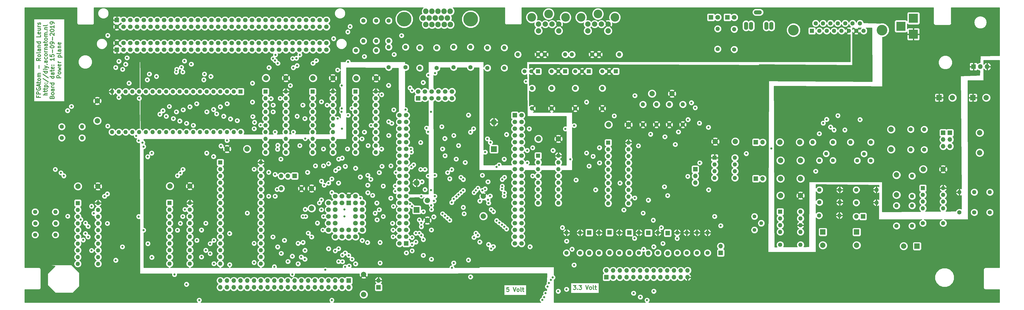
<source format=gbr>
G04 #@! TF.GenerationSoftware,KiCad,Pcbnew,(5.0.2-5)-5*
G04 #@! TF.CreationDate,2019-10-07T20:46:19+02:00*
G04 #@! TF.ProjectId,FPGAtom,46504741-746f-46d2-9e6b-696361645f70,1.3*
G04 #@! TF.SameCoordinates,Original*
G04 #@! TF.FileFunction,Copper,L2,Inr*
G04 #@! TF.FilePolarity,Positive*
%FSLAX46Y46*%
G04 Gerber Fmt 4.6, Leading zero omitted, Abs format (unit mm)*
G04 Created by KiCad (PCBNEW (5.0.2-5)-5) date Monday, 07 October 2019 at 20:46:19*
%MOMM*%
%LPD*%
G01*
G04 APERTURE LIST*
G04 #@! TA.AperFunction,NonConductor*
%ADD10C,0.300000*%
G04 #@! TD*
G04 #@! TA.AperFunction,ViaPad*
%ADD11C,1.600000*%
G04 #@! TD*
G04 #@! TA.AperFunction,ViaPad*
%ADD12O,1.600000X1.600000*%
G04 #@! TD*
G04 #@! TA.AperFunction,ViaPad*
%ADD13C,1.700000*%
G04 #@! TD*
G04 #@! TA.AperFunction,ViaPad*
%ADD14R,1.700000X1.700000*%
G04 #@! TD*
G04 #@! TA.AperFunction,ViaPad*
%ADD15R,1.600000X1.600000*%
G04 #@! TD*
G04 #@! TA.AperFunction,ViaPad*
%ADD16C,1.520000*%
G04 #@! TD*
G04 #@! TA.AperFunction,ViaPad*
%ADD17R,1.520000X1.520000*%
G04 #@! TD*
G04 #@! TA.AperFunction,ViaPad*
%ADD18O,1.700000X1.700000*%
G04 #@! TD*
G04 #@! TA.AperFunction,ViaPad*
%ADD19C,2.000000*%
G04 #@! TD*
G04 #@! TA.AperFunction,ViaPad*
%ADD20C,1.800000*%
G04 #@! TD*
G04 #@! TA.AperFunction,ViaPad*
%ADD21R,1.800000X1.800000*%
G04 #@! TD*
G04 #@! TA.AperFunction,ViaPad*
%ADD22C,2.080000*%
G04 #@! TD*
G04 #@! TA.AperFunction,ViaPad*
%ADD23C,5.500000*%
G04 #@! TD*
G04 #@! TA.AperFunction,ViaPad*
%ADD24R,2.000000X2.000000*%
G04 #@! TD*
G04 #@! TA.AperFunction,ViaPad*
%ADD25R,2.200000X2.200000*%
G04 #@! TD*
G04 #@! TA.AperFunction,ViaPad*
%ADD26O,2.200000X2.200000*%
G04 #@! TD*
G04 #@! TA.AperFunction,ViaPad*
%ADD27R,3.500000X3.500000*%
G04 #@! TD*
G04 #@! TA.AperFunction,ViaPad*
%ADD28C,1.440000*%
G04 #@! TD*
G04 #@! TA.AperFunction,ViaPad*
%ADD29O,3.000000X1.524000*%
G04 #@! TD*
G04 #@! TA.AperFunction,ViaPad*
%ADD30O,1.524000X3.000000*%
G04 #@! TD*
G04 #@! TA.AperFunction,ViaPad*
%ADD31C,3.250000*%
G04 #@! TD*
G04 #@! TA.AperFunction,ViaPad*
%ADD32C,4.000000*%
G04 #@! TD*
G04 #@! TA.AperFunction,ViaPad*
%ADD33O,1.800000X1.800000*%
G04 #@! TD*
G04 #@! TA.AperFunction,ViaPad*
%ADD34C,0.800000*%
G04 #@! TD*
G04 #@! TA.AperFunction,Conductor*
%ADD35C,0.254000*%
G04 #@! TD*
G04 APERTURE END LIST*
D10*
X238030285Y-185995571D02*
X238958857Y-185995571D01*
X238458857Y-186567000D01*
X238673142Y-186567000D01*
X238816000Y-186638428D01*
X238887428Y-186709857D01*
X238958857Y-186852714D01*
X238958857Y-187209857D01*
X238887428Y-187352714D01*
X238816000Y-187424142D01*
X238673142Y-187495571D01*
X238244571Y-187495571D01*
X238101714Y-187424142D01*
X238030285Y-187352714D01*
X239601714Y-187352714D02*
X239673142Y-187424142D01*
X239601714Y-187495571D01*
X239530285Y-187424142D01*
X239601714Y-187352714D01*
X239601714Y-187495571D01*
X240173142Y-185995571D02*
X241101714Y-185995571D01*
X240601714Y-186567000D01*
X240816000Y-186567000D01*
X240958857Y-186638428D01*
X241030285Y-186709857D01*
X241101714Y-186852714D01*
X241101714Y-187209857D01*
X241030285Y-187352714D01*
X240958857Y-187424142D01*
X240816000Y-187495571D01*
X240387428Y-187495571D01*
X240244571Y-187424142D01*
X240173142Y-187352714D01*
X242673142Y-185995571D02*
X243173142Y-187495571D01*
X243673142Y-185995571D01*
X244387428Y-187495571D02*
X244244571Y-187424142D01*
X244173142Y-187352714D01*
X244101714Y-187209857D01*
X244101714Y-186781285D01*
X244173142Y-186638428D01*
X244244571Y-186567000D01*
X244387428Y-186495571D01*
X244601714Y-186495571D01*
X244744571Y-186567000D01*
X244816000Y-186638428D01*
X244887428Y-186781285D01*
X244887428Y-187209857D01*
X244816000Y-187352714D01*
X244744571Y-187424142D01*
X244601714Y-187495571D01*
X244387428Y-187495571D01*
X245744571Y-187495571D02*
X245601714Y-187424142D01*
X245530285Y-187281285D01*
X245530285Y-185995571D01*
X246101714Y-186495571D02*
X246673142Y-186495571D01*
X246316000Y-185995571D02*
X246316000Y-187281285D01*
X246387428Y-187424142D01*
X246530285Y-187495571D01*
X246673142Y-187495571D01*
X213796857Y-186757571D02*
X213082571Y-186757571D01*
X213011142Y-187471857D01*
X213082571Y-187400428D01*
X213225428Y-187329000D01*
X213582571Y-187329000D01*
X213725428Y-187400428D01*
X213796857Y-187471857D01*
X213868285Y-187614714D01*
X213868285Y-187971857D01*
X213796857Y-188114714D01*
X213725428Y-188186142D01*
X213582571Y-188257571D01*
X213225428Y-188257571D01*
X213082571Y-188186142D01*
X213011142Y-188114714D01*
X215439714Y-186757571D02*
X215939714Y-188257571D01*
X216439714Y-186757571D01*
X217154000Y-188257571D02*
X217011142Y-188186142D01*
X216939714Y-188114714D01*
X216868285Y-187971857D01*
X216868285Y-187543285D01*
X216939714Y-187400428D01*
X217011142Y-187329000D01*
X217154000Y-187257571D01*
X217368285Y-187257571D01*
X217511142Y-187329000D01*
X217582571Y-187400428D01*
X217654000Y-187543285D01*
X217654000Y-187971857D01*
X217582571Y-188114714D01*
X217511142Y-188186142D01*
X217368285Y-188257571D01*
X217154000Y-188257571D01*
X218511142Y-188257571D02*
X218368285Y-188186142D01*
X218296857Y-188043285D01*
X218296857Y-186757571D01*
X218868285Y-187257571D02*
X219439714Y-187257571D01*
X219082571Y-186757571D02*
X219082571Y-188043285D01*
X219154000Y-188186142D01*
X219296857Y-188257571D01*
X219439714Y-188257571D01*
X37088857Y-114754714D02*
X37088857Y-115254714D01*
X37874571Y-115254714D02*
X36374571Y-115254714D01*
X36374571Y-114540428D01*
X37874571Y-113969000D02*
X36374571Y-113969000D01*
X36374571Y-113397571D01*
X36446000Y-113254714D01*
X36517428Y-113183285D01*
X36660285Y-113111857D01*
X36874571Y-113111857D01*
X37017428Y-113183285D01*
X37088857Y-113254714D01*
X37160285Y-113397571D01*
X37160285Y-113969000D01*
X36446000Y-111683285D02*
X36374571Y-111826142D01*
X36374571Y-112040428D01*
X36446000Y-112254714D01*
X36588857Y-112397571D01*
X36731714Y-112469000D01*
X37017428Y-112540428D01*
X37231714Y-112540428D01*
X37517428Y-112469000D01*
X37660285Y-112397571D01*
X37803142Y-112254714D01*
X37874571Y-112040428D01*
X37874571Y-111897571D01*
X37803142Y-111683285D01*
X37731714Y-111611857D01*
X37231714Y-111611857D01*
X37231714Y-111897571D01*
X37446000Y-111040428D02*
X37446000Y-110326142D01*
X37874571Y-111183285D02*
X36374571Y-110683285D01*
X37874571Y-110183285D01*
X36874571Y-109897571D02*
X36874571Y-109326142D01*
X36374571Y-109683285D02*
X37660285Y-109683285D01*
X37803142Y-109611857D01*
X37874571Y-109469000D01*
X37874571Y-109326142D01*
X37874571Y-108611857D02*
X37803142Y-108754714D01*
X37731714Y-108826142D01*
X37588857Y-108897571D01*
X37160285Y-108897571D01*
X37017428Y-108826142D01*
X36946000Y-108754714D01*
X36874571Y-108611857D01*
X36874571Y-108397571D01*
X36946000Y-108254714D01*
X37017428Y-108183285D01*
X37160285Y-108111857D01*
X37588857Y-108111857D01*
X37731714Y-108183285D01*
X37803142Y-108254714D01*
X37874571Y-108397571D01*
X37874571Y-108611857D01*
X37874571Y-107469000D02*
X36874571Y-107469000D01*
X37017428Y-107469000D02*
X36946000Y-107397571D01*
X36874571Y-107254714D01*
X36874571Y-107040428D01*
X36946000Y-106897571D01*
X37088857Y-106826142D01*
X37874571Y-106826142D01*
X37088857Y-106826142D02*
X36946000Y-106754714D01*
X36874571Y-106611857D01*
X36874571Y-106397571D01*
X36946000Y-106254714D01*
X37088857Y-106183285D01*
X37874571Y-106183285D01*
X37303142Y-104326142D02*
X37303142Y-103183285D01*
X37874571Y-100469000D02*
X37160285Y-100969000D01*
X37874571Y-101326142D02*
X36374571Y-101326142D01*
X36374571Y-100754714D01*
X36446000Y-100611857D01*
X36517428Y-100540428D01*
X36660285Y-100469000D01*
X36874571Y-100469000D01*
X37017428Y-100540428D01*
X37088857Y-100611857D01*
X37160285Y-100754714D01*
X37160285Y-101326142D01*
X37874571Y-99611857D02*
X37803142Y-99754714D01*
X37731714Y-99826142D01*
X37588857Y-99897571D01*
X37160285Y-99897571D01*
X37017428Y-99826142D01*
X36946000Y-99754714D01*
X36874571Y-99611857D01*
X36874571Y-99397571D01*
X36946000Y-99254714D01*
X37017428Y-99183285D01*
X37160285Y-99111857D01*
X37588857Y-99111857D01*
X37731714Y-99183285D01*
X37803142Y-99254714D01*
X37874571Y-99397571D01*
X37874571Y-99611857D01*
X37874571Y-98254714D02*
X37803142Y-98397571D01*
X37660285Y-98469000D01*
X36374571Y-98469000D01*
X37874571Y-97040428D02*
X37088857Y-97040428D01*
X36946000Y-97111857D01*
X36874571Y-97254714D01*
X36874571Y-97540428D01*
X36946000Y-97683285D01*
X37803142Y-97040428D02*
X37874571Y-97183285D01*
X37874571Y-97540428D01*
X37803142Y-97683285D01*
X37660285Y-97754714D01*
X37517428Y-97754714D01*
X37374571Y-97683285D01*
X37303142Y-97540428D01*
X37303142Y-97183285D01*
X37231714Y-97040428D01*
X36874571Y-96326142D02*
X37874571Y-96326142D01*
X37017428Y-96326142D02*
X36946000Y-96254714D01*
X36874571Y-96111857D01*
X36874571Y-95897571D01*
X36946000Y-95754714D01*
X37088857Y-95683285D01*
X37874571Y-95683285D01*
X37874571Y-94326142D02*
X36374571Y-94326142D01*
X37803142Y-94326142D02*
X37874571Y-94469000D01*
X37874571Y-94754714D01*
X37803142Y-94897571D01*
X37731714Y-94969000D01*
X37588857Y-95040428D01*
X37160285Y-95040428D01*
X37017428Y-94969000D01*
X36946000Y-94897571D01*
X36874571Y-94754714D01*
X36874571Y-94469000D01*
X36946000Y-94326142D01*
X37874571Y-91754714D02*
X37874571Y-92469000D01*
X36374571Y-92469000D01*
X37803142Y-90683285D02*
X37874571Y-90826142D01*
X37874571Y-91111857D01*
X37803142Y-91254714D01*
X37660285Y-91326142D01*
X37088857Y-91326142D01*
X36946000Y-91254714D01*
X36874571Y-91111857D01*
X36874571Y-90826142D01*
X36946000Y-90683285D01*
X37088857Y-90611857D01*
X37231714Y-90611857D01*
X37374571Y-91326142D01*
X36874571Y-89326142D02*
X37874571Y-89326142D01*
X36874571Y-89969000D02*
X37660285Y-89969000D01*
X37803142Y-89897571D01*
X37874571Y-89754714D01*
X37874571Y-89540428D01*
X37803142Y-89397571D01*
X37731714Y-89326142D01*
X37874571Y-88611857D02*
X36874571Y-88611857D01*
X37160285Y-88611857D02*
X37017428Y-88540428D01*
X36946000Y-88469000D01*
X36874571Y-88326142D01*
X36874571Y-88183285D01*
X37803142Y-87754714D02*
X37874571Y-87611857D01*
X37874571Y-87326142D01*
X37803142Y-87183285D01*
X37660285Y-87111857D01*
X37588857Y-87111857D01*
X37446000Y-87183285D01*
X37374571Y-87326142D01*
X37374571Y-87540428D01*
X37303142Y-87683285D01*
X37160285Y-87754714D01*
X37088857Y-87754714D01*
X36946000Y-87683285D01*
X36874571Y-87540428D01*
X36874571Y-87326142D01*
X36946000Y-87183285D01*
X40424571Y-114326142D02*
X38924571Y-114326142D01*
X40424571Y-113683285D02*
X39638857Y-113683285D01*
X39496000Y-113754714D01*
X39424571Y-113897571D01*
X39424571Y-114111857D01*
X39496000Y-114254714D01*
X39567428Y-114326142D01*
X39424571Y-113183285D02*
X39424571Y-112611857D01*
X38924571Y-112969000D02*
X40210285Y-112969000D01*
X40353142Y-112897571D01*
X40424571Y-112754714D01*
X40424571Y-112611857D01*
X39424571Y-112326142D02*
X39424571Y-111754714D01*
X38924571Y-112111857D02*
X40210285Y-112111857D01*
X40353142Y-112040428D01*
X40424571Y-111897571D01*
X40424571Y-111754714D01*
X39424571Y-111254714D02*
X40924571Y-111254714D01*
X39496000Y-111254714D02*
X39424571Y-111111857D01*
X39424571Y-110826142D01*
X39496000Y-110683285D01*
X39567428Y-110611857D01*
X39710285Y-110540428D01*
X40138857Y-110540428D01*
X40281714Y-110611857D01*
X40353142Y-110683285D01*
X40424571Y-110826142D01*
X40424571Y-111111857D01*
X40353142Y-111254714D01*
X40281714Y-109897571D02*
X40353142Y-109826142D01*
X40424571Y-109897571D01*
X40353142Y-109969000D01*
X40281714Y-109897571D01*
X40424571Y-109897571D01*
X39496000Y-109897571D02*
X39567428Y-109826142D01*
X39638857Y-109897571D01*
X39567428Y-109969000D01*
X39496000Y-109897571D01*
X39638857Y-109897571D01*
X38853142Y-108111857D02*
X40781714Y-109397571D01*
X38853142Y-106540428D02*
X40781714Y-107826142D01*
X40424571Y-105397571D02*
X38924571Y-105397571D01*
X40353142Y-105397571D02*
X40424571Y-105540428D01*
X40424571Y-105826142D01*
X40353142Y-105969000D01*
X40281714Y-106040428D01*
X40138857Y-106111857D01*
X39710285Y-106111857D01*
X39567428Y-106040428D01*
X39496000Y-105969000D01*
X39424571Y-105826142D01*
X39424571Y-105540428D01*
X39496000Y-105397571D01*
X40424571Y-104683285D02*
X39424571Y-104683285D01*
X38924571Y-104683285D02*
X38996000Y-104754714D01*
X39067428Y-104683285D01*
X38996000Y-104611857D01*
X38924571Y-104683285D01*
X39067428Y-104683285D01*
X39424571Y-104111857D02*
X40424571Y-103754714D01*
X39424571Y-103397571D02*
X40424571Y-103754714D01*
X40781714Y-103897571D01*
X40853142Y-103969000D01*
X40924571Y-104111857D01*
X40281714Y-102826142D02*
X40353142Y-102754714D01*
X40424571Y-102826142D01*
X40353142Y-102897571D01*
X40281714Y-102826142D01*
X40424571Y-102826142D01*
X40424571Y-101469000D02*
X39638857Y-101469000D01*
X39496000Y-101540428D01*
X39424571Y-101683285D01*
X39424571Y-101969000D01*
X39496000Y-102111857D01*
X40353142Y-101469000D02*
X40424571Y-101611857D01*
X40424571Y-101969000D01*
X40353142Y-102111857D01*
X40210285Y-102183285D01*
X40067428Y-102183285D01*
X39924571Y-102111857D01*
X39853142Y-101969000D01*
X39853142Y-101611857D01*
X39781714Y-101469000D01*
X40353142Y-100111857D02*
X40424571Y-100254714D01*
X40424571Y-100540428D01*
X40353142Y-100683285D01*
X40281714Y-100754714D01*
X40138857Y-100826142D01*
X39710285Y-100826142D01*
X39567428Y-100754714D01*
X39496000Y-100683285D01*
X39424571Y-100540428D01*
X39424571Y-100254714D01*
X39496000Y-100111857D01*
X40424571Y-99254714D02*
X40353142Y-99397571D01*
X40281714Y-99469000D01*
X40138857Y-99540428D01*
X39710285Y-99540428D01*
X39567428Y-99469000D01*
X39496000Y-99397571D01*
X39424571Y-99254714D01*
X39424571Y-99040428D01*
X39496000Y-98897571D01*
X39567428Y-98826142D01*
X39710285Y-98754714D01*
X40138857Y-98754714D01*
X40281714Y-98826142D01*
X40353142Y-98897571D01*
X40424571Y-99040428D01*
X40424571Y-99254714D01*
X40424571Y-98111857D02*
X39424571Y-98111857D01*
X39710285Y-98111857D02*
X39567428Y-98040428D01*
X39496000Y-97969000D01*
X39424571Y-97826142D01*
X39424571Y-97683285D01*
X39424571Y-97183285D02*
X40424571Y-97183285D01*
X39567428Y-97183285D02*
X39496000Y-97111857D01*
X39424571Y-96969000D01*
X39424571Y-96754714D01*
X39496000Y-96611857D01*
X39638857Y-96540428D01*
X40424571Y-96540428D01*
X40424571Y-95183285D02*
X39638857Y-95183285D01*
X39496000Y-95254714D01*
X39424571Y-95397571D01*
X39424571Y-95683285D01*
X39496000Y-95826142D01*
X40353142Y-95183285D02*
X40424571Y-95326142D01*
X40424571Y-95683285D01*
X40353142Y-95826142D01*
X40210285Y-95897571D01*
X40067428Y-95897571D01*
X39924571Y-95826142D01*
X39853142Y-95683285D01*
X39853142Y-95326142D01*
X39781714Y-95183285D01*
X39424571Y-94683285D02*
X39424571Y-94111857D01*
X38924571Y-94469000D02*
X40210285Y-94469000D01*
X40353142Y-94397571D01*
X40424571Y-94254714D01*
X40424571Y-94111857D01*
X40424571Y-93397571D02*
X40353142Y-93540428D01*
X40281714Y-93611857D01*
X40138857Y-93683285D01*
X39710285Y-93683285D01*
X39567428Y-93611857D01*
X39496000Y-93540428D01*
X39424571Y-93397571D01*
X39424571Y-93183285D01*
X39496000Y-93040428D01*
X39567428Y-92969000D01*
X39710285Y-92897571D01*
X40138857Y-92897571D01*
X40281714Y-92969000D01*
X40353142Y-93040428D01*
X40424571Y-93183285D01*
X40424571Y-93397571D01*
X40424571Y-92254714D02*
X39424571Y-92254714D01*
X39567428Y-92254714D02*
X39496000Y-92183285D01*
X39424571Y-92040428D01*
X39424571Y-91826142D01*
X39496000Y-91683285D01*
X39638857Y-91611857D01*
X40424571Y-91611857D01*
X39638857Y-91611857D02*
X39496000Y-91540428D01*
X39424571Y-91397571D01*
X39424571Y-91183285D01*
X39496000Y-91040428D01*
X39638857Y-90969000D01*
X40424571Y-90969000D01*
X40281714Y-90254714D02*
X40353142Y-90183285D01*
X40424571Y-90254714D01*
X40353142Y-90326142D01*
X40281714Y-90254714D01*
X40424571Y-90254714D01*
X39424571Y-89540428D02*
X40424571Y-89540428D01*
X39567428Y-89540428D02*
X39496000Y-89469000D01*
X39424571Y-89326142D01*
X39424571Y-89111857D01*
X39496000Y-88969000D01*
X39638857Y-88897571D01*
X40424571Y-88897571D01*
X40424571Y-87969000D02*
X40353142Y-88111857D01*
X40210285Y-88183285D01*
X38924571Y-88183285D01*
X42188857Y-115111857D02*
X42260285Y-114897571D01*
X42331714Y-114826142D01*
X42474571Y-114754714D01*
X42688857Y-114754714D01*
X42831714Y-114826142D01*
X42903142Y-114897571D01*
X42974571Y-115040428D01*
X42974571Y-115611857D01*
X41474571Y-115611857D01*
X41474571Y-115111857D01*
X41546000Y-114969000D01*
X41617428Y-114897571D01*
X41760285Y-114826142D01*
X41903142Y-114826142D01*
X42046000Y-114897571D01*
X42117428Y-114969000D01*
X42188857Y-115111857D01*
X42188857Y-115611857D01*
X42974571Y-113897571D02*
X42903142Y-114040428D01*
X42831714Y-114111857D01*
X42688857Y-114183285D01*
X42260285Y-114183285D01*
X42117428Y-114111857D01*
X42046000Y-114040428D01*
X41974571Y-113897571D01*
X41974571Y-113683285D01*
X42046000Y-113540428D01*
X42117428Y-113469000D01*
X42260285Y-113397571D01*
X42688857Y-113397571D01*
X42831714Y-113469000D01*
X42903142Y-113540428D01*
X42974571Y-113683285D01*
X42974571Y-113897571D01*
X42974571Y-112111857D02*
X42188857Y-112111857D01*
X42046000Y-112183285D01*
X41974571Y-112326142D01*
X41974571Y-112611857D01*
X42046000Y-112754714D01*
X42903142Y-112111857D02*
X42974571Y-112254714D01*
X42974571Y-112611857D01*
X42903142Y-112754714D01*
X42760285Y-112826142D01*
X42617428Y-112826142D01*
X42474571Y-112754714D01*
X42403142Y-112611857D01*
X42403142Y-112254714D01*
X42331714Y-112111857D01*
X42974571Y-111397571D02*
X41974571Y-111397571D01*
X42260285Y-111397571D02*
X42117428Y-111326142D01*
X42046000Y-111254714D01*
X41974571Y-111111857D01*
X41974571Y-110969000D01*
X42974571Y-109826142D02*
X41474571Y-109826142D01*
X42903142Y-109826142D02*
X42974571Y-109969000D01*
X42974571Y-110254714D01*
X42903142Y-110397571D01*
X42831714Y-110469000D01*
X42688857Y-110540428D01*
X42260285Y-110540428D01*
X42117428Y-110469000D01*
X42046000Y-110397571D01*
X41974571Y-110254714D01*
X41974571Y-109969000D01*
X42046000Y-109826142D01*
X42974571Y-107326142D02*
X41474571Y-107326142D01*
X42903142Y-107326142D02*
X42974571Y-107469000D01*
X42974571Y-107754714D01*
X42903142Y-107897571D01*
X42831714Y-107969000D01*
X42688857Y-108040428D01*
X42260285Y-108040428D01*
X42117428Y-107969000D01*
X42046000Y-107897571D01*
X41974571Y-107754714D01*
X41974571Y-107469000D01*
X42046000Y-107326142D01*
X42974571Y-105969000D02*
X42188857Y-105969000D01*
X42046000Y-106040428D01*
X41974571Y-106183285D01*
X41974571Y-106469000D01*
X42046000Y-106611857D01*
X42903142Y-105969000D02*
X42974571Y-106111857D01*
X42974571Y-106469000D01*
X42903142Y-106611857D01*
X42760285Y-106683285D01*
X42617428Y-106683285D01*
X42474571Y-106611857D01*
X42403142Y-106469000D01*
X42403142Y-106111857D01*
X42331714Y-105969000D01*
X41974571Y-105469000D02*
X41974571Y-104897571D01*
X41474571Y-105254714D02*
X42760285Y-105254714D01*
X42903142Y-105183285D01*
X42974571Y-105040428D01*
X42974571Y-104897571D01*
X42903142Y-103826142D02*
X42974571Y-103969000D01*
X42974571Y-104254714D01*
X42903142Y-104397571D01*
X42760285Y-104469000D01*
X42188857Y-104469000D01*
X42046000Y-104397571D01*
X41974571Y-104254714D01*
X41974571Y-103969000D01*
X42046000Y-103826142D01*
X42188857Y-103754714D01*
X42331714Y-103754714D01*
X42474571Y-104469000D01*
X42831714Y-103111857D02*
X42903142Y-103040428D01*
X42974571Y-103111857D01*
X42903142Y-103183285D01*
X42831714Y-103111857D01*
X42974571Y-103111857D01*
X42046000Y-103111857D02*
X42117428Y-103040428D01*
X42188857Y-103111857D01*
X42117428Y-103183285D01*
X42046000Y-103111857D01*
X42188857Y-103111857D01*
X42974571Y-100469000D02*
X42974571Y-101326142D01*
X42974571Y-100897571D02*
X41474571Y-100897571D01*
X41688857Y-101040428D01*
X41831714Y-101183285D01*
X41903142Y-101326142D01*
X41474571Y-99111857D02*
X41474571Y-99826142D01*
X42188857Y-99897571D01*
X42117428Y-99826142D01*
X42046000Y-99683285D01*
X42046000Y-99326142D01*
X42117428Y-99183285D01*
X42188857Y-99111857D01*
X42331714Y-99040428D01*
X42688857Y-99040428D01*
X42831714Y-99111857D01*
X42903142Y-99183285D01*
X42974571Y-99326142D01*
X42974571Y-99683285D01*
X42903142Y-99826142D01*
X42831714Y-99897571D01*
X42403142Y-98397571D02*
X42403142Y-97254714D01*
X41474571Y-96254714D02*
X41474571Y-96111857D01*
X41546000Y-95969000D01*
X41617428Y-95897571D01*
X41760285Y-95826142D01*
X42046000Y-95754714D01*
X42403142Y-95754714D01*
X42688857Y-95826142D01*
X42831714Y-95897571D01*
X42903142Y-95969000D01*
X42974571Y-96111857D01*
X42974571Y-96254714D01*
X42903142Y-96397571D01*
X42831714Y-96469000D01*
X42688857Y-96540428D01*
X42403142Y-96611857D01*
X42046000Y-96611857D01*
X41760285Y-96540428D01*
X41617428Y-96469000D01*
X41546000Y-96397571D01*
X41474571Y-96254714D01*
X42974571Y-95040428D02*
X42974571Y-94754714D01*
X42903142Y-94611857D01*
X42831714Y-94540428D01*
X42617428Y-94397571D01*
X42331714Y-94326142D01*
X41760285Y-94326142D01*
X41617428Y-94397571D01*
X41546000Y-94469000D01*
X41474571Y-94611857D01*
X41474571Y-94897571D01*
X41546000Y-95040428D01*
X41617428Y-95111857D01*
X41760285Y-95183285D01*
X42117428Y-95183285D01*
X42260285Y-95111857D01*
X42331714Y-95040428D01*
X42403142Y-94897571D01*
X42403142Y-94611857D01*
X42331714Y-94469000D01*
X42260285Y-94397571D01*
X42117428Y-94326142D01*
X42403142Y-93683285D02*
X42403142Y-92540428D01*
X41617428Y-91897571D02*
X41546000Y-91826142D01*
X41474571Y-91683285D01*
X41474571Y-91326142D01*
X41546000Y-91183285D01*
X41617428Y-91111857D01*
X41760285Y-91040428D01*
X41903142Y-91040428D01*
X42117428Y-91111857D01*
X42974571Y-91969000D01*
X42974571Y-91040428D01*
X41474571Y-90111857D02*
X41474571Y-89969000D01*
X41546000Y-89826142D01*
X41617428Y-89754714D01*
X41760285Y-89683285D01*
X42046000Y-89611857D01*
X42403142Y-89611857D01*
X42688857Y-89683285D01*
X42831714Y-89754714D01*
X42903142Y-89826142D01*
X42974571Y-89969000D01*
X42974571Y-90111857D01*
X42903142Y-90254714D01*
X42831714Y-90326142D01*
X42688857Y-90397571D01*
X42403142Y-90469000D01*
X42046000Y-90469000D01*
X41760285Y-90397571D01*
X41617428Y-90326142D01*
X41546000Y-90254714D01*
X41474571Y-90111857D01*
X42974571Y-88183285D02*
X42974571Y-89040428D01*
X42974571Y-88611857D02*
X41474571Y-88611857D01*
X41688857Y-88754714D01*
X41831714Y-88897571D01*
X41903142Y-89040428D01*
X42974571Y-87469000D02*
X42974571Y-87183285D01*
X42903142Y-87040428D01*
X42831714Y-86969000D01*
X42617428Y-86826142D01*
X42331714Y-86754714D01*
X41760285Y-86754714D01*
X41617428Y-86826142D01*
X41546000Y-86897571D01*
X41474571Y-87040428D01*
X41474571Y-87326142D01*
X41546000Y-87469000D01*
X41617428Y-87540428D01*
X41760285Y-87611857D01*
X42117428Y-87611857D01*
X42260285Y-87540428D01*
X42331714Y-87469000D01*
X42403142Y-87326142D01*
X42403142Y-87040428D01*
X42331714Y-86897571D01*
X42260285Y-86826142D01*
X42117428Y-86754714D01*
X45524571Y-107826142D02*
X44024571Y-107826142D01*
X44024571Y-107254714D01*
X44096000Y-107111857D01*
X44167428Y-107040428D01*
X44310285Y-106969000D01*
X44524571Y-106969000D01*
X44667428Y-107040428D01*
X44738857Y-107111857D01*
X44810285Y-107254714D01*
X44810285Y-107826142D01*
X45524571Y-106111857D02*
X45453142Y-106254714D01*
X45381714Y-106326142D01*
X45238857Y-106397571D01*
X44810285Y-106397571D01*
X44667428Y-106326142D01*
X44596000Y-106254714D01*
X44524571Y-106111857D01*
X44524571Y-105897571D01*
X44596000Y-105754714D01*
X44667428Y-105683285D01*
X44810285Y-105611857D01*
X45238857Y-105611857D01*
X45381714Y-105683285D01*
X45453142Y-105754714D01*
X45524571Y-105897571D01*
X45524571Y-106111857D01*
X44524571Y-105111857D02*
X45524571Y-104826142D01*
X44810285Y-104540428D01*
X45524571Y-104254714D01*
X44524571Y-103969000D01*
X45453142Y-102826142D02*
X45524571Y-102969000D01*
X45524571Y-103254714D01*
X45453142Y-103397571D01*
X45310285Y-103469000D01*
X44738857Y-103469000D01*
X44596000Y-103397571D01*
X44524571Y-103254714D01*
X44524571Y-102969000D01*
X44596000Y-102826142D01*
X44738857Y-102754714D01*
X44881714Y-102754714D01*
X45024571Y-103469000D01*
X45524571Y-102111857D02*
X44524571Y-102111857D01*
X44810285Y-102111857D02*
X44667428Y-102040428D01*
X44596000Y-101969000D01*
X44524571Y-101826142D01*
X44524571Y-101683285D01*
X44524571Y-100040428D02*
X46024571Y-100040428D01*
X44596000Y-100040428D02*
X44524571Y-99897571D01*
X44524571Y-99611857D01*
X44596000Y-99469000D01*
X44667428Y-99397571D01*
X44810285Y-99326142D01*
X45238857Y-99326142D01*
X45381714Y-99397571D01*
X45453142Y-99469000D01*
X45524571Y-99611857D01*
X45524571Y-99897571D01*
X45453142Y-100040428D01*
X45524571Y-98469000D02*
X45453142Y-98611857D01*
X45310285Y-98683285D01*
X44024571Y-98683285D01*
X45524571Y-97254714D02*
X44738857Y-97254714D01*
X44596000Y-97326142D01*
X44524571Y-97469000D01*
X44524571Y-97754714D01*
X44596000Y-97897571D01*
X45453142Y-97254714D02*
X45524571Y-97397571D01*
X45524571Y-97754714D01*
X45453142Y-97897571D01*
X45310285Y-97969000D01*
X45167428Y-97969000D01*
X45024571Y-97897571D01*
X44953142Y-97754714D01*
X44953142Y-97397571D01*
X44881714Y-97254714D01*
X44524571Y-96540428D02*
X45524571Y-96540428D01*
X44667428Y-96540428D02*
X44596000Y-96469000D01*
X44524571Y-96326142D01*
X44524571Y-96111857D01*
X44596000Y-95969000D01*
X44738857Y-95897571D01*
X45524571Y-95897571D01*
X45453142Y-94611857D02*
X45524571Y-94754714D01*
X45524571Y-95040428D01*
X45453142Y-95183285D01*
X45310285Y-95254714D01*
X44738857Y-95254714D01*
X44596000Y-95183285D01*
X44524571Y-95040428D01*
X44524571Y-94754714D01*
X44596000Y-94611857D01*
X44738857Y-94540428D01*
X44881714Y-94540428D01*
X45024571Y-95254714D01*
D11*
G04 #@! TO.N,GNDD*
G04 #@! TO.C,R51*
X369316000Y-162560000D03*
D12*
G04 #@! TO.N,Net-(C27-Pad1)*
X376936000Y-162560000D03*
G04 #@! TD*
D11*
G04 #@! TO.N,Net-(D7-Pad2)*
G04 #@! TO.C,R30*
X269748000Y-173736000D03*
D12*
G04 #@! TO.N,+3V3*
X269748000Y-166116000D03*
G04 #@! TD*
D13*
G04 #@! TO.N,/RDY*
G04 #@! TO.C,U11*
X179730000Y-112990000D03*
G04 #@! TO.N,/SYNC*
X182270000Y-112990000D03*
G04 #@! TO.N,/SO*
X184810000Y-112990000D03*
G04 #@! TO.N,Net-(R17-Pad1)*
X187350000Y-112990000D03*
G04 #@! TO.N,Net-(R24-Pad1)*
X189890000Y-112990000D03*
G04 #@! TO.N,GNDD*
X192430000Y-112990000D03*
G04 #@! TO.N,N/C*
X192430000Y-115530000D03*
G04 #@! TO.N,Net-(U11-Pad85)*
X189890000Y-115530000D03*
G04 #@! TO.N,/CAS_out*
X187350000Y-115530000D03*
G04 #@! TO.N,Net-(R11-Pad1)*
X184810000Y-115530000D03*
G04 #@! TO.N,Net-(R10-Pad1)*
X182270000Y-115530000D03*
D14*
G04 #@! TO.N,Net-(C23-Pad2)*
X179730000Y-115530000D03*
D13*
G04 #@! TO.N,Net-(R14-Pad1)*
X218550000Y-121930000D03*
G04 #@! TO.N,Net-(R19-Pad1)*
X218550000Y-124470000D03*
G04 #@! TO.N,Net-(R20-Pad1)*
X218550000Y-127010000D03*
G04 #@! TO.N,Net-(R22-Pad1)*
X218550000Y-129550000D03*
G04 #@! TO.N,Net-(R25-Pad1)*
X218550000Y-132090000D03*
G04 #@! TO.N,GNDD*
X218550000Y-134630000D03*
G04 #@! TO.N,Net-(R12-Pad1)*
X218550000Y-137170000D03*
G04 #@! TO.N,Net-(Q1-Pad3)*
X218550000Y-139710000D03*
G04 #@! TO.N,Net-(Q3-Pad3)*
X218550000Y-142250000D03*
G04 #@! TO.N,Net-(U11-Pad71)*
X218550000Y-144790000D03*
G04 #@! TO.N,Net-(U11-Pad70)*
X218550000Y-147330000D03*
G04 #@! TO.N,/A18*
X218550000Y-149870000D03*
G04 #@! TO.N,/A17*
X218550000Y-152410000D03*
G04 #@! TO.N,Net-(U11-Pad67)*
X218550000Y-154950000D03*
G04 #@! TO.N,GNDD*
X218550000Y-157490000D03*
G04 #@! TO.N,Net-(U11-Pad65)*
X218550000Y-160030000D03*
G04 #@! TO.N,Net-(U11-Pad64)*
X218550000Y-162570000D03*
G04 #@! TO.N,Net-(U11-Pad63)*
X218550000Y-165110000D03*
G04 #@! TO.N,/RST*
X218550000Y-167650000D03*
G04 #@! TO.N,Net-(J14-Pad18)*
X218550000Y-170190000D03*
G04 #@! TO.N,Net-(J14-Pad16)*
X216010000Y-170190000D03*
G04 #@! TO.N,Net-(J14-Pad14)*
X216010000Y-167650000D03*
G04 #@! TO.N,Net-(J14-Pad12)*
X216010000Y-165110000D03*
G04 #@! TO.N,Net-(D7-Pad2)*
X216010000Y-162570000D03*
G04 #@! TO.N,Net-(D5-Pad2)*
X216010000Y-160030000D03*
G04 #@! TO.N,N/C*
X216010000Y-157490000D03*
G04 #@! TO.N,Net-(D8-Pad2)*
X216010000Y-154950000D03*
G04 #@! TO.N,Net-(D6-Pad2)*
X216010000Y-152410000D03*
G04 #@! TO.N,Net-(D9-Pad2)*
X216010000Y-149870000D03*
G04 #@! TO.N,Net-(U11-Pad51)*
X216010000Y-147330000D03*
G04 #@! TO.N,Net-(U11-Pad50)*
X216010000Y-144790000D03*
G04 #@! TO.N,Net-(U11-Pad49)*
X216010000Y-142250000D03*
G04 #@! TO.N,Net-(U11-Pad48)*
X216010000Y-139710000D03*
G04 #@! TO.N,Net-(J9-Pad1)*
X216010000Y-137170000D03*
G04 #@! TO.N,Net-(D3-Pad1)*
X216010000Y-134630000D03*
G04 #@! TO.N,Net-(J9-Pad5)*
X216010000Y-132090000D03*
G04 #@! TO.N,Net-(J9-Pad2)*
X216010000Y-129550000D03*
G04 #@! TO.N,Net-(J9-Pad7)*
X216010000Y-127010000D03*
G04 #@! TO.N,/CS_TUBE*
X216010000Y-124470000D03*
D14*
G04 #@! TO.N,/BUF_DIR*
X216010000Y-121930000D03*
D13*
G04 #@! TO.N,/D2*
X172720000Y-170180000D03*
G04 #@! TO.N,/D1*
X172720000Y-167640000D03*
G04 #@! TO.N,/D0*
X172720000Y-165100000D03*
G04 #@! TO.N,/A0*
X172720000Y-162560000D03*
G04 #@! TO.N,/A1*
X172720000Y-160020000D03*
G04 #@! TO.N,GNDD*
X172720000Y-157480000D03*
G04 #@! TO.N,/A2*
X172720000Y-154940000D03*
G04 #@! TO.N,/A3*
X172720000Y-152400000D03*
G04 #@! TO.N,/A4*
X172720000Y-149860000D03*
G04 #@! TO.N,/A5*
X172720000Y-147320000D03*
G04 #@! TO.N,/A6*
X172720000Y-144780000D03*
G04 #@! TO.N,/A12*
X172720000Y-142240000D03*
G04 #@! TO.N,/A7*
X172720000Y-139700000D03*
G04 #@! TO.N,/A15*
X172720000Y-137160000D03*
G04 #@! TO.N,GNDD*
X172720000Y-134620000D03*
G04 #@! TO.N,/A16*
X172720000Y-132080000D03*
G04 #@! TO.N,/IRQ*
X172720000Y-129540000D03*
G04 #@! TO.N,/NMI*
X172720000Y-127000000D03*
G04 #@! TO.N,/CS_BUF*
X172720000Y-124460000D03*
G04 #@! TO.N,/BLK_B*
X172720000Y-121920000D03*
G04 #@! TO.N,/CS_VIA*
X175260000Y-121920000D03*
G04 #@! TO.N,/RW*
X175260000Y-124460000D03*
G04 #@! TO.N,/PHI2*
X175260000Y-127000000D03*
G04 #@! TO.N,/NRDS*
X175260000Y-129540000D03*
G04 #@! TO.N,/A14*
X175260000Y-132080000D03*
G04 #@! TO.N,N/C*
X175260000Y-134620000D03*
G04 #@! TO.N,/A13*
X175260000Y-137160000D03*
G04 #@! TO.N,/NWDS*
X175260000Y-139700000D03*
G04 #@! TO.N,/A8*
X175260000Y-142240000D03*
G04 #@! TO.N,/A9*
X175260000Y-144780000D03*
G04 #@! TO.N,/A11*
X175260000Y-147320000D03*
G04 #@! TO.N,/CS_RAM*
X175260000Y-149860000D03*
G04 #@! TO.N,/A10*
X175260000Y-152400000D03*
G04 #@! TO.N,/CS_ROM*
X175260000Y-154940000D03*
G04 #@! TO.N,Net-(D4-Pad1)*
X175260000Y-157480000D03*
G04 #@! TO.N,/D7*
X175260000Y-160020000D03*
G04 #@! TO.N,/D6*
X175260000Y-162560000D03*
G04 #@! TO.N,/D5*
X175260000Y-165100000D03*
G04 #@! TO.N,/D4*
X175260000Y-167640000D03*
D14*
G04 #@! TO.N,/D3*
X175260000Y-170180000D03*
G04 #@! TD*
D15*
G04 #@! TO.N,GNDD*
G04 #@! TO.C,U15*
X251129800Y-132232400D03*
D12*
G04 #@! TO.N,Net-(J18-Pad4)*
X258749800Y-155092400D03*
G04 #@! TO.N,Net-(J13-Pad2)*
X251129800Y-134772400D03*
G04 #@! TO.N,Net-(D7-Pad1)*
X258749800Y-152552400D03*
G04 #@! TO.N,Net-(D9-Pad1)*
X251129800Y-137312400D03*
G04 #@! TO.N,Net-(J18-Pad11)*
X258749800Y-150012400D03*
G04 #@! TO.N,Net-(U11-Pad71)*
X251129800Y-139852400D03*
G04 #@! TO.N,Net-(U11-Pad70)*
X258749800Y-147472400D03*
G04 #@! TO.N,Net-(D6-Pad1)*
X251129800Y-142392400D03*
G04 #@! TO.N,Net-(J18-Pad3)*
X258749800Y-144932400D03*
G04 #@! TO.N,Net-(J18-Pad5)*
X251129800Y-144932400D03*
G04 #@! TO.N,Net-(J18-Pad13)*
X258749800Y-142392400D03*
G04 #@! TO.N,Net-(D8-Pad1)*
X251129800Y-147472400D03*
G04 #@! TO.N,Net-(J18-Pad10)*
X258749800Y-139852400D03*
G04 #@! TO.N,Net-(J18-Pad12)*
X251129800Y-150012400D03*
G04 #@! TO.N,Net-(U11-Pad85)*
X258749800Y-137312400D03*
G04 #@! TO.N,Net-(D5-Pad1)*
X251129800Y-152552400D03*
G04 #@! TO.N,GNDD*
X258749800Y-134772400D03*
X251129800Y-155092400D03*
G04 #@! TO.N,+3V3*
X258749800Y-132232400D03*
G04 #@! TD*
D11*
G04 #@! TO.N,Net-(J14-Pad14)*
G04 #@! TO.C,R28*
X280606500Y-173736000D03*
D12*
G04 #@! TO.N,+3V3*
X280606500Y-166116000D03*
G04 #@! TD*
G04 #@! TO.N,Net-(C22-Pad1)*
G04 #@! TO.C,R53*
X327914000Y-132080000D03*
D11*
G04 #@! TO.N,Net-(R53-Pad1)*
X335534000Y-132080000D03*
G04 #@! TD*
G04 #@! TO.N,Net-(R52-Pad1)*
G04 #@! TO.C,R52*
X349758000Y-132080000D03*
D12*
G04 #@! TO.N,Net-(C21-Pad1)*
X342138000Y-132080000D03*
G04 #@! TD*
D16*
G04 #@! TO.N,+3V3*
G04 #@! TO.C,Q4*
X222250000Y-105410000D03*
G04 #@! TO.N,Net-(J14-Pad16)*
X219710000Y-105410000D03*
D17*
G04 #@! TO.N,Net-(J17-Pad1)*
X224790000Y-105410000D03*
G04 #@! TD*
D11*
G04 #@! TO.N,Net-(D9-Pad2)*
G04 #@! TO.C,R34*
X240538000Y-173736000D03*
D12*
G04 #@! TO.N,+3V3*
X240538000Y-166116000D03*
G04 #@! TD*
D15*
G04 #@! TO.N,/A17*
G04 #@! TO.C,U6*
X105410000Y-139700000D03*
D12*
G04 #@! TO.N,/D3*
X120650000Y-177800000D03*
G04 #@! TO.N,/A16*
X105410000Y-142240000D03*
G04 #@! TO.N,/D4*
X120650000Y-175260000D03*
G04 #@! TO.N,/A14*
X105410000Y-144780000D03*
G04 #@! TO.N,/D5*
X120650000Y-172720000D03*
G04 #@! TO.N,/A12*
X105410000Y-147320000D03*
G04 #@! TO.N,/D6*
X120650000Y-170180000D03*
G04 #@! TO.N,/A7*
X105410000Y-149860000D03*
G04 #@! TO.N,/D7*
X120650000Y-167640000D03*
G04 #@! TO.N,/A6*
X105410000Y-152400000D03*
G04 #@! TO.N,/CS_RAM*
X120650000Y-165100000D03*
G04 #@! TO.N,/A5*
X105410000Y-154940000D03*
G04 #@! TO.N,/A10*
X120650000Y-162560000D03*
G04 #@! TO.N,/A4*
X105410000Y-157480000D03*
G04 #@! TO.N,/NRDS*
X120650000Y-160020000D03*
G04 #@! TO.N,/A3*
X105410000Y-160020000D03*
G04 #@! TO.N,/A11*
X120650000Y-157480000D03*
G04 #@! TO.N,/A2*
X105410000Y-162560000D03*
G04 #@! TO.N,/A9*
X120650000Y-154940000D03*
G04 #@! TO.N,/A1*
X105410000Y-165100000D03*
G04 #@! TO.N,/A8*
X120650000Y-152400000D03*
G04 #@! TO.N,/A0*
X105410000Y-167640000D03*
G04 #@! TO.N,/A13*
X120650000Y-149860000D03*
G04 #@! TO.N,/D0*
X105410000Y-170180000D03*
G04 #@! TO.N,/NWDS*
X120650000Y-147320000D03*
G04 #@! TO.N,/D1*
X105410000Y-172720000D03*
G04 #@! TO.N,Net-(J3-Pad2)*
X120650000Y-144780000D03*
G04 #@! TO.N,/D2*
X105410000Y-175260000D03*
G04 #@! TO.N,/A15*
X120650000Y-142240000D03*
G04 #@! TO.N,GNDD*
X105410000Y-177800000D03*
G04 #@! TO.N,+3V3*
X120650000Y-139700000D03*
G04 #@! TD*
D14*
G04 #@! TO.N,N/C*
G04 #@! TO.C,J5 Pi Tube*
X153670000Y-184150000D03*
D18*
G04 #@! TO.N,Net-(J5-Pad2)*
X153670000Y-186690000D03*
G04 #@! TO.N,/A1*
X151130000Y-184150000D03*
G04 #@! TO.N,Net-(J5-Pad2)*
X151130000Y-186690000D03*
G04 #@! TO.N,/A2*
X148590000Y-184150000D03*
G04 #@! TO.N,GNDD*
X148590000Y-186690000D03*
G04 #@! TO.N,/RST*
X146050000Y-184150000D03*
G04 #@! TO.N,/PiTX*
X146050000Y-186690000D03*
G04 #@! TO.N,GNDD*
X143510000Y-184150000D03*
G04 #@! TO.N,/PiRX*
X143510000Y-186690000D03*
G04 #@! TO.N,/CS_TUBE*
X140970000Y-184150000D03*
G04 #@! TO.N,/RW*
X140970000Y-186690000D03*
G04 #@! TO.N,/A0*
X138430000Y-184150000D03*
G04 #@! TO.N,GNDD*
X138430000Y-186690000D03*
G04 #@! TO.N,/D4*
X135890000Y-184150000D03*
G04 #@! TO.N,/D5*
X135890000Y-186690000D03*
G04 #@! TO.N,N/C*
X133350000Y-184150000D03*
G04 #@! TO.N,/D6*
X133350000Y-186690000D03*
G04 #@! TO.N,/D2*
X130810000Y-184150000D03*
G04 #@! TO.N,GNDD*
X130810000Y-186690000D03*
G04 #@! TO.N,/D1*
X128270000Y-184150000D03*
G04 #@! TO.N,/D7*
X128270000Y-186690000D03*
G04 #@! TO.N,/D3*
X125730000Y-184150000D03*
G04 #@! TO.N,/D0*
X125730000Y-186690000D03*
G04 #@! TO.N,GNDD*
X123190000Y-184150000D03*
G04 #@! TO.N,/PHI2*
X123190000Y-186690000D03*
G04 #@! TO.N,N/C*
X120650000Y-184150000D03*
X120650000Y-186690000D03*
G04 #@! TO.N,/A3*
X118110000Y-184150000D03*
G04 #@! TO.N,GNDD*
X118110000Y-186690000D03*
G04 #@! TO.N,N/C*
X115570000Y-184150000D03*
X115570000Y-186690000D03*
X113030000Y-184150000D03*
G04 #@! TO.N,GNDD*
X113030000Y-186690000D03*
G04 #@! TO.N,N/C*
X110490000Y-184150000D03*
X110490000Y-186690000D03*
X107950000Y-184150000D03*
X107950000Y-186690000D03*
X105410000Y-184150000D03*
X105410000Y-186690000D03*
G04 #@! TD*
D13*
G04 #@! TO.N,GNDD*
G04 #@! TO.C,J1 (PL7)*
X145288000Y-94742000D03*
X145288000Y-97282000D03*
G04 #@! TO.N,/BBLK_B*
X142748000Y-94742000D03*
G04 #@! TO.N,/BA18*
X142748000Y-97282000D03*
G04 #@! TO.N,/BRW*
X140208000Y-94742000D03*
G04 #@! TO.N,/BSYN*
X140208000Y-97282000D03*
G04 #@! TO.N,/BPH2*
X137668000Y-94742000D03*
G04 #@! TO.N,/BNMI*
X137668000Y-97282000D03*
G04 #@! TO.N,/BA9*
X135128000Y-94742000D03*
G04 #@! TO.N,/BIRQ*
X135128000Y-97282000D03*
G04 #@! TO.N,/BA10*
X132588000Y-94742000D03*
G04 #@! TO.N,/BA17*
X132588000Y-97282000D03*
G04 #@! TO.N,/BA11*
X130048000Y-94742000D03*
G04 #@! TO.N,/BSO*
X130048000Y-97282000D03*
G04 #@! TO.N,/BA12*
X127508000Y-94742000D03*
G04 #@! TO.N,/BRDY*
X127508000Y-97282000D03*
G04 #@! TO.N,/BA13*
X124968000Y-94742000D03*
G04 #@! TO.N,/BPiRX*
X124968000Y-97282000D03*
G04 #@! TO.N,/BD0*
X122428000Y-94742000D03*
G04 #@! TO.N,/BPiTX*
X122428000Y-97282000D03*
G04 #@! TO.N,/BD1*
X119888000Y-94742000D03*
G04 #@! TO.N,/CA1*
X119888000Y-97282000D03*
G04 #@! TO.N,/BD2*
X117348000Y-94742000D03*
G04 #@! TO.N,/CA2*
X117348000Y-97282000D03*
G04 #@! TO.N,/BD3*
X114808000Y-94742000D03*
G04 #@! TO.N,/PA0*
X114808000Y-97282000D03*
G04 #@! TO.N,/BD4*
X112268000Y-94742000D03*
G04 #@! TO.N,/PA1*
X112268000Y-97282000D03*
G04 #@! TO.N,/BD5*
X109728000Y-94742000D03*
G04 #@! TO.N,/PA2*
X109728000Y-97282000D03*
G04 #@! TO.N,/BD6*
X107188000Y-94742000D03*
G04 #@! TO.N,/PA3*
X107188000Y-97282000D03*
G04 #@! TO.N,/BD7*
X104648000Y-94742000D03*
G04 #@! TO.N,/PA4*
X104648000Y-97282000D03*
G04 #@! TO.N,/BA0*
X102108000Y-94742000D03*
G04 #@! TO.N,/PA5*
X102108000Y-97282000D03*
G04 #@! TO.N,/BA1*
X99568000Y-94742000D03*
G04 #@! TO.N,/PA6*
X99568000Y-97282000D03*
G04 #@! TO.N,/BA2*
X97028000Y-94742000D03*
G04 #@! TO.N,/PA7*
X97028000Y-97282000D03*
G04 #@! TO.N,/BA3*
X94488000Y-94742000D03*
G04 #@! TO.N,/CB1*
X94488000Y-97282000D03*
G04 #@! TO.N,/BA4*
X91948000Y-94742000D03*
G04 #@! TO.N,/CB2*
X91948000Y-97282000D03*
G04 #@! TO.N,/BA5*
X89408000Y-94742000D03*
G04 #@! TO.N,/PB0*
X89408000Y-97282000D03*
G04 #@! TO.N,/BA6*
X86868000Y-94742000D03*
G04 #@! TO.N,/PB1*
X86868000Y-97282000D03*
G04 #@! TO.N,/BA7*
X84328000Y-94742000D03*
G04 #@! TO.N,/PB2*
X84328000Y-97282000D03*
G04 #@! TO.N,/BA8*
X81788000Y-94742000D03*
G04 #@! TO.N,/PB3*
X81788000Y-97282000D03*
G04 #@! TO.N,/RST*
X79248000Y-94742000D03*
G04 #@! TO.N,/PB4*
X79248000Y-97282000D03*
G04 #@! TO.N,/BNRDS*
X76708000Y-94742000D03*
G04 #@! TO.N,/PB5*
X76708000Y-97282000D03*
G04 #@! TO.N,/BNWDS*
X74168000Y-94742000D03*
G04 #@! TO.N,/PB6*
X74168000Y-97282000D03*
G04 #@! TO.N,/BA14*
X71628000Y-94742000D03*
G04 #@! TO.N,/PB7*
X71628000Y-97282000D03*
G04 #@! TO.N,/BA15*
X69088000Y-94742000D03*
G04 #@! TO.N,/BA16*
X69088000Y-97282000D03*
G04 #@! TO.N,+5V*
X66548000Y-94742000D03*
D14*
X66548000Y-97282000D03*
G04 #@! TD*
D15*
G04 #@! TO.N,GNDD*
G04 #@! TO.C,U5*
X113030000Y-113030000D03*
D12*
G04 #@! TO.N,/BIRQ*
X64770000Y-128270000D03*
G04 #@! TO.N,/PA0*
X110490000Y-113030000D03*
G04 #@! TO.N,/BRW*
X67310000Y-128270000D03*
G04 #@! TO.N,/PA1*
X107950000Y-113030000D03*
G04 #@! TO.N,/CS_VIA*
X69850000Y-128270000D03*
G04 #@! TO.N,/PA2*
X105410000Y-113030000D03*
G04 #@! TO.N,Net-(R5-Pad1)*
X72390000Y-128270000D03*
G04 #@! TO.N,/PA3*
X102870000Y-113030000D03*
G04 #@! TO.N,/BPH2*
X74930000Y-128270000D03*
G04 #@! TO.N,/PA4*
X100330000Y-113030000D03*
G04 #@! TO.N,/BD7*
X77470000Y-128270000D03*
G04 #@! TO.N,/PA5*
X97790000Y-113030000D03*
G04 #@! TO.N,/BD6*
X80010000Y-128270000D03*
G04 #@! TO.N,/PA6*
X95250000Y-113030000D03*
G04 #@! TO.N,/BD5*
X82550000Y-128270000D03*
G04 #@! TO.N,/PA7*
X92710000Y-113030000D03*
G04 #@! TO.N,/BD4*
X85090000Y-128270000D03*
G04 #@! TO.N,/PB0*
X90170000Y-113030000D03*
G04 #@! TO.N,/BD3*
X87630000Y-128270000D03*
G04 #@! TO.N,/PB1*
X87630000Y-113030000D03*
G04 #@! TO.N,/BD2*
X90170000Y-128270000D03*
G04 #@! TO.N,/PB2*
X85090000Y-113030000D03*
G04 #@! TO.N,/BD1*
X92710000Y-128270000D03*
G04 #@! TO.N,/PB3*
X82550000Y-113030000D03*
G04 #@! TO.N,/BD0*
X95250000Y-128270000D03*
G04 #@! TO.N,/PB4*
X80010000Y-113030000D03*
G04 #@! TO.N,/RST*
X97790000Y-128270000D03*
G04 #@! TO.N,/PB5*
X77470000Y-113030000D03*
G04 #@! TO.N,/BA3*
X100330000Y-128270000D03*
G04 #@! TO.N,/PB6*
X74930000Y-113030000D03*
G04 #@! TO.N,/BA2*
X102870000Y-128270000D03*
G04 #@! TO.N,/PB7*
X72390000Y-113030000D03*
G04 #@! TO.N,/BA1*
X105410000Y-128270000D03*
G04 #@! TO.N,/CB1*
X69850000Y-113030000D03*
G04 #@! TO.N,/BA0*
X107950000Y-128270000D03*
G04 #@! TO.N,/CB2*
X67310000Y-113030000D03*
G04 #@! TO.N,/CA2*
X110490000Y-128270000D03*
G04 #@! TO.N,+5V*
X64770000Y-113030000D03*
G04 #@! TO.N,/CA1*
X113030000Y-128270000D03*
G04 #@! TD*
D15*
G04 #@! TO.N,GNDD*
G04 #@! TO.C,U4*
X140081000Y-113030000D03*
D12*
G04 #@! TO.N,/A12*
X147701000Y-135890000D03*
G04 #@! TO.N,/A8*
X140081000Y-115570000D03*
G04 #@! TO.N,/BA11*
X147701000Y-133350000D03*
G04 #@! TO.N,/BA15*
X140081000Y-118110000D03*
G04 #@! TO.N,/A13*
X147701000Y-130810000D03*
G04 #@! TO.N,/A9*
X140081000Y-120650000D03*
G04 #@! TO.N,/BA10*
X147701000Y-128270000D03*
G04 #@! TO.N,/BA14*
X140081000Y-123190000D03*
G04 #@! TO.N,/A14*
X147701000Y-125730000D03*
G04 #@! TO.N,/A10*
X140081000Y-125730000D03*
G04 #@! TO.N,/BA9*
X147701000Y-123190000D03*
G04 #@! TO.N,/BA13*
X140081000Y-128270000D03*
G04 #@! TO.N,/A15*
X147701000Y-120650000D03*
G04 #@! TO.N,/A11*
X140081000Y-130810000D03*
G04 #@! TO.N,/BA8*
X147701000Y-118110000D03*
G04 #@! TO.N,/BA12*
X140081000Y-133350000D03*
G04 #@! TO.N,GNDD*
X147701000Y-115570000D03*
X140081000Y-135890000D03*
G04 #@! TO.N,+5V*
X147701000Y-113030000D03*
G04 #@! TD*
D19*
G04 #@! TO.N,+3V3*
G04 #@! TO.C,C11*
X139712700Y-149476460D03*
G04 #@! TO.N,GNDD*
X139712700Y-156976460D03*
G04 #@! TD*
D20*
G04 #@! TO.N,/A14*
G04 #@! TO.C,U7*
X158750000Y-154940000D03*
G04 #@! TO.N,/A8*
X158750000Y-157480000D03*
G04 #@! TO.N,/A11*
X158750000Y-160020000D03*
G04 #@! TO.N,/A10*
X158750000Y-162560000D03*
G04 #@! TO.N,/D7*
X158750000Y-165100000D03*
G04 #@! TO.N,/A13*
X156210000Y-157480000D03*
G04 #@! TO.N,/A9*
X156210000Y-160020000D03*
G04 #@! TO.N,/NRDS*
X156210000Y-162560000D03*
G04 #@! TO.N,/D6*
X156210000Y-167640000D03*
G04 #@! TO.N,/D4*
X153670000Y-167640000D03*
G04 #@! TO.N,GNDD*
X151130000Y-167640000D03*
G04 #@! TO.N,/D1*
X148590000Y-167640000D03*
G04 #@! TO.N,/CS_ROM*
X156210000Y-165100000D03*
G04 #@! TO.N,/D5*
X153670000Y-165100000D03*
G04 #@! TO.N,/D3*
X151130000Y-165100000D03*
G04 #@! TO.N,/D2*
X148590000Y-165100000D03*
G04 #@! TO.N,/D0*
X146050000Y-165100000D03*
G04 #@! TO.N,/A1*
X146050000Y-162560000D03*
G04 #@! TO.N,/A3*
X146050000Y-160020000D03*
G04 #@! TO.N,/A5*
X146050000Y-157480000D03*
G04 #@! TO.N,/A7*
X146050000Y-154940000D03*
G04 #@! TO.N,/A0*
X148590000Y-162560000D03*
G04 #@! TO.N,/A2*
X148590000Y-160020000D03*
G04 #@! TO.N,/A4*
X148590000Y-157480000D03*
G04 #@! TO.N,/A6*
X148590000Y-154940000D03*
G04 #@! TO.N,/A17*
X156210000Y-152400000D03*
G04 #@! TO.N,+3V3*
X153670000Y-152400000D03*
G04 #@! TO.N,/A12*
X148590000Y-152400000D03*
G04 #@! TO.N,/A16*
X151130000Y-152400000D03*
G04 #@! TO.N,/A14*
X158750000Y-154940000D03*
G04 #@! TO.N,/NWDS*
X156210000Y-154940000D03*
G04 #@! TO.N,/A15*
X151130000Y-154940000D03*
D21*
G04 #@! TO.N,/A18*
X153670000Y-154940000D03*
G04 #@! TD*
D22*
G04 #@! TO.N,N/C*
G04 #@! TO.C,J8*
X191770000Y-82804000D03*
G04 #@! TO.N,Net-(J8-Pad14)*
X189484000Y-82804000D03*
G04 #@! TO.N,Net-(J8-Pad13)*
X187198000Y-82804000D03*
G04 #@! TO.N,N/C*
X184912000Y-82804000D03*
X182626000Y-82804000D03*
G04 #@! TO.N,GNDD*
X190754000Y-85344000D03*
D23*
G04 #@! TO.N,*
X199438260Y-85783420D03*
D22*
G04 #@! TO.N,GNDD*
X181610000Y-85344000D03*
X183896000Y-85344000D03*
X186182000Y-85344000D03*
G04 #@! TO.N,N/C*
X188468000Y-85344000D03*
G04 #@! TO.N,GNDD*
X191792860Y-87782400D03*
G04 #@! TO.N,N/C*
X189504320Y-87782400D03*
G04 #@! TO.N,Net-(J8-Pad1)*
X182633620Y-87782400D03*
G04 #@! TO.N,Net-(J8-Pad2)*
X184924700Y-87782400D03*
G04 #@! TO.N,Net-(J8-Pad3)*
X187210700Y-87782400D03*
D23*
G04 #@! TO.N,*
X174449740Y-85783420D03*
G04 #@! TD*
D14*
G04 #@! TO.N,Net-(C28-Pad2)*
G04 #@! TO.C,Speaker*
X346837000Y-160020000D03*
D18*
G04 #@! TO.N,GNDD*
X344297000Y-160020000D03*
G04 #@! TD*
D15*
G04 #@! TO.N,GNDD*
G04 #@! TO.C,U9*
X122428000Y-113030000D03*
D12*
G04 #@! TO.N,/SYNC*
X130048000Y-135890000D03*
G04 #@! TO.N,/PHI2*
X122428000Y-115570000D03*
G04 #@! TO.N,/BNRDS*
X130048000Y-133350000D03*
G04 #@! TO.N,/BA17*
X122428000Y-118110000D03*
G04 #@! TO.N,/BLK_B*
X130048000Y-130810000D03*
G04 #@! TO.N,/RW*
X122428000Y-120650000D03*
G04 #@! TO.N,/BNWDS*
X130048000Y-128270000D03*
G04 #@! TO.N,/BA16*
X122428000Y-123190000D03*
G04 #@! TO.N,/A16*
X130048000Y-125730000D03*
G04 #@! TO.N,/NWDS*
X122428000Y-125730000D03*
G04 #@! TO.N,/BRW*
X130048000Y-123190000D03*
G04 #@! TO.N,/BBLK_B*
X122428000Y-128270000D03*
G04 #@! TO.N,/A17*
X130048000Y-120650000D03*
G04 #@! TO.N,/NRDS*
X122428000Y-130810000D03*
G04 #@! TO.N,/BPH2*
X130048000Y-118110000D03*
G04 #@! TO.N,/BSYN*
X122428000Y-133350000D03*
G04 #@! TO.N,GNDD*
X130048000Y-115570000D03*
X122428000Y-135890000D03*
G04 #@! TO.N,+5V*
X130048000Y-113030000D03*
G04 #@! TD*
D24*
G04 #@! TO.N,+5V*
G04 #@! TO.C,C1*
X375412000Y-115316000D03*
D19*
G04 #@! TO.N,GNDD*
X380412000Y-115316000D03*
G04 #@! TD*
D24*
G04 #@! TO.N,+3V3*
G04 #@! TO.C,C10*
X388112000Y-115316000D03*
D19*
G04 #@! TO.N,GNDD*
X393112000Y-115316000D03*
G04 #@! TD*
D21*
G04 #@! TO.N,GNDD*
G04 #@! TO.C,D1*
X295910000Y-85090000D03*
D20*
G04 #@! TO.N,Net-(D1-Pad2)*
X298450000Y-85090000D03*
G04 #@! TD*
D21*
G04 #@! TO.N,GNDD*
G04 #@! TO.C,D2*
X289687000Y-85090000D03*
D20*
G04 #@! TO.N,Net-(D2-Pad2)*
X292227000Y-85090000D03*
G04 #@! TD*
D25*
G04 #@! TO.N,Net-(D3-Pad1)*
G04 #@! TO.C,D3*
X208178400Y-134670800D03*
D26*
G04 #@! TO.N,+5V*
X208178400Y-124510800D03*
G04 #@! TD*
D25*
G04 #@! TO.N,Net-(D4-Pad1)*
G04 #@! TO.C,D4*
X179146200Y-157530800D03*
D26*
G04 #@! TO.N,+5V*
X179146200Y-147370800D03*
G04 #@! TD*
D13*
G04 #@! TO.N,GNDD*
G04 #@! TO.C,J2 (PL6)*
X145288000Y-88646000D03*
X145288000Y-86106000D03*
G04 #@! TO.N,/BBLK_B*
X142748000Y-88646000D03*
G04 #@! TO.N,/BA18*
X142748000Y-86106000D03*
G04 #@! TO.N,/BRW*
X140208000Y-88646000D03*
G04 #@! TO.N,/BSYN*
X140208000Y-86106000D03*
G04 #@! TO.N,/BPH2*
X137668000Y-88646000D03*
G04 #@! TO.N,/BNMI*
X137668000Y-86106000D03*
G04 #@! TO.N,/BA9*
X135128000Y-88646000D03*
G04 #@! TO.N,/BIRQ*
X135128000Y-86106000D03*
G04 #@! TO.N,/BA10*
X132588000Y-88646000D03*
G04 #@! TO.N,/BA17*
X132588000Y-86106000D03*
G04 #@! TO.N,/BA11*
X130048000Y-88646000D03*
G04 #@! TO.N,/BSO*
X130048000Y-86106000D03*
G04 #@! TO.N,/BA12*
X127508000Y-88646000D03*
G04 #@! TO.N,/BRDY*
X127508000Y-86106000D03*
G04 #@! TO.N,/BA13*
X124968000Y-88646000D03*
G04 #@! TO.N,/BPiRX*
X124968000Y-86106000D03*
G04 #@! TO.N,/BD0*
X122428000Y-88646000D03*
G04 #@! TO.N,/BPiTX*
X122428000Y-86106000D03*
G04 #@! TO.N,/BD1*
X119888000Y-88646000D03*
G04 #@! TO.N,/CA1*
X119888000Y-86106000D03*
G04 #@! TO.N,/BD2*
X117348000Y-88646000D03*
G04 #@! TO.N,/CA2*
X117348000Y-86106000D03*
G04 #@! TO.N,/BD3*
X114808000Y-88646000D03*
G04 #@! TO.N,/PA0*
X114808000Y-86106000D03*
G04 #@! TO.N,/BD4*
X112268000Y-88646000D03*
G04 #@! TO.N,/PA1*
X112268000Y-86106000D03*
G04 #@! TO.N,/BD5*
X109728000Y-88646000D03*
G04 #@! TO.N,/PA2*
X109728000Y-86106000D03*
G04 #@! TO.N,/BD6*
X107188000Y-88646000D03*
G04 #@! TO.N,/PA3*
X107188000Y-86106000D03*
G04 #@! TO.N,/BD7*
X104648000Y-88646000D03*
G04 #@! TO.N,/PA4*
X104648000Y-86106000D03*
G04 #@! TO.N,/BA0*
X102108000Y-88646000D03*
G04 #@! TO.N,/PA5*
X102108000Y-86106000D03*
G04 #@! TO.N,/BA1*
X99568000Y-88646000D03*
G04 #@! TO.N,/PA6*
X99568000Y-86106000D03*
G04 #@! TO.N,/BA2*
X97028000Y-88646000D03*
G04 #@! TO.N,/PA7*
X97028000Y-86106000D03*
G04 #@! TO.N,/BA3*
X94488000Y-88646000D03*
G04 #@! TO.N,/CB1*
X94488000Y-86106000D03*
G04 #@! TO.N,/BA4*
X91948000Y-88646000D03*
G04 #@! TO.N,/CB2*
X91948000Y-86106000D03*
G04 #@! TO.N,/BA5*
X89408000Y-88646000D03*
G04 #@! TO.N,/PB0*
X89408000Y-86106000D03*
G04 #@! TO.N,/BA6*
X86868000Y-88646000D03*
G04 #@! TO.N,/PB1*
X86868000Y-86106000D03*
G04 #@! TO.N,/BA7*
X84328000Y-88646000D03*
G04 #@! TO.N,/PB2*
X84328000Y-86106000D03*
G04 #@! TO.N,/BA8*
X81788000Y-88646000D03*
G04 #@! TO.N,/PB3*
X81788000Y-86106000D03*
G04 #@! TO.N,/RST*
X79248000Y-88646000D03*
G04 #@! TO.N,/PB4*
X79248000Y-86106000D03*
G04 #@! TO.N,/BNRDS*
X76708000Y-88646000D03*
G04 #@! TO.N,/PB5*
X76708000Y-86106000D03*
G04 #@! TO.N,/BNWDS*
X74168000Y-88646000D03*
G04 #@! TO.N,/PB6*
X74168000Y-86106000D03*
G04 #@! TO.N,/BA14*
X71628000Y-88646000D03*
G04 #@! TO.N,/PB7*
X71628000Y-86106000D03*
G04 #@! TO.N,/BA15*
X69088000Y-88646000D03*
G04 #@! TO.N,/BA16*
X69088000Y-86106000D03*
G04 #@! TO.N,+5V*
X66548000Y-88646000D03*
D14*
X66548000Y-86106000D03*
G04 #@! TD*
G04 #@! TO.N,/A18*
G04 #@! TO.C,J3*
X133350000Y-144780000D03*
D18*
G04 #@! TO.N,Net-(J3-Pad2)*
X130810000Y-144780000D03*
G04 #@! TO.N,Net-(J3-Pad3)*
X128270000Y-144780000D03*
G04 #@! TD*
D27*
G04 #@! TO.N,+5V*
G04 #@! TO.C,J4*
X365760000Y-91440000D03*
G04 #@! TO.N,GNDD*
X365760000Y-85440000D03*
G04 #@! TO.N,N/C*
X361060000Y-88440000D03*
G04 #@! TD*
D15*
G04 #@! TO.N,/BUF_DIR*
G04 #@! TO.C,U2*
X86360000Y-154940000D03*
D12*
G04 #@! TO.N,/D7*
X93980000Y-177800000D03*
G04 #@! TO.N,/BD0*
X86360000Y-157480000D03*
G04 #@! TO.N,/D6*
X93980000Y-175260000D03*
G04 #@! TO.N,/BD1*
X86360000Y-160020000D03*
G04 #@! TO.N,/D5*
X93980000Y-172720000D03*
G04 #@! TO.N,/BD2*
X86360000Y-162560000D03*
G04 #@! TO.N,/D4*
X93980000Y-170180000D03*
G04 #@! TO.N,/BD3*
X86360000Y-165100000D03*
G04 #@! TO.N,/D3*
X93980000Y-167640000D03*
G04 #@! TO.N,/BD4*
X86360000Y-167640000D03*
G04 #@! TO.N,/D2*
X93980000Y-165100000D03*
G04 #@! TO.N,/BD5*
X86360000Y-170180000D03*
G04 #@! TO.N,/D1*
X93980000Y-162560000D03*
G04 #@! TO.N,/BD6*
X86360000Y-172720000D03*
G04 #@! TO.N,/D0*
X93980000Y-160020000D03*
G04 #@! TO.N,/BD7*
X86360000Y-175260000D03*
G04 #@! TO.N,/CS_BUF*
X93980000Y-157480000D03*
G04 #@! TO.N,GNDD*
X86360000Y-177800000D03*
G04 #@! TO.N,+3V3*
X93980000Y-154940000D03*
G04 #@! TD*
D15*
G04 #@! TO.N,GNDD*
G04 #@! TO.C,U3*
X51854100Y-154978100D03*
D12*
G04 #@! TO.N,/A4*
X59474100Y-177838100D03*
G04 #@! TO.N,/A0*
X51854100Y-157518100D03*
G04 #@! TO.N,/BA3*
X59474100Y-175298100D03*
G04 #@! TO.N,/BA7*
X51854100Y-160058100D03*
G04 #@! TO.N,/A5*
X59474100Y-172758100D03*
G04 #@! TO.N,/A1*
X51854100Y-162598100D03*
G04 #@! TO.N,/BA2*
X59474100Y-170218100D03*
G04 #@! TO.N,/BA6*
X51854100Y-165138100D03*
G04 #@! TO.N,/A6*
X59474100Y-167678100D03*
G04 #@! TO.N,/A2*
X51854100Y-167678100D03*
G04 #@! TO.N,/BA1*
X59474100Y-165138100D03*
G04 #@! TO.N,/BA5*
X51854100Y-170218100D03*
G04 #@! TO.N,/A7*
X59474100Y-162598100D03*
G04 #@! TO.N,/A3*
X51854100Y-172758100D03*
G04 #@! TO.N,/BA0*
X59474100Y-160058100D03*
G04 #@! TO.N,/BA4*
X51854100Y-175298100D03*
G04 #@! TO.N,GNDD*
X59474100Y-157518100D03*
X51854100Y-177838100D03*
G04 #@! TO.N,+5V*
X59474100Y-154978100D03*
G04 #@! TD*
D16*
G04 #@! TO.N,+3V3*
G04 #@! TO.C,Q1*
X241300000Y-105410000D03*
G04 #@! TO.N,Net-(Q1-Pad3)*
X238760000Y-105410000D03*
D17*
G04 #@! TO.N,Net-(J16-Pad5)*
X243840000Y-105410000D03*
G04 #@! TD*
D16*
G04 #@! TO.N,+3V3*
G04 #@! TO.C,Q2*
X232410000Y-105410000D03*
G04 #@! TO.N,Net-(J14-Pad14)*
X229870000Y-105410000D03*
D17*
G04 #@! TO.N,Net-(J17-Pad5)*
X234950000Y-105410000D03*
G04 #@! TD*
D16*
G04 #@! TO.N,+3V3*
G04 #@! TO.C,Q3*
X251460000Y-105410000D03*
G04 #@! TO.N,Net-(Q3-Pad3)*
X248920000Y-105410000D03*
D17*
G04 #@! TO.N,Net-(J16-Pad1)*
X254000000Y-105410000D03*
G04 #@! TD*
D14*
G04 #@! TO.N,/BCAS_out*
G04 #@! TO.C,J12*
X376936000Y-128524000D03*
D18*
G04 #@! TO.N,Net-(J12-Pad2)*
X376936000Y-131064000D03*
G04 #@! TO.N,Net-(C20-Pad1)*
X376936000Y-133604000D03*
G04 #@! TD*
D15*
G04 #@! TO.N,+3V3*
G04 #@! TO.C,U12*
X291084000Y-137922000D03*
D12*
G04 #@! TO.N,Net-(U11-Pad64)*
X298704000Y-145542000D03*
G04 #@! TO.N,Net-(U11-Pad67)*
X291084000Y-140462000D03*
G04 #@! TO.N,/DAC_VB*
X298704000Y-143002000D03*
G04 #@! TO.N,Net-(U11-Pad63)*
X291084000Y-143002000D03*
G04 #@! TO.N,GNDD*
X298704000Y-140462000D03*
G04 #@! TO.N,Net-(U11-Pad65)*
X291084000Y-145542000D03*
G04 #@! TO.N,/DAC_VA*
X298704000Y-137922000D03*
G04 #@! TD*
D14*
G04 #@! TO.N,Net-(J18-Pad13)*
G04 #@! TO.C,J19*
X283819600Y-142240000D03*
D18*
G04 #@! TO.N,GNDD*
X283819600Y-144780000D03*
G04 #@! TO.N,Net-(J18-Pad5)*
X283819600Y-147320000D03*
G04 #@! TD*
D19*
G04 #@! TO.N,+5V*
G04 #@! TO.C,C3*
X159258000Y-181864000D03*
G04 #@! TO.N,GNDD*
X159258000Y-189364000D03*
G04 #@! TD*
G04 #@! TO.N,+5V*
G04 #@! TO.C,C5*
X130048000Y-107924600D03*
G04 #@! TO.N,GNDD*
X122548000Y-107924600D03*
G04 #@! TD*
G04 #@! TO.N,+5V*
G04 #@! TO.C,C6*
X59200000Y-116520000D03*
G04 #@! TO.N,GNDD*
X59200000Y-124020000D03*
G04 #@! TD*
G04 #@! TO.N,+5V*
G04 #@! TO.C,C7*
X147701000Y-107950000D03*
G04 #@! TO.N,GNDD*
X140201000Y-107950000D03*
G04 #@! TD*
G04 #@! TO.N,+5V*
G04 #@! TO.C,C8*
X323342000Y-152146000D03*
G04 #@! TO.N,GNDD*
X315842000Y-152146000D03*
G04 #@! TD*
G04 #@! TO.N,+3V3*
G04 #@! TO.C,C12*
X107950000Y-134620000D03*
G04 #@! TO.N,GNDD*
X115450000Y-134620000D03*
G04 #@! TD*
G04 #@! TO.N,+3V3*
G04 #@! TO.C,C15*
X93980000Y-148590000D03*
G04 #@! TO.N,GNDD*
X86480000Y-148590000D03*
G04 #@! TD*
G04 #@! TO.N,+3V3*
G04 #@! TO.C,C16*
X204216000Y-152400000D03*
G04 #@! TO.N,GNDD*
X204216000Y-159900000D03*
G04 #@! TD*
G04 #@! TO.N,+3V3*
G04 #@! TO.C,C17*
X275082000Y-113792000D03*
G04 #@! TO.N,GNDD*
X267582000Y-113792000D03*
G04 #@! TD*
G04 #@! TO.N,+3V3*
G04 #@! TO.C,C18*
X291338000Y-131826000D03*
G04 #@! TO.N,GNDD*
X298838000Y-131826000D03*
G04 #@! TD*
G04 #@! TO.N,+3V3*
G04 #@! TO.C,C19*
X258724400Y-125476000D03*
G04 #@! TO.N,GNDD*
X251224400Y-125476000D03*
G04 #@! TD*
G04 #@! TO.N,Net-(C20-Pad1)*
G04 #@! TO.C,C20*
X357378000Y-127254000D03*
G04 #@! TO.N,GNDD*
X357378000Y-134754000D03*
G04 #@! TD*
G04 #@! TO.N,Net-(C21-Pad1)*
G04 #@! TO.C,C21*
X323088000Y-132080000D03*
G04 #@! TO.N,Net-(C21-Pad2)*
X315588000Y-132080000D03*
G04 #@! TD*
G04 #@! TO.N,Net-(C22-Pad1)*
G04 #@! TO.C,C22*
X323342000Y-145796000D03*
G04 #@! TO.N,Net-(C22-Pad2)*
X315842000Y-145796000D03*
G04 #@! TD*
G04 #@! TO.N,Net-(C23-Pad1)*
G04 #@! TO.C,C23*
X323342000Y-138938000D03*
G04 #@! TO.N,Net-(C23-Pad2)*
X315842000Y-138938000D03*
G04 #@! TD*
G04 #@! TO.N,Net-(C25-Pad1)*
G04 #@! TO.C,C25*
X359410000Y-151892000D03*
G04 #@! TO.N,GNDD*
X359410000Y-144392000D03*
G04 #@! TD*
G04 #@! TO.N,Net-(C29-Pad1)*
G04 #@! TO.C,C29*
X390652000Y-128524000D03*
G04 #@! TO.N,Net-(C29-Pad2)*
X390652000Y-136024000D03*
G04 #@! TD*
D11*
G04 #@! TO.N,GNDD*
G04 #@! TO.C,R1*
X35852100Y-158280100D03*
D12*
G04 #@! TO.N,/BD1*
X43472100Y-158280100D03*
G04 #@! TD*
D11*
G04 #@! TO.N,GNDD*
G04 #@! TO.C,R2*
X35934100Y-162598100D03*
D12*
G04 #@! TO.N,/BD2*
X43554100Y-162598100D03*
G04 #@! TD*
D11*
G04 #@! TO.N,GNDD*
G04 #@! TO.C,R3*
X35852100Y-166916100D03*
D12*
G04 #@! TO.N,/BD3*
X43472100Y-166916100D03*
G04 #@! TD*
D11*
G04 #@! TO.N,+3V3*
G04 #@! TO.C,R4*
X135890000Y-149504400D03*
D12*
G04 #@! TO.N,Net-(J3-Pad3)*
X128270000Y-149504400D03*
G04 #@! TD*
D11*
G04 #@! TO.N,Net-(R5-Pad1)*
G04 #@! TO.C,R5*
X45847000Y-130429000D03*
D12*
G04 #@! TO.N,+3V3*
X53467000Y-130429000D03*
G04 #@! TD*
D11*
G04 #@! TO.N,/BNMI*
G04 #@! TO.C,R6*
X163957000Y-86360000D03*
D12*
G04 #@! TO.N,+3V3*
X163957000Y-93980000D03*
G04 #@! TD*
D11*
G04 #@! TO.N,/BIRQ*
G04 #@! TO.C,R7*
X45847000Y-126238000D03*
D12*
G04 #@! TO.N,+3V3*
X53467000Y-126238000D03*
G04 #@! TD*
D11*
G04 #@! TO.N,/BSO*
G04 #@! TO.C,R8*
X159131000Y-86360000D03*
D12*
G04 #@! TO.N,+3V3*
X159131000Y-93980000D03*
G04 #@! TD*
D11*
G04 #@! TO.N,/BRDY*
G04 #@! TO.C,R9*
X168656000Y-86360000D03*
D12*
G04 #@! TO.N,+3V3*
X168656000Y-93980000D03*
G04 #@! TD*
D11*
G04 #@! TO.N,Net-(R10-Pad1)*
G04 #@! TO.C,R10*
X298450000Y-97155000D03*
D12*
G04 #@! TO.N,Net-(D1-Pad2)*
X298450000Y-89535000D03*
G04 #@! TD*
D11*
G04 #@! TO.N,Net-(R11-Pad1)*
G04 #@! TO.C,R11*
X292227000Y-97028000D03*
D12*
G04 #@! TO.N,Net-(D2-Pad2)*
X292227000Y-89408000D03*
G04 #@! TD*
D11*
G04 #@! TO.N,Net-(R12-Pad1)*
G04 #@! TO.C,R12*
X212090000Y-104140000D03*
D12*
G04 #@! TO.N,Net-(J8-Pad14)*
X212090000Y-96520000D03*
G04 #@! TD*
D11*
G04 #@! TO.N,+3V3*
G04 #@! TO.C,R13*
X279146000Y-125476000D03*
D12*
G04 #@! TO.N,Net-(J9-Pad7)*
X279146000Y-117856000D03*
G04 #@! TD*
D11*
G04 #@! TO.N,Net-(R14-Pad1)*
G04 #@! TO.C,R14*
X175006000Y-103886000D03*
D12*
G04 #@! TO.N,Net-(J8-Pad1)*
X175006000Y-96266000D03*
G04 #@! TD*
D11*
G04 #@! TO.N,+3V3*
G04 #@! TO.C,R15*
X269240000Y-125476000D03*
D12*
G04 #@! TO.N,Net-(J9-Pad2)*
X269240000Y-117856000D03*
G04 #@! TD*
D11*
G04 #@! TO.N,+3V3*
G04 #@! TO.C,R16*
X264160000Y-125476000D03*
D12*
G04 #@! TO.N,Net-(J9-Pad1)*
X264160000Y-117856000D03*
G04 #@! TD*
D11*
G04 #@! TO.N,Net-(R17-Pad1)*
G04 #@! TO.C,R17*
X168656000Y-103886000D03*
D12*
G04 #@! TO.N,Net-(J8-Pad1)*
X168656000Y-96266000D03*
G04 #@! TD*
D11*
G04 #@! TO.N,+3V3*
G04 #@! TO.C,R18*
X274066000Y-125476000D03*
D12*
G04 #@! TO.N,Net-(J9-Pad5)*
X274066000Y-117856000D03*
G04 #@! TD*
D11*
G04 #@! TO.N,Net-(R19-Pad1)*
G04 #@! TO.C,R19*
X180340000Y-104140000D03*
D12*
G04 #@! TO.N,Net-(J8-Pad2)*
X180340000Y-96520000D03*
G04 #@! TD*
D11*
G04 #@! TO.N,Net-(R20-Pad1)*
G04 #@! TO.C,R20*
X186690000Y-104140000D03*
D12*
G04 #@! TO.N,Net-(J8-Pad2)*
X186690000Y-96520000D03*
G04 #@! TD*
D11*
G04 #@! TO.N,Net-(C20-Pad1)*
G04 #@! TO.C,R21*
X369824000Y-134874000D03*
D12*
G04 #@! TO.N,/BCAS_out*
X369824000Y-127254000D03*
G04 #@! TD*
D11*
G04 #@! TO.N,Net-(R22-Pad1)*
G04 #@! TO.C,R22*
X199390000Y-103886000D03*
D12*
G04 #@! TO.N,Net-(J8-Pad3)*
X199390000Y-96266000D03*
G04 #@! TD*
D11*
G04 #@! TO.N,Net-(C20-Pad1)*
G04 #@! TO.C,R23*
X364744000Y-127254000D03*
D12*
G04 #@! TO.N,GNDD*
X364744000Y-134874000D03*
G04 #@! TD*
D11*
G04 #@! TO.N,Net-(R24-Pad1)*
G04 #@! TO.C,R24*
X193040000Y-103886000D03*
D12*
G04 #@! TO.N,Net-(J8-Pad3)*
X193040000Y-96266000D03*
G04 #@! TD*
D11*
G04 #@! TO.N,Net-(R25-Pad1)*
G04 #@! TO.C,R25*
X205740000Y-104140000D03*
D12*
G04 #@! TO.N,Net-(J8-Pad13)*
X205740000Y-96520000D03*
G04 #@! TD*
D11*
G04 #@! TO.N,Net-(J14-Pad18)*
G04 #@! TO.C,R26*
X288417000Y-173736000D03*
D12*
G04 #@! TO.N,+3V3*
X288417000Y-166116000D03*
G04 #@! TD*
D11*
G04 #@! TO.N,Net-(J14-Pad16)*
G04 #@! TO.C,R27*
X284416500Y-173736000D03*
D12*
G04 #@! TO.N,+3V3*
X284416500Y-166116000D03*
G04 #@! TD*
D11*
G04 #@! TO.N,Net-(J14-Pad12)*
G04 #@! TO.C,R29*
X277050500Y-173736000D03*
D12*
G04 #@! TO.N,+3V3*
X277050500Y-166116000D03*
G04 #@! TD*
D11*
G04 #@! TO.N,Net-(D5-Pad2)*
G04 #@! TO.C,R31*
X262636000Y-173736000D03*
D12*
G04 #@! TO.N,+3V3*
X262636000Y-166116000D03*
G04 #@! TD*
D11*
G04 #@! TO.N,Net-(D8-Pad2)*
G04 #@! TO.C,R32*
X255270000Y-173736000D03*
D12*
G04 #@! TO.N,+3V3*
X255270000Y-166116000D03*
G04 #@! TD*
D11*
G04 #@! TO.N,Net-(D6-Pad2)*
G04 #@! TO.C,R33*
X247650000Y-173736000D03*
D12*
G04 #@! TO.N,+3V3*
X247650000Y-166116000D03*
G04 #@! TD*
D11*
G04 #@! TO.N,/RST*
G04 #@! TO.C,R35*
X235458000Y-173736000D03*
D12*
G04 #@! TO.N,+3V3*
X235458000Y-166116000D03*
G04 #@! TD*
D11*
G04 #@! TO.N,+3V3*
G04 #@! TO.C,R38*
X238760000Y-119380000D03*
D12*
G04 #@! TO.N,Net-(Q1-Pad3)*
X238760000Y-111760000D03*
G04 #@! TD*
D11*
G04 #@! TO.N,+3V3*
G04 #@! TO.C,R39*
X229870000Y-119380000D03*
D12*
G04 #@! TO.N,Net-(J14-Pad14)*
X229870000Y-111760000D03*
G04 #@! TD*
D11*
G04 #@! TO.N,Net-(R40-Pad1)*
G04 #@! TO.C,R40*
X394462000Y-158496000D03*
D12*
G04 #@! TO.N,Net-(J13-Pad3)*
X394462000Y-150876000D03*
G04 #@! TD*
D11*
G04 #@! TO.N,+5V*
G04 #@! TO.C,R41*
X247650000Y-99060000D03*
D12*
G04 #@! TO.N,Net-(J16-Pad1)*
X255270000Y-99060000D03*
G04 #@! TD*
D11*
G04 #@! TO.N,+5V*
G04 #@! TO.C,R44*
X227330000Y-99060000D03*
D12*
G04 #@! TO.N,Net-(J17-Pad5)*
X234950000Y-99060000D03*
G04 #@! TD*
D11*
G04 #@! TO.N,Net-(R45-Pad1)*
G04 #@! TO.C,R45*
X365252000Y-152400000D03*
D12*
G04 #@! TO.N,Net-(R40-Pad1)*
X365252000Y-144780000D03*
G04 #@! TD*
D11*
G04 #@! TO.N,Net-(R46-Pad1)*
G04 #@! TO.C,R46*
X359410000Y-163576000D03*
D12*
G04 #@! TO.N,Net-(C25-Pad1)*
X359410000Y-155956000D03*
G04 #@! TD*
D11*
G04 #@! TO.N,Net-(R46-Pad1)*
G04 #@! TO.C,R47*
X365252000Y-163576000D03*
D12*
G04 #@! TO.N,Net-(R45-Pad1)*
X365252000Y-155956000D03*
G04 #@! TD*
D11*
G04 #@! TO.N,GNDD*
G04 #@! TO.C,R48*
X315722000Y-170688000D03*
D12*
G04 #@! TO.N,Net-(C26-Pad2)*
X323342000Y-170688000D03*
G04 #@! TD*
D11*
G04 #@! TO.N,Net-(C27-Pad1)*
G04 #@! TO.C,R49*
X388620000Y-158496000D03*
D12*
G04 #@! TO.N,Net-(C29-Pad2)*
X388620000Y-150876000D03*
G04 #@! TD*
D11*
G04 #@! TO.N,Net-(C27-Pad1)*
G04 #@! TO.C,R50*
X383032000Y-158496000D03*
D12*
G04 #@! TO.N,+5V*
X383032000Y-150876000D03*
G04 #@! TD*
D28*
G04 #@! TO.N,GNDD*
G04 #@! TO.C,RV1*
X306070000Y-160020000D03*
G04 #@! TO.N,Net-(RV1-Pad2)*
X308610000Y-162560000D03*
G04 #@! TO.N,Net-(J15-Pad3)*
X306070000Y-165100000D03*
G04 #@! TD*
G04 #@! TO.N,Net-(C23-Pad1)*
G04 #@! TO.C,RV2*
X344650000Y-138980000D03*
G04 #@! TO.N,Net-(J15-Pad2)*
X347190000Y-136440000D03*
G04 #@! TO.N,Net-(R52-Pad1)*
X349730000Y-138980000D03*
G04 #@! TD*
G04 #@! TO.N,Net-(C23-Pad1)*
G04 #@! TO.C,RV3*
X330454000Y-138938000D03*
G04 #@! TO.N,Net-(J15-Pad4)*
X332994000Y-136398000D03*
G04 #@! TO.N,Net-(R53-Pad1)*
X335534000Y-138938000D03*
G04 #@! TD*
D19*
G04 #@! TO.N,+5V*
G04 #@! TO.C,C2*
X59430920Y-148671280D03*
G04 #@! TO.N,GNDD*
X51930920Y-148671280D03*
G04 #@! TD*
G04 #@! TO.N,+5V*
G04 #@! TO.C,C4*
X232410000Y-130810000D03*
G04 #@! TO.N,GNDD*
X224910000Y-130810000D03*
G04 #@! TD*
G04 #@! TO.N,+5V*
G04 #@! TO.C,C9*
X376936000Y-142240000D03*
G04 #@! TO.N,GNDD*
X369436000Y-142240000D03*
G04 #@! TD*
G04 #@! TO.N,+3V3*
G04 #@! TO.C,C13*
X183159400Y-161518600D03*
G04 #@! TO.N,GNDD*
X183159400Y-154018600D03*
G04 #@! TD*
G04 #@! TO.N,+3V3*
G04 #@! TO.C,C14*
X163931600Y-108000800D03*
G04 #@! TO.N,GNDD*
X156431600Y-108000800D03*
G04 #@! TD*
D24*
G04 #@! TO.N,Net-(C26-Pad1)*
G04 #@! TO.C,C26*
X331724000Y-165862000D03*
D19*
G04 #@! TO.N,Net-(C26-Pad2)*
X331724000Y-170862000D03*
G04 #@! TD*
D24*
G04 #@! TO.N,Net-(C27-Pad1)*
G04 #@! TO.C,C27*
X367093500Y-171196000D03*
D19*
G04 #@! TO.N,GNDD*
X362093500Y-171196000D03*
G04 #@! TD*
D24*
G04 #@! TO.N,Net-(C26-Pad1)*
G04 #@! TO.C,C28*
X344424000Y-165862000D03*
D19*
G04 #@! TO.N,Net-(C28-Pad2)*
X344424000Y-170862000D03*
G04 #@! TD*
D14*
G04 #@! TO.N,Net-(J5-Pad2)*
G04 #@! TO.C,J6*
X164846000Y-186690000D03*
D18*
G04 #@! TO.N,+5V*
X164846000Y-184150000D03*
G04 #@! TD*
D14*
G04 #@! TO.N,Net-(J14-Pad18)*
G04 #@! TO.C,J7*
X293370000Y-173736000D03*
D18*
G04 #@! TO.N,GNDD*
X293370000Y-171196000D03*
G04 #@! TD*
D14*
G04 #@! TO.N,/DAC_VA*
G04 #@! TO.C,J10*
X306578000Y-132080000D03*
D18*
G04 #@! TO.N,Net-(C21-Pad2)*
X309118000Y-132080000D03*
G04 #@! TD*
D14*
G04 #@! TO.N,/DAC_VB*
G04 #@! TO.C,J11*
X306578000Y-145796000D03*
D18*
G04 #@! TO.N,Net-(C22-Pad2)*
X309118000Y-145796000D03*
G04 #@! TD*
D14*
G04 #@! TO.N,Net-(C29-Pad1)*
G04 #@! TO.C,J13*
X379476000Y-128524000D03*
D18*
G04 #@! TO.N,Net-(J13-Pad2)*
X379476000Y-131064000D03*
G04 #@! TO.N,Net-(J13-Pad3)*
X379476000Y-133604000D03*
G04 #@! TD*
D14*
G04 #@! TO.N,Net-(J14-Pad1)*
G04 #@! TO.C,J14*
X250444000Y-182880000D03*
D18*
G04 #@! TO.N,Net-(D9-Pad2)*
X250444000Y-180340000D03*
G04 #@! TO.N,Net-(J14-Pad3)*
X252984000Y-182880000D03*
G04 #@! TO.N,Net-(D6-Pad2)*
X252984000Y-180340000D03*
G04 #@! TO.N,Net-(J14-Pad5)*
X255524000Y-182880000D03*
G04 #@! TO.N,Net-(D8-Pad2)*
X255524000Y-180340000D03*
G04 #@! TO.N,Net-(J14-Pad7)*
X258064000Y-182880000D03*
G04 #@! TO.N,Net-(D5-Pad2)*
X258064000Y-180340000D03*
G04 #@! TO.N,Net-(J14-Pad9)*
X260604000Y-182880000D03*
G04 #@! TO.N,Net-(D7-Pad2)*
X260604000Y-180340000D03*
G04 #@! TO.N,Net-(J14-Pad11)*
X263144000Y-182880000D03*
G04 #@! TO.N,Net-(J14-Pad12)*
X263144000Y-180340000D03*
G04 #@! TO.N,Net-(J14-Pad13)*
X265684000Y-182880000D03*
G04 #@! TO.N,Net-(J14-Pad14)*
X265684000Y-180340000D03*
G04 #@! TO.N,Net-(J14-Pad15)*
X268224000Y-182880000D03*
G04 #@! TO.N,Net-(J14-Pad16)*
X268224000Y-180340000D03*
G04 #@! TO.N,Net-(J14-Pad17)*
X270764000Y-182880000D03*
G04 #@! TO.N,Net-(J14-Pad18)*
X270764000Y-180340000D03*
G04 #@! TO.N,Net-(J14-Pad19)*
X273304000Y-182880000D03*
G04 #@! TO.N,/RST*
X273304000Y-180340000D03*
G04 #@! TO.N,Net-(C28-Pad2)*
X275844000Y-182880000D03*
G04 #@! TO.N,N/C*
X275844000Y-180340000D03*
X278384000Y-182880000D03*
X278384000Y-180340000D03*
G04 #@! TO.N,+3V3*
X280924000Y-182880000D03*
G04 #@! TO.N,GNDD*
X280924000Y-180340000D03*
G04 #@! TD*
D29*
G04 #@! TO.N,GNDD*
G04 #@! TO.C,J15*
X307340000Y-83185000D03*
D30*
G04 #@! TO.N,Net-(J15-Pad2)*
X312420000Y-88265000D03*
G04 #@! TO.N,Net-(J15-Pad3)*
X310515000Y-88265000D03*
X304800000Y-88265000D03*
G04 #@! TO.N,Net-(J15-Pad4)*
X302895000Y-88265000D03*
G04 #@! TD*
D31*
G04 #@! TO.N,N/C*
G04 #@! TO.C,J16*
X247269000Y-83820000D03*
X240919000Y-85090000D03*
X253619000Y-85090000D03*
D19*
X251079000Y-90170000D03*
G04 #@! TO.N,Net-(J16-Pad5)*
X243459000Y-90170000D03*
G04 #@! TO.N,GNDD*
X243459000Y-87630000D03*
G04 #@! TO.N,Net-(J16-Pad1)*
X245999000Y-87630000D03*
G04 #@! TO.N,+5V*
X251079000Y-87630000D03*
G04 #@! TO.N,N/C*
X248539000Y-87630000D03*
G04 #@! TD*
D31*
G04 #@! TO.N,N/C*
G04 #@! TO.C,J17*
X228727000Y-83820000D03*
X222377000Y-85090000D03*
X235077000Y-85090000D03*
D19*
X232537000Y-90170000D03*
G04 #@! TO.N,Net-(J17-Pad5)*
X224917000Y-90170000D03*
G04 #@! TO.N,GNDD*
X224917000Y-87630000D03*
G04 #@! TO.N,Net-(J17-Pad1)*
X227457000Y-87630000D03*
G04 #@! TO.N,+5V*
X232537000Y-87630000D03*
G04 #@! TO.N,N/C*
X229997000Y-87630000D03*
G04 #@! TD*
D32*
G04 #@! TO.N,Net-(J18-Pad0)*
G04 #@! TO.C,J18*
X320705000Y-89870000D03*
X354005000Y-89870000D03*
D11*
G04 #@! TO.N,Net-(J12-Pad2)*
X345665000Y-87330000D03*
G04 #@! TO.N,N/C*
X342895000Y-87330000D03*
G04 #@! TO.N,Net-(J18-Pad13)*
X340125000Y-87330000D03*
G04 #@! TO.N,Net-(J18-Pad12)*
X337355000Y-87330000D03*
G04 #@! TO.N,Net-(J18-Pad11)*
X334585000Y-87330000D03*
G04 #@! TO.N,Net-(J18-Pad10)*
X331815000Y-87330000D03*
G04 #@! TO.N,/DAC_VB*
X329045000Y-87330000D03*
G04 #@! TO.N,Net-(C29-Pad1)*
X347050000Y-90170000D03*
G04 #@! TO.N,+3V3*
X344280000Y-90170000D03*
G04 #@! TO.N,+5V*
X341510000Y-90170000D03*
G04 #@! TO.N,Net-(J18-Pad5)*
X338740000Y-90170000D03*
G04 #@! TO.N,Net-(J18-Pad4)*
X335970000Y-90170000D03*
G04 #@! TO.N,Net-(J18-Pad3)*
X333200000Y-90170000D03*
G04 #@! TO.N,/DAC_VA*
X330430000Y-90170000D03*
D15*
G04 #@! TO.N,GNDD*
X327660000Y-90170000D03*
G04 #@! TD*
D11*
G04 #@! TO.N,+3V3*
G04 #@! TO.C,R36*
X248920000Y-119380000D03*
D12*
G04 #@! TO.N,Net-(Q3-Pad3)*
X248920000Y-111760000D03*
G04 #@! TD*
D11*
G04 #@! TO.N,+3V3*
G04 #@! TO.C,R37*
X222504000Y-119380000D03*
D12*
G04 #@! TO.N,Net-(J14-Pad16)*
X222504000Y-111760000D03*
G04 #@! TD*
D11*
G04 #@! TO.N,+5V*
G04 #@! TO.C,R42*
X224790000Y-99060000D03*
D12*
G04 #@! TO.N,Net-(J17-Pad1)*
X217170000Y-99060000D03*
G04 #@! TD*
D11*
G04 #@! TO.N,+5V*
G04 #@! TO.C,R43*
X245110000Y-99060000D03*
D12*
G04 #@! TO.N,Net-(J16-Pad5)*
X237490000Y-99060000D03*
G04 #@! TD*
D21*
G04 #@! TO.N,+5V*
G04 #@! TO.C,U8*
X388366000Y-103632000D03*
D33*
G04 #@! TO.N,GNDD*
X390906000Y-103632000D03*
G04 #@! TO.N,+3V3*
X393446000Y-103632000D03*
G04 #@! TD*
D15*
G04 #@! TO.N,GNDD*
G04 #@! TO.C,U10*
X156210000Y-113030000D03*
D12*
G04 #@! TO.N,/BRDY*
X163830000Y-135890000D03*
G04 #@! TO.N,/CAS_out*
X156210000Y-115570000D03*
G04 #@! TO.N,/PiRX*
X163830000Y-133350000D03*
G04 #@! TO.N,/NMI*
X156210000Y-118110000D03*
G04 #@! TO.N,/BSO*
X163830000Y-130810000D03*
G04 #@! TO.N,/A18*
X156210000Y-120650000D03*
G04 #@! TO.N,/BPiTX*
X163830000Y-128270000D03*
G04 #@! TO.N,/IRQ*
X156210000Y-123190000D03*
G04 #@! TO.N,/BIRQ*
X163830000Y-125730000D03*
G04 #@! TO.N,/PiTX*
X156210000Y-125730000D03*
G04 #@! TO.N,/BA18*
X163830000Y-123190000D03*
G04 #@! TO.N,/SO*
X156210000Y-128270000D03*
G04 #@! TO.N,/BNMI*
X163830000Y-120650000D03*
G04 #@! TO.N,/BPiRX*
X156210000Y-130810000D03*
G04 #@! TO.N,/BCAS_out*
X163830000Y-118110000D03*
G04 #@! TO.N,/RDY*
X156210000Y-133350000D03*
G04 #@! TO.N,GNDD*
X163830000Y-115570000D03*
X156210000Y-135890000D03*
G04 #@! TO.N,+3V3*
X163830000Y-113030000D03*
G04 #@! TD*
D15*
G04 #@! TO.N,Net-(J13-Pad3)*
G04 #@! TO.C,U13*
X369316000Y-149352000D03*
D12*
G04 #@! TO.N,Net-(C29-Pad2)*
X376936000Y-156972000D03*
G04 #@! TO.N,Net-(C25-Pad1)*
X369316000Y-151892000D03*
G04 #@! TO.N,Net-(R46-Pad1)*
X376936000Y-154432000D03*
G04 #@! TO.N,Net-(R40-Pad1)*
X369316000Y-154432000D03*
G04 #@! TO.N,Net-(R45-Pad1)*
X376936000Y-151892000D03*
G04 #@! TO.N,GNDD*
X369316000Y-156972000D03*
G04 #@! TO.N,+5V*
X376936000Y-149352000D03*
G04 #@! TD*
D15*
G04 #@! TO.N,Net-(J14-Pad1)*
G04 #@! TO.C,U14*
X224790000Y-137160000D03*
D12*
G04 #@! TO.N,Net-(J14-Pad15)*
X232410000Y-154940000D03*
G04 #@! TO.N,Net-(J14-Pad3)*
X224790000Y-139700000D03*
G04 #@! TO.N,Net-(J14-Pad17)*
X232410000Y-152400000D03*
G04 #@! TO.N,Net-(J14-Pad5)*
X224790000Y-142240000D03*
G04 #@! TO.N,Net-(J14-Pad19)*
X232410000Y-149860000D03*
G04 #@! TO.N,Net-(J14-Pad7)*
X224790000Y-144780000D03*
G04 #@! TO.N,Net-(U11-Pad51)*
X232410000Y-147320000D03*
G04 #@! TO.N,Net-(J14-Pad9)*
X224790000Y-147320000D03*
G04 #@! TO.N,Net-(U11-Pad50)*
X232410000Y-144780000D03*
G04 #@! TO.N,Net-(J14-Pad11)*
X224790000Y-149860000D03*
G04 #@! TO.N,Net-(U11-Pad49)*
X232410000Y-142240000D03*
G04 #@! TO.N,Net-(J14-Pad13)*
X224790000Y-152400000D03*
G04 #@! TO.N,Net-(U11-Pad48)*
X232410000Y-139700000D03*
G04 #@! TO.N,GNDD*
X224790000Y-154940000D03*
G04 #@! TO.N,+5V*
X232410000Y-137160000D03*
G04 #@! TD*
D15*
G04 #@! TO.N,N/C*
G04 #@! TO.C,U16*
X315722000Y-158242000D03*
D12*
G04 #@! TO.N,Net-(C26-Pad1)*
X323342000Y-165862000D03*
G04 #@! TO.N,GNDD*
X315722000Y-160782000D03*
G04 #@! TO.N,+5V*
X323342000Y-163322000D03*
G04 #@! TO.N,Net-(RV1-Pad2)*
X315722000Y-163322000D03*
G04 #@! TO.N,N/C*
X323342000Y-160782000D03*
G04 #@! TO.N,GNDD*
X315722000Y-165862000D03*
G04 #@! TO.N,N/C*
X323342000Y-158242000D03*
G04 #@! TD*
D21*
G04 #@! TO.N,Net-(D5-Pad1)*
G04 #@! TO.C,D5*
X266192000Y-166179500D03*
D33*
G04 #@! TO.N,Net-(D5-Pad2)*
X266192000Y-173799500D03*
G04 #@! TD*
D21*
G04 #@! TO.N,Net-(D6-Pad1)*
G04 #@! TO.C,D6*
X251587000Y-166052500D03*
D33*
G04 #@! TO.N,Net-(D6-Pad2)*
X251587000Y-173672500D03*
G04 #@! TD*
G04 #@! TO.N,Net-(D7-Pad2)*
G04 #@! TO.C,D7*
X273431000Y-173863000D03*
D21*
G04 #@! TO.N,Net-(D7-Pad1)*
X273431000Y-166243000D03*
G04 #@! TD*
D33*
G04 #@! TO.N,Net-(D8-Pad2)*
G04 #@! TO.C,D8*
X259016500Y-173736000D03*
D21*
G04 #@! TO.N,Net-(D8-Pad1)*
X259016500Y-166116000D03*
G04 #@! TD*
D33*
G04 #@! TO.N,Net-(D9-Pad2)*
G04 #@! TO.C,D9*
X243967000Y-173736000D03*
D21*
G04 #@! TO.N,Net-(D9-Pad1)*
X243967000Y-166116000D03*
G04 #@! TD*
D12*
G04 #@! TO.N,+3V3*
G04 #@! TO.C,R54*
X163957000Y-97536000D03*
D11*
G04 #@! TO.N,/BPiRX*
X156337000Y-97536000D03*
G04 #@! TD*
G04 #@! TO.N,Net-(J18-Pad10)*
G04 #@! TO.C,R55*
X330454000Y-149987000D03*
D12*
G04 #@! TO.N,+3V3*
X338074000Y-149987000D03*
G04 #@! TD*
G04 #@! TO.N,+3V3*
G04 #@! TO.C,R56*
X351917000Y-149987000D03*
D11*
G04 #@! TO.N,Net-(J18-Pad3)*
X344297000Y-149987000D03*
G04 #@! TD*
G04 #@! TO.N,Net-(J18-Pad11)*
G04 #@! TO.C,R57*
X330454000Y-154686000D03*
D12*
G04 #@! TO.N,+3V3*
X338074000Y-154686000D03*
G04 #@! TD*
D11*
G04 #@! TO.N,Net-(J18-Pad4)*
G04 #@! TO.C,R58*
X344297000Y-154813000D03*
D12*
G04 #@! TO.N,+3V3*
X351917000Y-154813000D03*
G04 #@! TD*
G04 #@! TO.N,+3V3*
G04 #@! TO.C,R59*
X337947000Y-159639000D03*
D11*
G04 #@! TO.N,Net-(J18-Pad12)*
X330327000Y-159639000D03*
G04 #@! TD*
D34*
G04 #@! TO.N,/CB2*
X91935300Y-101511100D03*
X67310000Y-101625400D03*
G04 #@! TO.N,/CB1*
X94488000Y-102704900D03*
X69850000Y-102755700D03*
G04 #@! TO.N,GNDD*
X196672201Y-156591000D03*
X184658000Y-155829000D03*
G04 #@! TO.N,+3V3*
X183769000Y-156591000D03*
X203708000Y-155829000D03*
G04 #@! TO.N,/BA15*
X117475000Y-116967000D03*
X117475000Y-109855000D03*
X71120000Y-109855000D03*
G04 #@! TO.N,/BA14*
X134239000Y-122301000D03*
X134239000Y-103251000D03*
X70358000Y-100330000D03*
G04 #@! TO.N,/NWDS*
X196977000Y-159004000D03*
X197383400Y-139700000D03*
X169443400Y-153136600D03*
X169468800Y-140970000D03*
X157988000Y-145161000D03*
X158013400Y-153136600D03*
G04 #@! TO.N,/NRDS*
X193090800Y-153441400D03*
X193090800Y-129540000D03*
X193065400Y-177520600D03*
X165404800Y-177520600D03*
X165404800Y-169799000D03*
X160705800Y-169806315D03*
X136469120Y-169781220D03*
X136443720Y-160020000D03*
G04 #@! TO.N,/RST*
X235458000Y-187426600D03*
X235483400Y-169316400D03*
X99187000Y-108585000D03*
X77978000Y-108585000D03*
X97485200Y-191516000D03*
X147282866Y-191516000D03*
G04 #@! TO.N,/BA8*
X145542000Y-118110000D03*
X147955000Y-93091000D03*
G04 #@! TO.N,/BA7*
X48082200Y-159931100D03*
X48031400Y-120192800D03*
X83845400Y-120192800D03*
G04 #@! TO.N,/BA6*
X49479200Y-118605300D03*
X86258400Y-118605300D03*
G04 #@! TO.N,/BA5*
X68618100Y-171450000D03*
X68707000Y-104648000D03*
X89027000Y-104648000D03*
G04 #@! TO.N,/BA4*
X90779600Y-103860600D03*
X66116200Y-103949500D03*
X66131440Y-176494440D03*
G04 #@! TO.N,/BA3*
X79679800Y-175399700D03*
X79616300Y-136169400D03*
X100291900Y-136169400D03*
X100330000Y-120650000D03*
X88900000Y-120650000D03*
X88900000Y-105701000D03*
X91313000Y-105664000D03*
G04 #@! TO.N,/BA2*
X78193900Y-170243500D03*
X78130400Y-137528300D03*
X102882700Y-137464800D03*
X102870000Y-119761000D03*
X91440000Y-119888000D03*
G04 #@! TO.N,/BA1*
X105410000Y-118745000D03*
X93980000Y-118745000D03*
X76593700Y-133731000D03*
X76593700Y-165176200D03*
X105664000Y-133477000D03*
G04 #@! TO.N,/BA0*
X74739500Y-160058100D03*
X107950000Y-131419600D03*
X107950000Y-117602000D03*
X96520000Y-117602000D03*
X74739500Y-131483100D03*
G04 #@! TO.N,/BD7*
X78740000Y-106426000D03*
X99441000Y-106426000D03*
G04 #@! TO.N,/BD6*
X81407000Y-107315000D03*
X101854000Y-107315000D03*
G04 #@! TO.N,/BD5*
X82677000Y-121539000D03*
X104013000Y-121412000D03*
G04 #@! TO.N,/BD4*
X85090000Y-122301000D03*
X106680000Y-122301000D03*
G04 #@! TO.N,/BD3*
X89319100Y-165201600D03*
X46621700Y-144729200D03*
X89319100Y-144678400D03*
X87757000Y-123190000D03*
X109220000Y-123317000D03*
G04 #@! TO.N,/BD2*
X90398600Y-162598100D03*
X45516800Y-143586200D03*
X90398600Y-143687800D03*
X90170000Y-124079000D03*
X111760000Y-123952000D03*
G04 #@! TO.N,/BD1*
X91300300Y-160020000D03*
X43408600Y-142328900D03*
X91362700Y-142328900D03*
X92710000Y-124968000D03*
X117602000Y-122428000D03*
G04 #@! TO.N,/BD0*
X92088800Y-157378400D03*
X95250000Y-125730000D03*
X120523000Y-125603000D03*
G04 #@! TO.N,/BA13*
X132842000Y-128270000D03*
X132842000Y-104013000D03*
X123698000Y-104013000D03*
G04 #@! TO.N,/BA12*
X126111000Y-99187000D03*
X135255000Y-99187000D03*
X135255000Y-133350000D03*
G04 #@! TO.N,/BA11*
X143383000Y-116840000D03*
X127889000Y-115570000D03*
G04 #@! TO.N,/BSO*
X158623000Y-130810000D03*
G04 #@! TO.N,/BA10*
X153289000Y-90551000D03*
G04 #@! TO.N,/BA9*
X149479000Y-123190000D03*
X149479000Y-104902000D03*
X133985000Y-100457000D03*
G04 #@! TO.N,/BIRQ*
X170688000Y-99060000D03*
X169799000Y-124968000D03*
G04 #@! TO.N,/BPH2*
X136398000Y-118110000D03*
X74930000Y-115570000D03*
G04 #@! TO.N,/BNMI*
X154813000Y-119380000D03*
X154136201Y-88519000D03*
X154136201Y-88519000D03*
G04 #@! TO.N,/BRW*
X137160000Y-123190000D03*
X67310000Y-115189000D03*
G04 #@! TO.N,/BSYN*
X127000000Y-133223000D03*
X127000000Y-102362000D03*
X140208000Y-102362000D03*
G04 #@! TO.N,Net-(Q3-Pad3)*
X243916200Y-141046200D03*
G04 #@! TO.N,Net-(Q1-Pad3)*
X236843400Y-138506200D03*
G04 #@! TO.N,/A4*
X205943200Y-153746200D03*
X205943200Y-146964400D03*
X181178200Y-146939000D03*
X57873900Y-158864300D03*
X149793248Y-147434299D03*
G04 #@! TO.N,/A10*
X180924201Y-162433000D03*
X180924200Y-152400000D03*
X170103800Y-162585400D03*
X141871700Y-162496500D03*
G04 #@! TO.N,/A5*
X209219800Y-161594800D03*
X209219800Y-141351000D03*
X177190400Y-141351000D03*
X143383000Y-146710400D03*
X143370300Y-157492700D03*
X143383000Y-153746200D03*
X57048400Y-172821600D03*
X57048400Y-156171900D03*
G04 #@! TO.N,/CS_ROM*
X162598100Y-152069800D03*
G04 #@! TO.N,/A6*
X210159600Y-162382200D03*
X210108800Y-140614400D03*
X178003200Y-140589000D03*
X147281900Y-151015700D03*
X61925200Y-152412700D03*
X147281900Y-145897600D03*
G04 #@! TO.N,/D7*
X185674000Y-154152600D03*
X185597800Y-160147000D03*
X170281600Y-165125400D03*
X158699200Y-169037000D03*
X129489200Y-169011600D03*
X102997000Y-168986200D03*
X102997000Y-177774600D03*
G04 #@! TO.N,/A7*
X211201000Y-163144200D03*
X211201000Y-149656800D03*
X204876400Y-149656800D03*
X204901800Y-135813800D03*
X177165000Y-135788400D03*
X146062700Y-140157200D03*
X146062700Y-147459700D03*
X62979300Y-151523700D03*
X62979300Y-162648900D03*
G04 #@! TO.N,/D6*
X176707800Y-155397200D03*
X170307000Y-167640000D03*
X156210000Y-177850800D03*
X134620000Y-177825400D03*
X134620000Y-170129200D03*
X118084600Y-170129200D03*
X118084600Y-177342800D03*
G04 #@! TO.N,/A12*
X190754000Y-160629600D03*
X190779400Y-143510000D03*
X125984000Y-152400000D03*
X125984000Y-144209600D03*
X148717121Y-142708728D03*
G04 #@! TO.N,/D5*
X184708800Y-157403800D03*
X184683400Y-165100000D03*
X184683400Y-176123600D03*
X154889200Y-176098200D03*
X137160000Y-176072800D03*
X137185400Y-172770800D03*
G04 #@! TO.N,/A15*
X194081400Y-152603200D03*
X194005200Y-138430000D03*
X166128700Y-141135100D03*
X152349200Y-141160500D03*
X150929001Y-120650000D03*
G04 #@! TO.N,/D4*
X181635400Y-158216600D03*
X181649201Y-168692999D03*
X153644600Y-174675800D03*
X181635400Y-174650400D03*
X135813800Y-175285400D03*
X135813800Y-175285400D03*
X101574600Y-173990000D03*
X101574600Y-170256200D03*
G04 #@! TO.N,/A16*
X194894200Y-151815800D03*
X194868800Y-133324600D03*
X118110000Y-142240000D03*
X118110000Y-127000000D03*
X151130000Y-127000000D03*
X151168100Y-138049000D03*
G04 #@! TO.N,/D3*
X207975200Y-158191200D03*
X207949800Y-171348400D03*
X152323800Y-173736000D03*
X175285400Y-173710600D03*
X152298400Y-178968400D03*
X125704600Y-178943000D03*
X108915200Y-178181000D03*
X108889800Y-166420800D03*
G04 #@! TO.N,/D2*
X207137000Y-157403800D03*
X207137000Y-172135800D03*
X149834600Y-172135800D03*
X149834600Y-176961800D03*
X130810000Y-176961800D03*
X98323400Y-175260000D03*
X98323400Y-165125400D03*
G04 #@! TO.N,/D1*
X206171800Y-155016200D03*
X206171800Y-170561000D03*
X177444400Y-170561000D03*
X148564600Y-172974000D03*
X177444400Y-172948600D03*
X128270000Y-173895001D03*
X99949000Y-172745400D03*
X99949000Y-162560000D03*
G04 #@! TO.N,/D0*
X178841400Y-166319200D03*
X178841400Y-169621200D03*
X202869800Y-169621200D03*
X202895200Y-154203400D03*
X126949200Y-171475400D03*
X96596200Y-169011600D03*
X146080480Y-172184060D03*
G04 #@! TO.N,/A14*
X188893800Y-159010000D03*
X188899800Y-134594600D03*
X164185600Y-154965400D03*
X118237000Y-124587000D03*
X162052000Y-125730000D03*
X177024402Y-134594600D03*
G04 #@! TO.N,/A0*
X202158600Y-149377400D03*
X202158600Y-167132000D03*
X180924200Y-167157400D03*
X180924200Y-163855400D03*
X138442700Y-166275001D03*
X53911500Y-168859200D03*
G04 #@! TO.N,/A13*
X189788800Y-159791400D03*
X189814200Y-137160000D03*
X126905001Y-134714999D03*
X126709000Y-149860000D03*
X189738000Y-130683000D03*
X170434000Y-156210000D03*
G04 #@! TO.N,/A1*
X201433600Y-150190200D03*
X201433600Y-166307600D03*
X180136800Y-166319200D03*
X180136800Y-161315400D03*
X164274500Y-161264600D03*
X54711600Y-166458900D03*
X54762400Y-162509200D03*
G04 #@! TO.N,/A8*
X212039200Y-163880800D03*
X212039200Y-152323800D03*
X206857600Y-132181600D03*
X180644800Y-132181600D03*
X180644800Y-142316200D03*
X206756000Y-152323800D03*
X165100000Y-157480000D03*
X165100000Y-143484600D03*
X171373800Y-143484600D03*
X123571000Y-143383000D03*
X123571000Y-152400000D03*
X138176000Y-143401001D03*
G04 #@! TO.N,/A2*
X200708600Y-151028400D03*
X200685400Y-167894000D03*
X177393600Y-167919400D03*
X177393600Y-156184600D03*
X163563300Y-158775400D03*
X55740300Y-163753800D03*
X55740300Y-167690800D03*
G04 #@! TO.N,/A9*
X212928200Y-164719000D03*
X212928200Y-129159000D03*
X183438800Y-128219200D03*
X183464200Y-144780000D03*
X152019000Y-157353000D03*
X152019000Y-160020000D03*
X142621000Y-154940000D03*
X161925000Y-146050000D03*
G04 #@! TO.N,/A3*
X203835000Y-150215600D03*
X203835000Y-144526000D03*
X186004200Y-144526000D03*
X185978800Y-152400000D03*
X144399000Y-148247100D03*
X115531900Y-158750000D03*
X171114601Y-150558500D03*
X52997100Y-161163000D03*
G04 #@! TO.N,/A11*
X191592200Y-161442400D03*
X191592200Y-145821400D03*
X166587000Y-160020000D03*
X166587000Y-148564600D03*
X171114601Y-148551900D03*
X137287000Y-157353000D03*
X137287000Y-130683000D03*
X144145000Y-160020000D03*
X137443723Y-160020000D03*
G04 #@! TO.N,/CS_RAM*
X192317200Y-154787600D03*
X192328800Y-142367000D03*
X182295800Y-142341600D03*
X182295800Y-149910800D03*
X192405000Y-179311300D03*
X144868900Y-180098700D03*
X143941800Y-165100000D03*
G04 #@! TO.N,/CS_VIA*
X63119000Y-125984000D03*
X63119000Y-91884500D03*
X173482000Y-91948000D03*
G04 #@! TO.N,/CS_BUF*
X92710000Y-185547000D03*
X199390000Y-182753000D03*
X200533000Y-127000000D03*
G04 #@! TO.N,/RW*
X139700000Y-167716200D03*
X125158500Y-167716200D03*
X125222000Y-120650000D03*
X151003000Y-119380000D03*
X151003000Y-110744000D03*
X176657000Y-111633000D03*
G04 #@! TO.N,/NMI*
X170561000Y-119888000D03*
G04 #@! TO.N,/IRQ*
X168656000Y-124333000D03*
X168656000Y-129540000D03*
G04 #@! TO.N,/SO*
X182880000Y-126746000D03*
G04 #@! TO.N,/SYNC*
X181610000Y-109601000D03*
X131699000Y-110744000D03*
G04 #@! TO.N,/A18*
X196672200Y-150215600D03*
X196672200Y-146075400D03*
X211302600Y-146075400D03*
X211302600Y-148615400D03*
X160807400Y-151066500D03*
X160782000Y-148234400D03*
X160782000Y-144526000D03*
X184531000Y-120650000D03*
X184531000Y-150077400D03*
G04 #@! TO.N,Net-(R10-Pad1)*
X183515000Y-106807000D03*
G04 #@! TO.N,Net-(R12-Pad1)*
X212039200Y-138455400D03*
G04 #@! TO.N,/A17*
X195808600Y-151003000D03*
X195783200Y-145288000D03*
X212115400Y-145262600D03*
X212115400Y-151155400D03*
X149860000Y-141885500D03*
X156210000Y-141860100D03*
X149860000Y-138430000D03*
X128143000Y-138430000D03*
G04 #@! TO.N,/BNWDS*
X73826200Y-129667000D03*
G04 #@! TO.N,/BNRDS*
X76200000Y-132208100D03*
G04 #@! TO.N,/BBLK_B*
X125984000Y-128270000D03*
X125984000Y-101346000D03*
X141478000Y-101346000D03*
G04 #@! TO.N,/DAC_VA*
X330403200Y-128854200D03*
G04 #@! TO.N,/DAC_VB*
X329045000Y-142988600D03*
G04 #@! TO.N,/RDY*
X165958499Y-134644961D03*
X165989000Y-114173000D03*
G04 #@! TO.N,Net-(R11-Pad1)*
X186055000Y-106045000D03*
G04 #@! TO.N,Net-(R14-Pad1)*
X174955200Y-119837200D03*
G04 #@! TO.N,Net-(R17-Pad1)*
X168605200Y-110693200D03*
G04 #@! TO.N,Net-(R20-Pad1)*
X188595000Y-126238000D03*
G04 #@! TO.N,Net-(R25-Pad1)*
X205740000Y-130784600D03*
G04 #@! TO.N,/PHI2*
X124460000Y-115697000D03*
X177419000Y-112649000D03*
G04 #@! TO.N,/BPiTX*
X159512000Y-99822000D03*
X159512000Y-128270000D03*
G04 #@! TO.N,/BUF_DIR*
X132435600Y-181825900D03*
X132435600Y-174967900D03*
X151282384Y-174537617D03*
X151295100Y-177012600D03*
X198615300Y-176403000D03*
X198628000Y-121869200D03*
X88176100Y-181876700D03*
G04 #@! TO.N,Net-(J9-Pad2)*
X267030200Y-129057400D03*
G04 #@! TO.N,/PiTX*
X144145000Y-134620000D03*
X141134000Y-140970000D03*
X144145000Y-140970000D03*
X153162000Y-134620000D03*
G04 #@! TO.N,/PiRX*
X160909000Y-133350000D03*
G04 #@! TO.N,/CS_TUBE*
X153771600Y-178676300D03*
X238277400Y-178282600D03*
X238340900Y-125806200D03*
G04 #@! TO.N,/BA17*
X132588000Y-100584000D03*
X125222000Y-100584000D03*
X125222000Y-118110000D03*
G04 #@! TO.N,/BA18*
X153416000Y-121920000D03*
X153411201Y-101854000D03*
G04 #@! TO.N,Net-(C23-Pad2)*
X261086600Y-153060400D03*
X261112000Y-114554000D03*
G04 #@! TO.N,Net-(J14-Pad18)*
X271653000Y-170181510D03*
G04 #@! TO.N,Net-(J9-Pad1)*
X262432800Y-133426200D03*
G04 #@! TO.N,Net-(J9-Pad5)*
X272389600Y-130022600D03*
G04 #@! TO.N,Net-(J9-Pad7)*
X277469600Y-128193800D03*
G04 #@! TO.N,Net-(J14-Pad19)*
X272224500Y-148837399D03*
G04 #@! TO.N,Net-(J14-Pad17)*
X233908600Y-164224800D03*
X271081500Y-164224800D03*
G04 #@! TO.N,Net-(J14-Pad16)*
X221742000Y-171405001D03*
X268224000Y-171405001D03*
G04 #@! TO.N,Net-(J14-Pad15)*
X232333800Y-188151600D03*
X268224000Y-188151600D03*
G04 #@! TO.N,Net-(J14-Pad14)*
X237515400Y-172339000D03*
X264414000Y-172339000D03*
G04 #@! TO.N,Net-(J14-Pad13)*
X226339400Y-191465200D03*
X265684000Y-191516000D03*
G04 #@! TO.N,Net-(J14-Pad12)*
X276987000Y-168275000D03*
X260985000Y-168249600D03*
G04 #@! TO.N,Net-(J14-Pad11)*
X227078170Y-190373000D03*
X263169400Y-190347600D03*
G04 #@! TO.N,Net-(J14-Pad9)*
X227597800Y-188899800D03*
X260629400Y-188899800D03*
G04 #@! TO.N,Net-(J14-Pad7)*
X228283600Y-186410600D03*
G04 #@! TO.N,Net-(J14-Pad5)*
X228854000Y-185089800D03*
G04 #@! TO.N,Net-(J14-Pad3)*
X229579000Y-183921400D03*
G04 #@! TO.N,Net-(J14-Pad1)*
X230301800Y-182956200D03*
G04 #@! TO.N,Net-(J15-Pad4)*
X302971200Y-136347200D03*
G04 #@! TO.N,Net-(J15-Pad2)*
X312420000Y-134467600D03*
G04 #@! TO.N,Net-(J18-Pad3)*
X280974800Y-144932400D03*
X281101800Y-123571000D03*
X333171800Y-123494800D03*
X345694000Y-123571000D03*
G04 #@! TO.N,Net-(J18-Pad4)*
X335940400Y-127457200D03*
X276301200Y-132918200D03*
X339979000Y-127457200D03*
G04 #@! TO.N,Net-(J18-Pad5)*
X282371800Y-117221000D03*
G04 #@! TO.N,Net-(J18-Pad10)*
X285496000Y-139852400D03*
X285369000Y-124891800D03*
X331851000Y-124891800D03*
G04 #@! TO.N,Net-(J18-Pad11)*
X288823400Y-149987000D03*
X288747200Y-126466600D03*
X334619600Y-126365000D03*
X334585000Y-87330000D03*
G04 #@! TO.N,Net-(J18-Pad12)*
X337362800Y-122072400D03*
X253365000Y-122174000D03*
G04 #@! TO.N,Net-(J18-Pad13)*
X283768800Y-119100600D03*
G04 #@! TO.N,Net-(R19-Pad1)*
X220218000Y-109220000D03*
G04 #@! TO.N,Net-(R22-Pad1)*
X199390000Y-128295400D03*
G04 #@! TO.N,Net-(U11-Pad49)*
X220675200Y-139827000D03*
X220675200Y-135178800D03*
X230378000Y-135178800D03*
G04 #@! TO.N,Net-(U11-Pad51)*
X235026200Y-127050800D03*
X221437200Y-127025400D03*
G04 #@! TO.N,Net-(U11-Pad63)*
X293370000Y-163499800D03*
G04 #@! TO.N,Net-(U11-Pad65)*
X291084000Y-159994600D03*
G04 #@! TO.N,Net-(U11-Pad71)*
X222732600Y-144754600D03*
X222732600Y-134162800D03*
X247827800Y-134137400D03*
X247853200Y-139852400D03*
G04 #@! TO.N,Net-(U11-Pad85)*
X242976400Y-136144000D03*
X242976400Y-116967000D03*
G04 #@! TO.N,Net-(D5-Pad1)*
X266192000Y-153860500D03*
G04 #@! TO.N,Net-(D5-Pad2)*
X264223500Y-158750000D03*
G04 #@! TO.N,Net-(D6-Pad2)*
X246380000Y-149987000D03*
G04 #@! TO.N,Net-(D7-Pad2)*
X268033500Y-161417000D03*
G04 #@! TO.N,Net-(D7-Pad1)*
X273431000Y-152146000D03*
G04 #@! TO.N,Net-(D8-Pad2)*
X256984500Y-157543500D03*
G04 #@! TO.N,Net-(D8-Pad1)*
X255524000Y-147447000D03*
G04 #@! TO.N,Net-(D9-Pad2)*
X239014000Y-146304000D03*
G04 #@! TO.N,Net-(D9-Pad1)*
X245414800Y-137388600D03*
G04 #@! TD*
D35*
G04 #@! TO.N,+5V*
G36*
X227994803Y-184485286D02*
X227976569Y-184503520D01*
X227819000Y-184883926D01*
X227819000Y-185295674D01*
X227885147Y-185455368D01*
X227697320Y-185533169D01*
X227406169Y-185824320D01*
X227248600Y-186204726D01*
X227248600Y-186616474D01*
X227406169Y-186996880D01*
X227697320Y-187288031D01*
X227962795Y-187397994D01*
X227956968Y-187928296D01*
X227803674Y-187864800D01*
X227391926Y-187864800D01*
X227011520Y-188022369D01*
X226720369Y-188313520D01*
X226562800Y-188693926D01*
X226562800Y-189105674D01*
X226690264Y-189413400D01*
X226491890Y-189495569D01*
X226200739Y-189786720D01*
X226043170Y-190167126D01*
X226043170Y-190467627D01*
X225753120Y-190587769D01*
X225461969Y-190878920D01*
X225304400Y-191259326D01*
X225304400Y-191671074D01*
X225461969Y-192051480D01*
X225740489Y-192330000D01*
X147932577Y-192330000D01*
X148160297Y-192102280D01*
X148317866Y-191721874D01*
X148317866Y-191310126D01*
X148160297Y-190929720D01*
X147869146Y-190638569D01*
X147488740Y-190481000D01*
X147076992Y-190481000D01*
X146696586Y-190638569D01*
X146405435Y-190929720D01*
X146247866Y-191310126D01*
X146247866Y-191721874D01*
X146405435Y-192102280D01*
X146633155Y-192330000D01*
X98134911Y-192330000D01*
X98362631Y-192102280D01*
X98520200Y-191721874D01*
X98520200Y-191310126D01*
X98362631Y-190929720D01*
X98071480Y-190638569D01*
X97691074Y-190481000D01*
X97279326Y-190481000D01*
X96898920Y-190638569D01*
X96607769Y-190929720D01*
X96450200Y-191310126D01*
X96450200Y-191721874D01*
X96607769Y-192102280D01*
X96835489Y-192330000D01*
X31952000Y-192330000D01*
X31952000Y-189038778D01*
X157623000Y-189038778D01*
X157623000Y-189689222D01*
X157871914Y-190290153D01*
X158331847Y-190750086D01*
X158932778Y-190999000D01*
X159583222Y-190999000D01*
X160184153Y-190750086D01*
X160644086Y-190290153D01*
X160893000Y-189689222D01*
X160893000Y-189038778D01*
X160644086Y-188437847D01*
X160184153Y-187977914D01*
X159583222Y-187729000D01*
X158932778Y-187729000D01*
X158331847Y-187977914D01*
X157871914Y-188437847D01*
X157623000Y-189038778D01*
X31952000Y-189038778D01*
X31952000Y-187527000D01*
X37204574Y-187527000D01*
X37274500Y-187540909D01*
X37344425Y-187527000D01*
X37344426Y-187527000D01*
X37551528Y-187485805D01*
X37786381Y-187328881D01*
X37943305Y-187094028D01*
X37998409Y-186817000D01*
X37984500Y-186747074D01*
X37984500Y-181607826D01*
X40513595Y-181607010D01*
X40513000Y-181610000D01*
X40513000Y-185864500D01*
X40522667Y-185913101D01*
X40550197Y-185954303D01*
X43344197Y-188748303D01*
X43385399Y-188775833D01*
X43434000Y-188785500D01*
X50038000Y-188785500D01*
X50086601Y-188775833D01*
X50127803Y-188748303D01*
X52413803Y-186462303D01*
X52441333Y-186421101D01*
X52451000Y-186372500D01*
X52451000Y-185341126D01*
X91675000Y-185341126D01*
X91675000Y-185752874D01*
X91832569Y-186133280D01*
X92123720Y-186424431D01*
X92504126Y-186582000D01*
X92915874Y-186582000D01*
X93296280Y-186424431D01*
X93587431Y-186133280D01*
X93745000Y-185752874D01*
X93745000Y-185341126D01*
X93587431Y-184960720D01*
X93296280Y-184669569D01*
X92915874Y-184512000D01*
X92504126Y-184512000D01*
X92123720Y-184669569D01*
X91832569Y-184960720D01*
X91675000Y-185341126D01*
X52451000Y-185341126D01*
X52451000Y-181603160D01*
X87173766Y-181591963D01*
X87141100Y-181670826D01*
X87141100Y-182082574D01*
X87298669Y-182462980D01*
X87589820Y-182754131D01*
X87970226Y-182911700D01*
X88381974Y-182911700D01*
X88762380Y-182754131D01*
X89053531Y-182462980D01*
X89211100Y-182082574D01*
X89211100Y-181670826D01*
X89178166Y-181591317D01*
X131418134Y-181577695D01*
X131400600Y-181620026D01*
X131400600Y-182031774D01*
X131558169Y-182412180D01*
X131849320Y-182703331D01*
X132229726Y-182860900D01*
X132606346Y-182860900D01*
X132279375Y-183079375D01*
X132080000Y-183377761D01*
X131880625Y-183079375D01*
X131389418Y-182751161D01*
X130956256Y-182665000D01*
X130663744Y-182665000D01*
X130230582Y-182751161D01*
X129739375Y-183079375D01*
X129540000Y-183377761D01*
X129340625Y-183079375D01*
X128849418Y-182751161D01*
X128416256Y-182665000D01*
X128123744Y-182665000D01*
X127690582Y-182751161D01*
X127199375Y-183079375D01*
X127000000Y-183377761D01*
X126800625Y-183079375D01*
X126309418Y-182751161D01*
X125876256Y-182665000D01*
X125583744Y-182665000D01*
X125150582Y-182751161D01*
X124659375Y-183079375D01*
X124460000Y-183377761D01*
X124260625Y-183079375D01*
X123769418Y-182751161D01*
X123336256Y-182665000D01*
X123043744Y-182665000D01*
X122610582Y-182751161D01*
X122119375Y-183079375D01*
X121920000Y-183377761D01*
X121720625Y-183079375D01*
X121229418Y-182751161D01*
X120796256Y-182665000D01*
X120503744Y-182665000D01*
X120070582Y-182751161D01*
X119579375Y-183079375D01*
X119380000Y-183377761D01*
X119180625Y-183079375D01*
X118689418Y-182751161D01*
X118256256Y-182665000D01*
X117963744Y-182665000D01*
X117530582Y-182751161D01*
X117039375Y-183079375D01*
X116840000Y-183377761D01*
X116640625Y-183079375D01*
X116149418Y-182751161D01*
X115716256Y-182665000D01*
X115423744Y-182665000D01*
X114990582Y-182751161D01*
X114499375Y-183079375D01*
X114300000Y-183377761D01*
X114100625Y-183079375D01*
X113609418Y-182751161D01*
X113176256Y-182665000D01*
X112883744Y-182665000D01*
X112450582Y-182751161D01*
X111959375Y-183079375D01*
X111760000Y-183377761D01*
X111560625Y-183079375D01*
X111069418Y-182751161D01*
X110636256Y-182665000D01*
X110343744Y-182665000D01*
X109910582Y-182751161D01*
X109419375Y-183079375D01*
X109220000Y-183377761D01*
X109020625Y-183079375D01*
X108529418Y-182751161D01*
X108096256Y-182665000D01*
X107803744Y-182665000D01*
X107370582Y-182751161D01*
X106879375Y-183079375D01*
X106680000Y-183377761D01*
X106480625Y-183079375D01*
X105989418Y-182751161D01*
X105556256Y-182665000D01*
X105263744Y-182665000D01*
X104830582Y-182751161D01*
X104339375Y-183079375D01*
X104011161Y-183570582D01*
X103895908Y-184150000D01*
X104011161Y-184729418D01*
X104339375Y-185220625D01*
X104637761Y-185420000D01*
X104339375Y-185619375D01*
X104011161Y-186110582D01*
X103895908Y-186690000D01*
X104011161Y-187269418D01*
X104339375Y-187760625D01*
X104830582Y-188088839D01*
X105263744Y-188175000D01*
X105556256Y-188175000D01*
X105989418Y-188088839D01*
X106480625Y-187760625D01*
X106680000Y-187462239D01*
X106879375Y-187760625D01*
X107370582Y-188088839D01*
X107803744Y-188175000D01*
X108096256Y-188175000D01*
X108529418Y-188088839D01*
X109020625Y-187760625D01*
X109220000Y-187462239D01*
X109419375Y-187760625D01*
X109910582Y-188088839D01*
X110343744Y-188175000D01*
X110636256Y-188175000D01*
X111069418Y-188088839D01*
X111560625Y-187760625D01*
X111760000Y-187462239D01*
X111959375Y-187760625D01*
X112450582Y-188088839D01*
X112883744Y-188175000D01*
X113176256Y-188175000D01*
X113609418Y-188088839D01*
X114100625Y-187760625D01*
X114300000Y-187462239D01*
X114499375Y-187760625D01*
X114990582Y-188088839D01*
X115423744Y-188175000D01*
X115716256Y-188175000D01*
X116149418Y-188088839D01*
X116640625Y-187760625D01*
X116840000Y-187462239D01*
X117039375Y-187760625D01*
X117530582Y-188088839D01*
X117963744Y-188175000D01*
X118256256Y-188175000D01*
X118689418Y-188088839D01*
X119180625Y-187760625D01*
X119380000Y-187462239D01*
X119579375Y-187760625D01*
X120070582Y-188088839D01*
X120503744Y-188175000D01*
X120796256Y-188175000D01*
X121229418Y-188088839D01*
X121720625Y-187760625D01*
X121920000Y-187462239D01*
X122119375Y-187760625D01*
X122610582Y-188088839D01*
X123043744Y-188175000D01*
X123336256Y-188175000D01*
X123769418Y-188088839D01*
X124260625Y-187760625D01*
X124460000Y-187462239D01*
X124659375Y-187760625D01*
X125150582Y-188088839D01*
X125583744Y-188175000D01*
X125876256Y-188175000D01*
X126309418Y-188088839D01*
X126800625Y-187760625D01*
X127000000Y-187462239D01*
X127199375Y-187760625D01*
X127690582Y-188088839D01*
X128123744Y-188175000D01*
X128416256Y-188175000D01*
X128849418Y-188088839D01*
X129340625Y-187760625D01*
X129540000Y-187462239D01*
X129739375Y-187760625D01*
X130230582Y-188088839D01*
X130663744Y-188175000D01*
X130956256Y-188175000D01*
X131389418Y-188088839D01*
X131880625Y-187760625D01*
X132080000Y-187462239D01*
X132279375Y-187760625D01*
X132770582Y-188088839D01*
X133203744Y-188175000D01*
X133496256Y-188175000D01*
X133929418Y-188088839D01*
X134420625Y-187760625D01*
X134620000Y-187462239D01*
X134819375Y-187760625D01*
X135310582Y-188088839D01*
X135743744Y-188175000D01*
X136036256Y-188175000D01*
X136469418Y-188088839D01*
X136960625Y-187760625D01*
X137160000Y-187462239D01*
X137359375Y-187760625D01*
X137850582Y-188088839D01*
X138283744Y-188175000D01*
X138576256Y-188175000D01*
X139009418Y-188088839D01*
X139500625Y-187760625D01*
X139700000Y-187462239D01*
X139899375Y-187760625D01*
X140390582Y-188088839D01*
X140823744Y-188175000D01*
X141116256Y-188175000D01*
X141549418Y-188088839D01*
X142040625Y-187760625D01*
X142240000Y-187462239D01*
X142439375Y-187760625D01*
X142930582Y-188088839D01*
X143363744Y-188175000D01*
X143656256Y-188175000D01*
X144089418Y-188088839D01*
X144580625Y-187760625D01*
X144780000Y-187462239D01*
X144979375Y-187760625D01*
X145470582Y-188088839D01*
X145903744Y-188175000D01*
X146196256Y-188175000D01*
X146629418Y-188088839D01*
X147120625Y-187760625D01*
X147320000Y-187462239D01*
X147519375Y-187760625D01*
X148010582Y-188088839D01*
X148443744Y-188175000D01*
X148736256Y-188175000D01*
X149169418Y-188088839D01*
X149660625Y-187760625D01*
X149860000Y-187462239D01*
X150059375Y-187760625D01*
X150550582Y-188088839D01*
X150983744Y-188175000D01*
X151276256Y-188175000D01*
X151709418Y-188088839D01*
X152200625Y-187760625D01*
X152400000Y-187462239D01*
X152599375Y-187760625D01*
X153090582Y-188088839D01*
X153523744Y-188175000D01*
X153816256Y-188175000D01*
X154249418Y-188088839D01*
X154740625Y-187760625D01*
X155068839Y-187269418D01*
X155184092Y-186690000D01*
X155068839Y-186110582D01*
X154888042Y-185840000D01*
X163348560Y-185840000D01*
X163348560Y-187540000D01*
X163397843Y-187787765D01*
X163538191Y-187997809D01*
X163748235Y-188138157D01*
X163996000Y-188187440D01*
X165696000Y-188187440D01*
X165943765Y-188138157D01*
X166153809Y-187997809D01*
X166294157Y-187787765D01*
X166343440Y-187540000D01*
X166343440Y-185840000D01*
X166333296Y-185789000D01*
X211940429Y-185789000D01*
X211940429Y-189609000D01*
X220367572Y-189609000D01*
X220367572Y-185789000D01*
X211940429Y-185789000D01*
X166333296Y-185789000D01*
X166294157Y-185592235D01*
X166153809Y-185382191D01*
X165943765Y-185241843D01*
X165840292Y-185221261D01*
X166117645Y-184916924D01*
X166287476Y-184506890D01*
X166166155Y-184277000D01*
X164973000Y-184277000D01*
X164973000Y-184297000D01*
X164719000Y-184297000D01*
X164719000Y-184277000D01*
X163525845Y-184277000D01*
X163404524Y-184506890D01*
X163574355Y-184916924D01*
X163851708Y-185221261D01*
X163748235Y-185241843D01*
X163538191Y-185382191D01*
X163397843Y-185592235D01*
X163348560Y-185840000D01*
X154888042Y-185840000D01*
X154740625Y-185619375D01*
X154722381Y-185607184D01*
X154767765Y-185598157D01*
X154977809Y-185457809D01*
X155118157Y-185247765D01*
X155167440Y-185000000D01*
X155167440Y-183793110D01*
X163404524Y-183793110D01*
X163525845Y-184023000D01*
X164719000Y-184023000D01*
X164719000Y-182829181D01*
X164973000Y-182829181D01*
X164973000Y-184023000D01*
X166166155Y-184023000D01*
X166287476Y-183793110D01*
X166117645Y-183383076D01*
X165727358Y-182954817D01*
X165202892Y-182708514D01*
X164973000Y-182829181D01*
X164719000Y-182829181D01*
X164489108Y-182708514D01*
X163964642Y-182954817D01*
X163574355Y-183383076D01*
X163404524Y-183793110D01*
X155167440Y-183793110D01*
X155167440Y-183300000D01*
X155118157Y-183052235D01*
X155094301Y-183016532D01*
X158285073Y-183016532D01*
X158383736Y-183283387D01*
X158993461Y-183509908D01*
X159643460Y-183485856D01*
X160132264Y-183283387D01*
X160230927Y-183016532D01*
X159258000Y-182043605D01*
X158285073Y-183016532D01*
X155094301Y-183016532D01*
X154977809Y-182842191D01*
X154767765Y-182701843D01*
X154520000Y-182652560D01*
X152820000Y-182652560D01*
X152572235Y-182701843D01*
X152362191Y-182842191D01*
X152221843Y-183052235D01*
X152212816Y-183097619D01*
X152200625Y-183079375D01*
X151709418Y-182751161D01*
X151276256Y-182665000D01*
X150983744Y-182665000D01*
X150550582Y-182751161D01*
X150059375Y-183079375D01*
X149860000Y-183377761D01*
X149660625Y-183079375D01*
X149169418Y-182751161D01*
X148736256Y-182665000D01*
X148443744Y-182665000D01*
X148010582Y-182751161D01*
X147519375Y-183079375D01*
X147320000Y-183377761D01*
X147120625Y-183079375D01*
X146629418Y-182751161D01*
X146196256Y-182665000D01*
X145903744Y-182665000D01*
X145470582Y-182751161D01*
X144979375Y-183079375D01*
X144780000Y-183377761D01*
X144580625Y-183079375D01*
X144089418Y-182751161D01*
X143656256Y-182665000D01*
X143363744Y-182665000D01*
X142930582Y-182751161D01*
X142439375Y-183079375D01*
X142240000Y-183377761D01*
X142040625Y-183079375D01*
X141549418Y-182751161D01*
X141116256Y-182665000D01*
X140823744Y-182665000D01*
X140390582Y-182751161D01*
X139899375Y-183079375D01*
X139700000Y-183377761D01*
X139500625Y-183079375D01*
X139009418Y-182751161D01*
X138576256Y-182665000D01*
X138283744Y-182665000D01*
X137850582Y-182751161D01*
X137359375Y-183079375D01*
X137160000Y-183377761D01*
X136960625Y-183079375D01*
X136469418Y-182751161D01*
X136036256Y-182665000D01*
X135743744Y-182665000D01*
X135310582Y-182751161D01*
X134819375Y-183079375D01*
X134620000Y-183377761D01*
X134420625Y-183079375D01*
X133929418Y-182751161D01*
X133496256Y-182665000D01*
X133203744Y-182665000D01*
X133024571Y-182700640D01*
X133313031Y-182412180D01*
X133470600Y-182031774D01*
X133470600Y-181620026D01*
X133452794Y-181577039D01*
X157623318Y-181569245D01*
X157612092Y-181599461D01*
X157636144Y-182249460D01*
X157838613Y-182738264D01*
X158105468Y-182836927D01*
X159078395Y-181864000D01*
X159064253Y-181849858D01*
X159243858Y-181670253D01*
X159258000Y-181684395D01*
X159272143Y-181670253D01*
X159451748Y-181849858D01*
X159437605Y-181864000D01*
X160410532Y-182836927D01*
X160677387Y-182738264D01*
X160748397Y-182547126D01*
X198355000Y-182547126D01*
X198355000Y-182958874D01*
X198512569Y-183339280D01*
X198803720Y-183630431D01*
X199184126Y-183788000D01*
X199595874Y-183788000D01*
X199976280Y-183630431D01*
X200267431Y-183339280D01*
X200425000Y-182958874D01*
X200425000Y-182547126D01*
X200267431Y-182166720D01*
X199976280Y-181875569D01*
X199595874Y-181718000D01*
X199184126Y-181718000D01*
X198803720Y-181875569D01*
X198512569Y-182166720D01*
X198355000Y-182547126D01*
X160748397Y-182547126D01*
X160903908Y-182128539D01*
X160883173Y-181568193D01*
X228027097Y-181546541D01*
X227994803Y-184485286D01*
X227994803Y-184485286D01*
G37*
X227994803Y-184485286D02*
X227976569Y-184503520D01*
X227819000Y-184883926D01*
X227819000Y-185295674D01*
X227885147Y-185455368D01*
X227697320Y-185533169D01*
X227406169Y-185824320D01*
X227248600Y-186204726D01*
X227248600Y-186616474D01*
X227406169Y-186996880D01*
X227697320Y-187288031D01*
X227962795Y-187397994D01*
X227956968Y-187928296D01*
X227803674Y-187864800D01*
X227391926Y-187864800D01*
X227011520Y-188022369D01*
X226720369Y-188313520D01*
X226562800Y-188693926D01*
X226562800Y-189105674D01*
X226690264Y-189413400D01*
X226491890Y-189495569D01*
X226200739Y-189786720D01*
X226043170Y-190167126D01*
X226043170Y-190467627D01*
X225753120Y-190587769D01*
X225461969Y-190878920D01*
X225304400Y-191259326D01*
X225304400Y-191671074D01*
X225461969Y-192051480D01*
X225740489Y-192330000D01*
X147932577Y-192330000D01*
X148160297Y-192102280D01*
X148317866Y-191721874D01*
X148317866Y-191310126D01*
X148160297Y-190929720D01*
X147869146Y-190638569D01*
X147488740Y-190481000D01*
X147076992Y-190481000D01*
X146696586Y-190638569D01*
X146405435Y-190929720D01*
X146247866Y-191310126D01*
X146247866Y-191721874D01*
X146405435Y-192102280D01*
X146633155Y-192330000D01*
X98134911Y-192330000D01*
X98362631Y-192102280D01*
X98520200Y-191721874D01*
X98520200Y-191310126D01*
X98362631Y-190929720D01*
X98071480Y-190638569D01*
X97691074Y-190481000D01*
X97279326Y-190481000D01*
X96898920Y-190638569D01*
X96607769Y-190929720D01*
X96450200Y-191310126D01*
X96450200Y-191721874D01*
X96607769Y-192102280D01*
X96835489Y-192330000D01*
X31952000Y-192330000D01*
X31952000Y-189038778D01*
X157623000Y-189038778D01*
X157623000Y-189689222D01*
X157871914Y-190290153D01*
X158331847Y-190750086D01*
X158932778Y-190999000D01*
X159583222Y-190999000D01*
X160184153Y-190750086D01*
X160644086Y-190290153D01*
X160893000Y-189689222D01*
X160893000Y-189038778D01*
X160644086Y-188437847D01*
X160184153Y-187977914D01*
X159583222Y-187729000D01*
X158932778Y-187729000D01*
X158331847Y-187977914D01*
X157871914Y-188437847D01*
X157623000Y-189038778D01*
X31952000Y-189038778D01*
X31952000Y-187527000D01*
X37204574Y-187527000D01*
X37274500Y-187540909D01*
X37344425Y-187527000D01*
X37344426Y-187527000D01*
X37551528Y-187485805D01*
X37786381Y-187328881D01*
X37943305Y-187094028D01*
X37998409Y-186817000D01*
X37984500Y-186747074D01*
X37984500Y-181607826D01*
X40513595Y-181607010D01*
X40513000Y-181610000D01*
X40513000Y-185864500D01*
X40522667Y-185913101D01*
X40550197Y-185954303D01*
X43344197Y-188748303D01*
X43385399Y-188775833D01*
X43434000Y-188785500D01*
X50038000Y-188785500D01*
X50086601Y-188775833D01*
X50127803Y-188748303D01*
X52413803Y-186462303D01*
X52441333Y-186421101D01*
X52451000Y-186372500D01*
X52451000Y-185341126D01*
X91675000Y-185341126D01*
X91675000Y-185752874D01*
X91832569Y-186133280D01*
X92123720Y-186424431D01*
X92504126Y-186582000D01*
X92915874Y-186582000D01*
X93296280Y-186424431D01*
X93587431Y-186133280D01*
X93745000Y-185752874D01*
X93745000Y-185341126D01*
X93587431Y-184960720D01*
X93296280Y-184669569D01*
X92915874Y-184512000D01*
X92504126Y-184512000D01*
X92123720Y-184669569D01*
X91832569Y-184960720D01*
X91675000Y-185341126D01*
X52451000Y-185341126D01*
X52451000Y-181603160D01*
X87173766Y-181591963D01*
X87141100Y-181670826D01*
X87141100Y-182082574D01*
X87298669Y-182462980D01*
X87589820Y-182754131D01*
X87970226Y-182911700D01*
X88381974Y-182911700D01*
X88762380Y-182754131D01*
X89053531Y-182462980D01*
X89211100Y-182082574D01*
X89211100Y-181670826D01*
X89178166Y-181591317D01*
X131418134Y-181577695D01*
X131400600Y-181620026D01*
X131400600Y-182031774D01*
X131558169Y-182412180D01*
X131849320Y-182703331D01*
X132229726Y-182860900D01*
X132606346Y-182860900D01*
X132279375Y-183079375D01*
X132080000Y-183377761D01*
X131880625Y-183079375D01*
X131389418Y-182751161D01*
X130956256Y-182665000D01*
X130663744Y-182665000D01*
X130230582Y-182751161D01*
X129739375Y-183079375D01*
X129540000Y-183377761D01*
X129340625Y-183079375D01*
X128849418Y-182751161D01*
X128416256Y-182665000D01*
X128123744Y-182665000D01*
X127690582Y-182751161D01*
X127199375Y-183079375D01*
X127000000Y-183377761D01*
X126800625Y-183079375D01*
X126309418Y-182751161D01*
X125876256Y-182665000D01*
X125583744Y-182665000D01*
X125150582Y-182751161D01*
X124659375Y-183079375D01*
X124460000Y-183377761D01*
X124260625Y-183079375D01*
X123769418Y-182751161D01*
X123336256Y-182665000D01*
X123043744Y-182665000D01*
X122610582Y-182751161D01*
X122119375Y-183079375D01*
X121920000Y-183377761D01*
X121720625Y-183079375D01*
X121229418Y-182751161D01*
X120796256Y-182665000D01*
X120503744Y-182665000D01*
X120070582Y-182751161D01*
X119579375Y-183079375D01*
X119380000Y-183377761D01*
X119180625Y-183079375D01*
X118689418Y-182751161D01*
X118256256Y-182665000D01*
X117963744Y-182665000D01*
X117530582Y-182751161D01*
X117039375Y-183079375D01*
X116840000Y-183377761D01*
X116640625Y-183079375D01*
X116149418Y-182751161D01*
X115716256Y-182665000D01*
X115423744Y-182665000D01*
X114990582Y-182751161D01*
X114499375Y-183079375D01*
X114300000Y-183377761D01*
X114100625Y-183079375D01*
X113609418Y-182751161D01*
X113176256Y-182665000D01*
X112883744Y-182665000D01*
X112450582Y-182751161D01*
X111959375Y-183079375D01*
X111760000Y-183377761D01*
X111560625Y-183079375D01*
X111069418Y-182751161D01*
X110636256Y-182665000D01*
X110343744Y-182665000D01*
X109910582Y-182751161D01*
X109419375Y-183079375D01*
X109220000Y-183377761D01*
X109020625Y-183079375D01*
X108529418Y-182751161D01*
X108096256Y-182665000D01*
X107803744Y-182665000D01*
X107370582Y-182751161D01*
X106879375Y-183079375D01*
X106680000Y-183377761D01*
X106480625Y-183079375D01*
X105989418Y-182751161D01*
X105556256Y-182665000D01*
X105263744Y-182665000D01*
X104830582Y-182751161D01*
X104339375Y-183079375D01*
X104011161Y-183570582D01*
X103895908Y-184150000D01*
X104011161Y-184729418D01*
X104339375Y-185220625D01*
X104637761Y-185420000D01*
X104339375Y-185619375D01*
X104011161Y-186110582D01*
X103895908Y-186690000D01*
X104011161Y-187269418D01*
X104339375Y-187760625D01*
X104830582Y-188088839D01*
X105263744Y-188175000D01*
X105556256Y-188175000D01*
X105989418Y-188088839D01*
X106480625Y-187760625D01*
X106680000Y-187462239D01*
X106879375Y-187760625D01*
X107370582Y-188088839D01*
X107803744Y-188175000D01*
X108096256Y-188175000D01*
X108529418Y-188088839D01*
X109020625Y-187760625D01*
X109220000Y-187462239D01*
X109419375Y-187760625D01*
X109910582Y-188088839D01*
X110343744Y-188175000D01*
X110636256Y-188175000D01*
X111069418Y-188088839D01*
X111560625Y-187760625D01*
X111760000Y-187462239D01*
X111959375Y-187760625D01*
X112450582Y-188088839D01*
X112883744Y-188175000D01*
X113176256Y-188175000D01*
X113609418Y-188088839D01*
X114100625Y-187760625D01*
X114300000Y-187462239D01*
X114499375Y-187760625D01*
X114990582Y-188088839D01*
X115423744Y-188175000D01*
X115716256Y-188175000D01*
X116149418Y-188088839D01*
X116640625Y-187760625D01*
X116840000Y-187462239D01*
X117039375Y-187760625D01*
X117530582Y-188088839D01*
X117963744Y-188175000D01*
X118256256Y-188175000D01*
X118689418Y-188088839D01*
X119180625Y-187760625D01*
X119380000Y-187462239D01*
X119579375Y-187760625D01*
X120070582Y-188088839D01*
X120503744Y-188175000D01*
X120796256Y-188175000D01*
X121229418Y-188088839D01*
X121720625Y-187760625D01*
X121920000Y-187462239D01*
X122119375Y-187760625D01*
X122610582Y-188088839D01*
X123043744Y-188175000D01*
X123336256Y-188175000D01*
X123769418Y-188088839D01*
X124260625Y-187760625D01*
X124460000Y-187462239D01*
X124659375Y-187760625D01*
X125150582Y-188088839D01*
X125583744Y-188175000D01*
X125876256Y-188175000D01*
X126309418Y-188088839D01*
X126800625Y-187760625D01*
X127000000Y-187462239D01*
X127199375Y-187760625D01*
X127690582Y-188088839D01*
X128123744Y-188175000D01*
X128416256Y-188175000D01*
X128849418Y-188088839D01*
X129340625Y-187760625D01*
X129540000Y-187462239D01*
X129739375Y-187760625D01*
X130230582Y-188088839D01*
X130663744Y-188175000D01*
X130956256Y-188175000D01*
X131389418Y-188088839D01*
X131880625Y-187760625D01*
X132080000Y-187462239D01*
X132279375Y-187760625D01*
X132770582Y-188088839D01*
X133203744Y-188175000D01*
X133496256Y-188175000D01*
X133929418Y-188088839D01*
X134420625Y-187760625D01*
X134620000Y-187462239D01*
X134819375Y-187760625D01*
X135310582Y-188088839D01*
X135743744Y-188175000D01*
X136036256Y-188175000D01*
X136469418Y-188088839D01*
X136960625Y-187760625D01*
X137160000Y-187462239D01*
X137359375Y-187760625D01*
X137850582Y-188088839D01*
X138283744Y-188175000D01*
X138576256Y-188175000D01*
X139009418Y-188088839D01*
X139500625Y-187760625D01*
X139700000Y-187462239D01*
X139899375Y-187760625D01*
X140390582Y-188088839D01*
X140823744Y-188175000D01*
X141116256Y-188175000D01*
X141549418Y-188088839D01*
X142040625Y-187760625D01*
X142240000Y-187462239D01*
X142439375Y-187760625D01*
X142930582Y-188088839D01*
X143363744Y-188175000D01*
X143656256Y-188175000D01*
X144089418Y-188088839D01*
X144580625Y-187760625D01*
X144780000Y-187462239D01*
X144979375Y-187760625D01*
X145470582Y-188088839D01*
X145903744Y-188175000D01*
X146196256Y-188175000D01*
X146629418Y-188088839D01*
X147120625Y-187760625D01*
X147320000Y-187462239D01*
X147519375Y-187760625D01*
X148010582Y-188088839D01*
X148443744Y-188175000D01*
X148736256Y-188175000D01*
X149169418Y-188088839D01*
X149660625Y-187760625D01*
X149860000Y-187462239D01*
X150059375Y-187760625D01*
X150550582Y-188088839D01*
X150983744Y-188175000D01*
X151276256Y-188175000D01*
X151709418Y-188088839D01*
X152200625Y-187760625D01*
X152400000Y-187462239D01*
X152599375Y-187760625D01*
X153090582Y-188088839D01*
X153523744Y-188175000D01*
X153816256Y-188175000D01*
X154249418Y-188088839D01*
X154740625Y-187760625D01*
X155068839Y-187269418D01*
X155184092Y-186690000D01*
X155068839Y-186110582D01*
X154888042Y-185840000D01*
X163348560Y-185840000D01*
X163348560Y-187540000D01*
X163397843Y-187787765D01*
X163538191Y-187997809D01*
X163748235Y-188138157D01*
X163996000Y-188187440D01*
X165696000Y-188187440D01*
X165943765Y-188138157D01*
X166153809Y-187997809D01*
X166294157Y-187787765D01*
X166343440Y-187540000D01*
X166343440Y-185840000D01*
X166333296Y-185789000D01*
X211940429Y-185789000D01*
X211940429Y-189609000D01*
X220367572Y-189609000D01*
X220367572Y-185789000D01*
X211940429Y-185789000D01*
X166333296Y-185789000D01*
X166294157Y-185592235D01*
X166153809Y-185382191D01*
X165943765Y-185241843D01*
X165840292Y-185221261D01*
X166117645Y-184916924D01*
X166287476Y-184506890D01*
X166166155Y-184277000D01*
X164973000Y-184277000D01*
X164973000Y-184297000D01*
X164719000Y-184297000D01*
X164719000Y-184277000D01*
X163525845Y-184277000D01*
X163404524Y-184506890D01*
X163574355Y-184916924D01*
X163851708Y-185221261D01*
X163748235Y-185241843D01*
X163538191Y-185382191D01*
X163397843Y-185592235D01*
X163348560Y-185840000D01*
X154888042Y-185840000D01*
X154740625Y-185619375D01*
X154722381Y-185607184D01*
X154767765Y-185598157D01*
X154977809Y-185457809D01*
X155118157Y-185247765D01*
X155167440Y-185000000D01*
X155167440Y-183793110D01*
X163404524Y-183793110D01*
X163525845Y-184023000D01*
X164719000Y-184023000D01*
X164719000Y-182829181D01*
X164973000Y-182829181D01*
X164973000Y-184023000D01*
X166166155Y-184023000D01*
X166287476Y-183793110D01*
X166117645Y-183383076D01*
X165727358Y-182954817D01*
X165202892Y-182708514D01*
X164973000Y-182829181D01*
X164719000Y-182829181D01*
X164489108Y-182708514D01*
X163964642Y-182954817D01*
X163574355Y-183383076D01*
X163404524Y-183793110D01*
X155167440Y-183793110D01*
X155167440Y-183300000D01*
X155118157Y-183052235D01*
X155094301Y-183016532D01*
X158285073Y-183016532D01*
X158383736Y-183283387D01*
X158993461Y-183509908D01*
X159643460Y-183485856D01*
X160132264Y-183283387D01*
X160230927Y-183016532D01*
X159258000Y-182043605D01*
X158285073Y-183016532D01*
X155094301Y-183016532D01*
X154977809Y-182842191D01*
X154767765Y-182701843D01*
X154520000Y-182652560D01*
X152820000Y-182652560D01*
X152572235Y-182701843D01*
X152362191Y-182842191D01*
X152221843Y-183052235D01*
X152212816Y-183097619D01*
X152200625Y-183079375D01*
X151709418Y-182751161D01*
X151276256Y-182665000D01*
X150983744Y-182665000D01*
X150550582Y-182751161D01*
X150059375Y-183079375D01*
X149860000Y-183377761D01*
X149660625Y-183079375D01*
X149169418Y-182751161D01*
X148736256Y-182665000D01*
X148443744Y-182665000D01*
X148010582Y-182751161D01*
X147519375Y-183079375D01*
X147320000Y-183377761D01*
X147120625Y-183079375D01*
X146629418Y-182751161D01*
X146196256Y-182665000D01*
X145903744Y-182665000D01*
X145470582Y-182751161D01*
X144979375Y-183079375D01*
X144780000Y-183377761D01*
X144580625Y-183079375D01*
X144089418Y-182751161D01*
X143656256Y-182665000D01*
X143363744Y-182665000D01*
X142930582Y-182751161D01*
X142439375Y-183079375D01*
X142240000Y-183377761D01*
X142040625Y-183079375D01*
X141549418Y-182751161D01*
X141116256Y-182665000D01*
X140823744Y-182665000D01*
X140390582Y-182751161D01*
X139899375Y-183079375D01*
X139700000Y-183377761D01*
X139500625Y-183079375D01*
X139009418Y-182751161D01*
X138576256Y-182665000D01*
X138283744Y-182665000D01*
X137850582Y-182751161D01*
X137359375Y-183079375D01*
X137160000Y-183377761D01*
X136960625Y-183079375D01*
X136469418Y-182751161D01*
X136036256Y-182665000D01*
X135743744Y-182665000D01*
X135310582Y-182751161D01*
X134819375Y-183079375D01*
X134620000Y-183377761D01*
X134420625Y-183079375D01*
X133929418Y-182751161D01*
X133496256Y-182665000D01*
X133203744Y-182665000D01*
X133024571Y-182700640D01*
X133313031Y-182412180D01*
X133470600Y-182031774D01*
X133470600Y-181620026D01*
X133452794Y-181577039D01*
X157623318Y-181569245D01*
X157612092Y-181599461D01*
X157636144Y-182249460D01*
X157838613Y-182738264D01*
X158105468Y-182836927D01*
X159078395Y-181864000D01*
X159064253Y-181849858D01*
X159243858Y-181670253D01*
X159258000Y-181684395D01*
X159272143Y-181670253D01*
X159451748Y-181849858D01*
X159437605Y-181864000D01*
X160410532Y-182836927D01*
X160677387Y-182738264D01*
X160748397Y-182547126D01*
X198355000Y-182547126D01*
X198355000Y-182958874D01*
X198512569Y-183339280D01*
X198803720Y-183630431D01*
X199184126Y-183788000D01*
X199595874Y-183788000D01*
X199976280Y-183630431D01*
X200267431Y-183339280D01*
X200425000Y-182958874D01*
X200425000Y-182547126D01*
X200267431Y-182166720D01*
X199976280Y-181875569D01*
X199595874Y-181718000D01*
X199184126Y-181718000D01*
X198803720Y-181875569D01*
X198512569Y-182166720D01*
X198355000Y-182547126D01*
X160748397Y-182547126D01*
X160903908Y-182128539D01*
X160883173Y-181568193D01*
X228027097Y-181546541D01*
X227994803Y-184485286D01*
G36*
X51550501Y-87115569D02*
X51536591Y-87185500D01*
X51591695Y-87462528D01*
X51748619Y-87697381D01*
X51983472Y-87854305D01*
X52190574Y-87895500D01*
X52190575Y-87895500D01*
X52260500Y-87909409D01*
X52330426Y-87895500D01*
X57207074Y-87895500D01*
X57277000Y-87909409D01*
X57346925Y-87895500D01*
X57346926Y-87895500D01*
X57554028Y-87854305D01*
X57788881Y-87697381D01*
X57945805Y-87462528D01*
X58000909Y-87185500D01*
X57987000Y-87115574D01*
X57987000Y-83161213D01*
X59433000Y-83161213D01*
X59433000Y-83970787D01*
X59742810Y-84718735D01*
X60315265Y-85291190D01*
X61063213Y-85601000D01*
X61872787Y-85601000D01*
X62620735Y-85291190D01*
X62782235Y-85129690D01*
X65063000Y-85129690D01*
X65063000Y-85820250D01*
X65221750Y-85979000D01*
X66421000Y-85979000D01*
X66421000Y-84779750D01*
X66262250Y-84621000D01*
X65571691Y-84621000D01*
X65338302Y-84717673D01*
X65159673Y-84896301D01*
X65063000Y-85129690D01*
X62782235Y-85129690D01*
X63193190Y-84718735D01*
X63503000Y-83970787D01*
X63503000Y-83161213D01*
X63193190Y-82413265D01*
X62620735Y-81840810D01*
X61872787Y-81531000D01*
X61063213Y-81531000D01*
X60315265Y-81840810D01*
X59742810Y-82413265D01*
X59433000Y-83161213D01*
X57987000Y-83161213D01*
X57987000Y-81482000D01*
X74932092Y-81482000D01*
X74940433Y-84818600D01*
X74463385Y-84621000D01*
X73872615Y-84621000D01*
X73326815Y-84847078D01*
X72909078Y-85264815D01*
X72898000Y-85291560D01*
X72886922Y-85264815D01*
X72469185Y-84847078D01*
X71923385Y-84621000D01*
X71332615Y-84621000D01*
X70786815Y-84847078D01*
X70369078Y-85264815D01*
X70358000Y-85291560D01*
X70346922Y-85264815D01*
X69929185Y-84847078D01*
X69383385Y-84621000D01*
X68792615Y-84621000D01*
X68246815Y-84847078D01*
X68012850Y-85081043D01*
X67936327Y-84896301D01*
X67757698Y-84717673D01*
X67524309Y-84621000D01*
X66833750Y-84621000D01*
X66675000Y-84779750D01*
X66675000Y-85979000D01*
X66695000Y-85979000D01*
X66695000Y-86233000D01*
X66675000Y-86233000D01*
X66675000Y-86253000D01*
X66421000Y-86253000D01*
X66421000Y-86233000D01*
X65221750Y-86233000D01*
X65063000Y-86391750D01*
X65063000Y-87082310D01*
X65159673Y-87315699D01*
X65338302Y-87494327D01*
X65571691Y-87591000D01*
X65687174Y-87591000D01*
X65683647Y-87602042D01*
X66548000Y-88466395D01*
X67412353Y-87602042D01*
X67408826Y-87591000D01*
X67524309Y-87591000D01*
X67757698Y-87494327D01*
X67936327Y-87315699D01*
X68012850Y-87130957D01*
X68246815Y-87364922D01*
X68273560Y-87376000D01*
X68246815Y-87387078D01*
X67829078Y-87804815D01*
X67809845Y-87851247D01*
X67591958Y-87781647D01*
X66727605Y-88646000D01*
X67591958Y-89510353D01*
X67809845Y-89440753D01*
X67829078Y-89487185D01*
X68246815Y-89904922D01*
X68792615Y-90131000D01*
X69383385Y-90131000D01*
X69929185Y-89904922D01*
X70346922Y-89487185D01*
X70358000Y-89460440D01*
X70369078Y-89487185D01*
X70786815Y-89904922D01*
X71332615Y-90131000D01*
X71923385Y-90131000D01*
X72469185Y-89904922D01*
X72886922Y-89487185D01*
X72898000Y-89460440D01*
X72909078Y-89487185D01*
X73326815Y-89904922D01*
X73872615Y-90131000D01*
X74463385Y-90131000D01*
X74953207Y-89928109D01*
X74962046Y-93463552D01*
X74463385Y-93257000D01*
X73872615Y-93257000D01*
X73326815Y-93483078D01*
X72909078Y-93900815D01*
X72898000Y-93927560D01*
X72886922Y-93900815D01*
X72469185Y-93483078D01*
X71923385Y-93257000D01*
X71332615Y-93257000D01*
X70786815Y-93483078D01*
X70369078Y-93900815D01*
X70358000Y-93927560D01*
X70346922Y-93900815D01*
X69929185Y-93483078D01*
X69383385Y-93257000D01*
X68792615Y-93257000D01*
X68246815Y-93483078D01*
X67829078Y-93900815D01*
X67809845Y-93947247D01*
X67591958Y-93877647D01*
X66727605Y-94742000D01*
X67591958Y-95606353D01*
X67809845Y-95536753D01*
X67829078Y-95583185D01*
X68246815Y-96000922D01*
X68273560Y-96012000D01*
X68246815Y-96023078D01*
X68012850Y-96257043D01*
X67936327Y-96072302D01*
X67757699Y-95893673D01*
X67524310Y-95797000D01*
X67408826Y-95797000D01*
X67412353Y-95785958D01*
X66548000Y-94921605D01*
X65683647Y-95785958D01*
X65687174Y-95797000D01*
X65571690Y-95797000D01*
X65338301Y-95893673D01*
X65159673Y-96072302D01*
X65063000Y-96305691D01*
X65063000Y-96996250D01*
X65221750Y-97155000D01*
X66421000Y-97155000D01*
X66421000Y-97135000D01*
X66675000Y-97135000D01*
X66675000Y-97155000D01*
X66695000Y-97155000D01*
X66695000Y-97409000D01*
X66675000Y-97409000D01*
X66675000Y-98608250D01*
X66833750Y-98767000D01*
X67524310Y-98767000D01*
X67757699Y-98670327D01*
X67936327Y-98491698D01*
X68012850Y-98306957D01*
X68246815Y-98540922D01*
X68792615Y-98767000D01*
X69383385Y-98767000D01*
X69929185Y-98540922D01*
X70346922Y-98123185D01*
X70358000Y-98096440D01*
X70369078Y-98123185D01*
X70786815Y-98540922D01*
X71332615Y-98767000D01*
X71923385Y-98767000D01*
X72469185Y-98540922D01*
X72886922Y-98123185D01*
X72898000Y-98096440D01*
X72909078Y-98123185D01*
X73326815Y-98540922D01*
X73872615Y-98767000D01*
X74463385Y-98767000D01*
X74974775Y-98555175D01*
X75007374Y-111595000D01*
X74788667Y-111595000D01*
X74370091Y-111678260D01*
X73895423Y-111995423D01*
X73660000Y-112347758D01*
X73424577Y-111995423D01*
X72949909Y-111678260D01*
X72531333Y-111595000D01*
X72248667Y-111595000D01*
X71830091Y-111678260D01*
X71355423Y-111995423D01*
X71120000Y-112347758D01*
X70884577Y-111995423D01*
X70409909Y-111678260D01*
X69991333Y-111595000D01*
X69708667Y-111595000D01*
X69290091Y-111678260D01*
X68815423Y-111995423D01*
X68580000Y-112347758D01*
X68344577Y-111995423D01*
X67869909Y-111678260D01*
X67451333Y-111595000D01*
X67168667Y-111595000D01*
X66750091Y-111678260D01*
X66275423Y-111995423D01*
X66019053Y-112379108D01*
X65922389Y-112174866D01*
X65507423Y-111798959D01*
X65119039Y-111638096D01*
X64897000Y-111760085D01*
X64897000Y-112903000D01*
X64917000Y-112903000D01*
X64917000Y-113157000D01*
X64897000Y-113157000D01*
X64897000Y-114299915D01*
X65119039Y-114421904D01*
X65507423Y-114261041D01*
X65922389Y-113885134D01*
X66019053Y-113680892D01*
X66275423Y-114064577D01*
X66692218Y-114343071D01*
X66432569Y-114602720D01*
X66275000Y-114983126D01*
X66275000Y-115394874D01*
X66432569Y-115775280D01*
X66723720Y-116066431D01*
X67104126Y-116224000D01*
X67515874Y-116224000D01*
X67896280Y-116066431D01*
X68187431Y-115775280D01*
X68345000Y-115394874D01*
X68345000Y-114983126D01*
X68187431Y-114602720D01*
X67927782Y-114343071D01*
X68344577Y-114064577D01*
X68580000Y-113712242D01*
X68815423Y-114064577D01*
X69290091Y-114381740D01*
X69708667Y-114465000D01*
X69991333Y-114465000D01*
X70409909Y-114381740D01*
X70884577Y-114064577D01*
X71120000Y-113712242D01*
X71355423Y-114064577D01*
X71830091Y-114381740D01*
X72248667Y-114465000D01*
X72531333Y-114465000D01*
X72949909Y-114381740D01*
X73424577Y-114064577D01*
X73660000Y-113712242D01*
X73895423Y-114064577D01*
X74370091Y-114381740D01*
X74788667Y-114465000D01*
X75014549Y-114465000D01*
X75014724Y-114535000D01*
X74724126Y-114535000D01*
X74343720Y-114692569D01*
X74052569Y-114983720D01*
X73895000Y-115364126D01*
X73895000Y-115775874D01*
X74052569Y-116156280D01*
X74343720Y-116447431D01*
X74724126Y-116605000D01*
X75019899Y-116605000D01*
X75045474Y-126835000D01*
X74788667Y-126835000D01*
X74370091Y-126918260D01*
X73895423Y-127235423D01*
X73660000Y-127587758D01*
X73424577Y-127235423D01*
X72949909Y-126918260D01*
X72531333Y-126835000D01*
X72248667Y-126835000D01*
X71830091Y-126918260D01*
X71355423Y-127235423D01*
X71120000Y-127587758D01*
X70884577Y-127235423D01*
X70409909Y-126918260D01*
X69991333Y-126835000D01*
X69708667Y-126835000D01*
X69290091Y-126918260D01*
X68815423Y-127235423D01*
X68580000Y-127587758D01*
X68344577Y-127235423D01*
X67869909Y-126918260D01*
X67451333Y-126835000D01*
X67168667Y-126835000D01*
X66750091Y-126918260D01*
X66275423Y-127235423D01*
X66040000Y-127587758D01*
X65804577Y-127235423D01*
X65329909Y-126918260D01*
X64911333Y-126835000D01*
X64628667Y-126835000D01*
X64210091Y-126918260D01*
X63735423Y-127235423D01*
X63418260Y-127710091D01*
X63306887Y-128270000D01*
X63418260Y-128829909D01*
X63735423Y-129304577D01*
X64210091Y-129621740D01*
X64628667Y-129705000D01*
X64911333Y-129705000D01*
X65329909Y-129621740D01*
X65804577Y-129304577D01*
X66040000Y-128952242D01*
X66275423Y-129304577D01*
X66750091Y-129621740D01*
X67168667Y-129705000D01*
X67451333Y-129705000D01*
X67869909Y-129621740D01*
X68344577Y-129304577D01*
X68580000Y-128952242D01*
X68815423Y-129304577D01*
X69290091Y-129621740D01*
X69708667Y-129705000D01*
X69991333Y-129705000D01*
X70409909Y-129621740D01*
X70884577Y-129304577D01*
X71120000Y-128952242D01*
X71355423Y-129304577D01*
X71830091Y-129621740D01*
X72248667Y-129705000D01*
X72531333Y-129705000D01*
X72791200Y-129653309D01*
X72791200Y-129872874D01*
X72948769Y-130253280D01*
X73239920Y-130544431D01*
X73620326Y-130702000D01*
X74032074Y-130702000D01*
X74074436Y-130684453D01*
X73862069Y-130896820D01*
X73704500Y-131277226D01*
X73704500Y-131688974D01*
X73862069Y-132069380D01*
X74153220Y-132360531D01*
X74533626Y-132518100D01*
X74945374Y-132518100D01*
X75059564Y-132470801D01*
X75126132Y-159097972D01*
X74945374Y-159023100D01*
X74533626Y-159023100D01*
X74153220Y-159180669D01*
X73862069Y-159471820D01*
X73704500Y-159852226D01*
X73704500Y-160263974D01*
X73862069Y-160644380D01*
X74153220Y-160935531D01*
X74533626Y-161093100D01*
X74945374Y-161093100D01*
X75130928Y-161016241D01*
X75183691Y-182121648D01*
X52451000Y-182782482D01*
X52451000Y-181229000D01*
X52441333Y-181180399D01*
X52413803Y-181139197D01*
X49492803Y-178218197D01*
X49451601Y-178190667D01*
X49403000Y-178181000D01*
X41846500Y-178181000D01*
X41778317Y-178200855D01*
X41742504Y-178235103D01*
X41722524Y-178280450D01*
X41721418Y-178329990D01*
X41739355Y-178376183D01*
X41773603Y-178411996D01*
X41818950Y-178431976D01*
X43307606Y-178762788D01*
X40550197Y-181520197D01*
X40522667Y-181561399D01*
X40513000Y-181610000D01*
X40513000Y-183129517D01*
X37984500Y-183203020D01*
X37984500Y-180028925D01*
X37998409Y-179959000D01*
X37943305Y-179681972D01*
X37786381Y-179447119D01*
X37551528Y-179290195D01*
X37344426Y-179249000D01*
X37274500Y-179235091D01*
X37204575Y-179249000D01*
X31952000Y-179249000D01*
X31952000Y-166630661D01*
X34417100Y-166630661D01*
X34417100Y-167201539D01*
X34635566Y-167728962D01*
X35039238Y-168132634D01*
X35566661Y-168351100D01*
X36137539Y-168351100D01*
X36664962Y-168132634D01*
X37068634Y-167728962D01*
X37287100Y-167201539D01*
X37287100Y-166916100D01*
X42008987Y-166916100D01*
X42120360Y-167476009D01*
X42437523Y-167950677D01*
X42912191Y-168267840D01*
X43330767Y-168351100D01*
X43613433Y-168351100D01*
X44032009Y-168267840D01*
X44506677Y-167950677D01*
X44823840Y-167476009D01*
X44935213Y-166916100D01*
X44823840Y-166356191D01*
X44506677Y-165881523D01*
X44032009Y-165564360D01*
X43613433Y-165481100D01*
X43330767Y-165481100D01*
X42912191Y-165564360D01*
X42437523Y-165881523D01*
X42120360Y-166356191D01*
X42008987Y-166916100D01*
X37287100Y-166916100D01*
X37287100Y-166630661D01*
X37068634Y-166103238D01*
X36664962Y-165699566D01*
X36137539Y-165481100D01*
X35566661Y-165481100D01*
X35039238Y-165699566D01*
X34635566Y-166103238D01*
X34417100Y-166630661D01*
X31952000Y-166630661D01*
X31952000Y-162312661D01*
X34499100Y-162312661D01*
X34499100Y-162883539D01*
X34717566Y-163410962D01*
X35121238Y-163814634D01*
X35648661Y-164033100D01*
X36219539Y-164033100D01*
X36746962Y-163814634D01*
X37150634Y-163410962D01*
X37369100Y-162883539D01*
X37369100Y-162598100D01*
X42090987Y-162598100D01*
X42202360Y-163158009D01*
X42519523Y-163632677D01*
X42994191Y-163949840D01*
X43412767Y-164033100D01*
X43695433Y-164033100D01*
X44114009Y-163949840D01*
X44588677Y-163632677D01*
X44905840Y-163158009D01*
X45017213Y-162598100D01*
X44905840Y-162038191D01*
X44588677Y-161563523D01*
X44114009Y-161246360D01*
X43695433Y-161163100D01*
X43412767Y-161163100D01*
X42994191Y-161246360D01*
X42519523Y-161563523D01*
X42202360Y-162038191D01*
X42090987Y-162598100D01*
X37369100Y-162598100D01*
X37369100Y-162312661D01*
X37150634Y-161785238D01*
X36746962Y-161381566D01*
X36219539Y-161163100D01*
X35648661Y-161163100D01*
X35121238Y-161381566D01*
X34717566Y-161785238D01*
X34499100Y-162312661D01*
X31952000Y-162312661D01*
X31952000Y-159725226D01*
X47047200Y-159725226D01*
X47047200Y-160136974D01*
X47204769Y-160517380D01*
X47495920Y-160808531D01*
X47876326Y-160966100D01*
X48288074Y-160966100D01*
X48668480Y-160808531D01*
X48959631Y-160517380D01*
X49117200Y-160136974D01*
X49117200Y-159725226D01*
X48959631Y-159344820D01*
X48668480Y-159053669D01*
X48288074Y-158896100D01*
X47876326Y-158896100D01*
X47495920Y-159053669D01*
X47204769Y-159344820D01*
X47047200Y-159725226D01*
X31952000Y-159725226D01*
X31952000Y-157994661D01*
X34417100Y-157994661D01*
X34417100Y-158565539D01*
X34635566Y-159092962D01*
X35039238Y-159496634D01*
X35566661Y-159715100D01*
X36137539Y-159715100D01*
X36664962Y-159496634D01*
X37068634Y-159092962D01*
X37287100Y-158565539D01*
X37287100Y-158280100D01*
X42008987Y-158280100D01*
X42120360Y-158840009D01*
X42437523Y-159314677D01*
X42912191Y-159631840D01*
X43330767Y-159715100D01*
X43613433Y-159715100D01*
X44032009Y-159631840D01*
X44506677Y-159314677D01*
X44823840Y-158840009D01*
X44935213Y-158280100D01*
X44823840Y-157720191D01*
X44688808Y-157518100D01*
X50390987Y-157518100D01*
X50502360Y-158078009D01*
X50819523Y-158552677D01*
X51171858Y-158788100D01*
X50819523Y-159023523D01*
X50502360Y-159498191D01*
X50390987Y-160058100D01*
X50502360Y-160618009D01*
X50819523Y-161092677D01*
X51171858Y-161328100D01*
X50819523Y-161563523D01*
X50502360Y-162038191D01*
X50390987Y-162598100D01*
X50502360Y-163158009D01*
X50819523Y-163632677D01*
X51171858Y-163868100D01*
X50819523Y-164103523D01*
X50502360Y-164578191D01*
X50390987Y-165138100D01*
X50502360Y-165698009D01*
X50819523Y-166172677D01*
X51171858Y-166408100D01*
X50819523Y-166643523D01*
X50502360Y-167118191D01*
X50390987Y-167678100D01*
X50502360Y-168238009D01*
X50819523Y-168712677D01*
X51171858Y-168948100D01*
X50819523Y-169183523D01*
X50502360Y-169658191D01*
X50390987Y-170218100D01*
X50502360Y-170778009D01*
X50819523Y-171252677D01*
X51171858Y-171488100D01*
X50819523Y-171723523D01*
X50502360Y-172198191D01*
X50390987Y-172758100D01*
X50502360Y-173318009D01*
X50819523Y-173792677D01*
X51171858Y-174028100D01*
X50819523Y-174263523D01*
X50502360Y-174738191D01*
X50390987Y-175298100D01*
X50502360Y-175858009D01*
X50819523Y-176332677D01*
X51171858Y-176568100D01*
X50819523Y-176803523D01*
X50502360Y-177278191D01*
X50390987Y-177838100D01*
X50502360Y-178398009D01*
X50819523Y-178872677D01*
X51294191Y-179189840D01*
X51712767Y-179273100D01*
X51995433Y-179273100D01*
X52414009Y-179189840D01*
X52888677Y-178872677D01*
X53205840Y-178398009D01*
X53317213Y-177838100D01*
X53205840Y-177278191D01*
X52888677Y-176803523D01*
X52536342Y-176568100D01*
X52888677Y-176332677D01*
X53205840Y-175858009D01*
X53317213Y-175298100D01*
X53205840Y-174738191D01*
X52888677Y-174263523D01*
X52536342Y-174028100D01*
X52888677Y-173792677D01*
X53205840Y-173318009D01*
X53317213Y-172758100D01*
X53288894Y-172615726D01*
X56013400Y-172615726D01*
X56013400Y-173027474D01*
X56170969Y-173407880D01*
X56462120Y-173699031D01*
X56842526Y-173856600D01*
X57254274Y-173856600D01*
X57634680Y-173699031D01*
X57925831Y-173407880D01*
X58070678Y-173058187D01*
X58122360Y-173318009D01*
X58439523Y-173792677D01*
X58791858Y-174028100D01*
X58439523Y-174263523D01*
X58122360Y-174738191D01*
X58010987Y-175298100D01*
X58122360Y-175858009D01*
X58439523Y-176332677D01*
X58791858Y-176568100D01*
X58439523Y-176803523D01*
X58122360Y-177278191D01*
X58010987Y-177838100D01*
X58122360Y-178398009D01*
X58439523Y-178872677D01*
X58914191Y-179189840D01*
X59332767Y-179273100D01*
X59615433Y-179273100D01*
X60034009Y-179189840D01*
X60508677Y-178872677D01*
X60825840Y-178398009D01*
X60937213Y-177838100D01*
X60825840Y-177278191D01*
X60508677Y-176803523D01*
X60156342Y-176568100D01*
X60508677Y-176332677D01*
X60538151Y-176288566D01*
X65096440Y-176288566D01*
X65096440Y-176700314D01*
X65254009Y-177080720D01*
X65545160Y-177371871D01*
X65925566Y-177529440D01*
X66337314Y-177529440D01*
X66717720Y-177371871D01*
X67008871Y-177080720D01*
X67166440Y-176700314D01*
X67166440Y-176288566D01*
X67008871Y-175908160D01*
X66717720Y-175617009D01*
X66337314Y-175459440D01*
X65925566Y-175459440D01*
X65545160Y-175617009D01*
X65254009Y-175908160D01*
X65096440Y-176288566D01*
X60538151Y-176288566D01*
X60825840Y-175858009D01*
X60937213Y-175298100D01*
X60825840Y-174738191D01*
X60508677Y-174263523D01*
X60156342Y-174028100D01*
X60508677Y-173792677D01*
X60825840Y-173318009D01*
X60937213Y-172758100D01*
X60825840Y-172198191D01*
X60508677Y-171723523D01*
X60156342Y-171488100D01*
X60508677Y-171252677D01*
X60514390Y-171244126D01*
X67583100Y-171244126D01*
X67583100Y-171655874D01*
X67740669Y-172036280D01*
X68031820Y-172327431D01*
X68412226Y-172485000D01*
X68823974Y-172485000D01*
X69204380Y-172327431D01*
X69495531Y-172036280D01*
X69653100Y-171655874D01*
X69653100Y-171244126D01*
X69495531Y-170863720D01*
X69204380Y-170572569D01*
X68823974Y-170415000D01*
X68412226Y-170415000D01*
X68031820Y-170572569D01*
X67740669Y-170863720D01*
X67583100Y-171244126D01*
X60514390Y-171244126D01*
X60825840Y-170778009D01*
X60937213Y-170218100D01*
X60825840Y-169658191D01*
X60508677Y-169183523D01*
X60156342Y-168948100D01*
X60508677Y-168712677D01*
X60825840Y-168238009D01*
X60937213Y-167678100D01*
X60825840Y-167118191D01*
X60508677Y-166643523D01*
X60156342Y-166408100D01*
X60508677Y-166172677D01*
X60825840Y-165698009D01*
X60937213Y-165138100D01*
X60825840Y-164578191D01*
X60508677Y-164103523D01*
X60156342Y-163868100D01*
X60508677Y-163632677D01*
X60825840Y-163158009D01*
X60937213Y-162598100D01*
X60906367Y-162443026D01*
X61944300Y-162443026D01*
X61944300Y-162854774D01*
X62101869Y-163235180D01*
X62393020Y-163526331D01*
X62773426Y-163683900D01*
X63185174Y-163683900D01*
X63565580Y-163526331D01*
X63856731Y-163235180D01*
X64014300Y-162854774D01*
X64014300Y-162443026D01*
X63856731Y-162062620D01*
X63565580Y-161771469D01*
X63185174Y-161613900D01*
X62773426Y-161613900D01*
X62393020Y-161771469D01*
X62101869Y-162062620D01*
X61944300Y-162443026D01*
X60906367Y-162443026D01*
X60825840Y-162038191D01*
X60508677Y-161563523D01*
X60156342Y-161328100D01*
X60508677Y-161092677D01*
X60825840Y-160618009D01*
X60937213Y-160058100D01*
X60825840Y-159498191D01*
X60508677Y-159023523D01*
X60156342Y-158788100D01*
X60508677Y-158552677D01*
X60825840Y-158078009D01*
X60937213Y-157518100D01*
X60825840Y-156958191D01*
X60508677Y-156483523D01*
X60124992Y-156227153D01*
X60329234Y-156130489D01*
X60705141Y-155715523D01*
X60866004Y-155327139D01*
X60744015Y-155105100D01*
X59601100Y-155105100D01*
X59601100Y-155125100D01*
X59347100Y-155125100D01*
X59347100Y-155105100D01*
X58204185Y-155105100D01*
X58082196Y-155327139D01*
X58243059Y-155715523D01*
X58618966Y-156130489D01*
X58823208Y-156227153D01*
X58439523Y-156483523D01*
X58122360Y-156958191D01*
X58010987Y-157518100D01*
X58072889Y-157829300D01*
X57668026Y-157829300D01*
X57287620Y-157986869D01*
X56996469Y-158278020D01*
X56838900Y-158658426D01*
X56838900Y-159070174D01*
X56996469Y-159450580D01*
X57287620Y-159741731D01*
X57668026Y-159899300D01*
X58042574Y-159899300D01*
X58010987Y-160058100D01*
X58122360Y-160618009D01*
X58439523Y-161092677D01*
X58791858Y-161328100D01*
X58439523Y-161563523D01*
X58122360Y-162038191D01*
X58010987Y-162598100D01*
X58122360Y-163158009D01*
X58439523Y-163632677D01*
X58791858Y-163868100D01*
X58439523Y-164103523D01*
X58122360Y-164578191D01*
X58010987Y-165138100D01*
X58122360Y-165698009D01*
X58439523Y-166172677D01*
X58791858Y-166408100D01*
X58439523Y-166643523D01*
X58122360Y-167118191D01*
X58010987Y-167678100D01*
X58122360Y-168238009D01*
X58439523Y-168712677D01*
X58791858Y-168948100D01*
X58439523Y-169183523D01*
X58122360Y-169658191D01*
X58010987Y-170218100D01*
X58122360Y-170778009D01*
X58439523Y-171252677D01*
X58791858Y-171488100D01*
X58439523Y-171723523D01*
X58122360Y-172198191D01*
X58053612Y-172543811D01*
X57925831Y-172235320D01*
X57634680Y-171944169D01*
X57254274Y-171786600D01*
X56842526Y-171786600D01*
X56462120Y-171944169D01*
X56170969Y-172235320D01*
X56013400Y-172615726D01*
X53288894Y-172615726D01*
X53205840Y-172198191D01*
X52888677Y-171723523D01*
X52536342Y-171488100D01*
X52888677Y-171252677D01*
X53205840Y-170778009D01*
X53317213Y-170218100D01*
X53205840Y-169658191D01*
X53123400Y-169534811D01*
X53325220Y-169736631D01*
X53705626Y-169894200D01*
X54117374Y-169894200D01*
X54497780Y-169736631D01*
X54788931Y-169445480D01*
X54946500Y-169065074D01*
X54946500Y-168653326D01*
X54788931Y-168272920D01*
X54497780Y-167981769D01*
X54117374Y-167824200D01*
X53705626Y-167824200D01*
X53325220Y-167981769D01*
X53239823Y-168067166D01*
X53317213Y-167678100D01*
X53205840Y-167118191D01*
X52888677Y-166643523D01*
X52536342Y-166408100D01*
X52768426Y-166253026D01*
X53676600Y-166253026D01*
X53676600Y-166664774D01*
X53834169Y-167045180D01*
X54125320Y-167336331D01*
X54505726Y-167493900D01*
X54705300Y-167493900D01*
X54705300Y-167896674D01*
X54862869Y-168277080D01*
X55154020Y-168568231D01*
X55534426Y-168725800D01*
X55946174Y-168725800D01*
X56326580Y-168568231D01*
X56617731Y-168277080D01*
X56775300Y-167896674D01*
X56775300Y-167484926D01*
X56617731Y-167104520D01*
X56326580Y-166813369D01*
X55946174Y-166655800D01*
X55746600Y-166655800D01*
X55746600Y-166253026D01*
X55589031Y-165872620D01*
X55297880Y-165581469D01*
X54917474Y-165423900D01*
X54505726Y-165423900D01*
X54125320Y-165581469D01*
X53834169Y-165872620D01*
X53676600Y-166253026D01*
X52768426Y-166253026D01*
X52888677Y-166172677D01*
X53205840Y-165698009D01*
X53317213Y-165138100D01*
X53205840Y-164578191D01*
X52888677Y-164103523D01*
X52536342Y-163868100D01*
X52888677Y-163632677D01*
X53205840Y-163158009D01*
X53317213Y-162598100D01*
X53258579Y-162303326D01*
X53727400Y-162303326D01*
X53727400Y-162715074D01*
X53884969Y-163095480D01*
X54176120Y-163386631D01*
X54556526Y-163544200D01*
X54706843Y-163544200D01*
X54705300Y-163547926D01*
X54705300Y-163959674D01*
X54862869Y-164340080D01*
X55154020Y-164631231D01*
X55534426Y-164788800D01*
X55946174Y-164788800D01*
X56326580Y-164631231D01*
X56617731Y-164340080D01*
X56775300Y-163959674D01*
X56775300Y-163547926D01*
X56617731Y-163167520D01*
X56326580Y-162876369D01*
X55946174Y-162718800D01*
X55795857Y-162718800D01*
X55797400Y-162715074D01*
X55797400Y-162303326D01*
X55639831Y-161922920D01*
X55348680Y-161631769D01*
X54968274Y-161474200D01*
X54556526Y-161474200D01*
X54176120Y-161631769D01*
X53884969Y-161922920D01*
X53727400Y-162303326D01*
X53258579Y-162303326D01*
X53234990Y-162184739D01*
X53583380Y-162040431D01*
X53874531Y-161749280D01*
X54032100Y-161368874D01*
X54032100Y-160957126D01*
X53874531Y-160576720D01*
X53583380Y-160285569D01*
X53295671Y-160166396D01*
X53317213Y-160058100D01*
X53205840Y-159498191D01*
X52888677Y-159023523D01*
X52536342Y-158788100D01*
X52888677Y-158552677D01*
X53205840Y-158078009D01*
X53317213Y-157518100D01*
X53205840Y-156958191D01*
X52888677Y-156483523D01*
X52767994Y-156402885D01*
X52901865Y-156376257D01*
X53111909Y-156235909D01*
X53252257Y-156025865D01*
X53264159Y-155966026D01*
X56013400Y-155966026D01*
X56013400Y-156377774D01*
X56170969Y-156758180D01*
X56462120Y-157049331D01*
X56842526Y-157206900D01*
X57254274Y-157206900D01*
X57634680Y-157049331D01*
X57925831Y-156758180D01*
X58083400Y-156377774D01*
X58083400Y-155966026D01*
X57925831Y-155585620D01*
X57634680Y-155294469D01*
X57254274Y-155136900D01*
X56842526Y-155136900D01*
X56462120Y-155294469D01*
X56170969Y-155585620D01*
X56013400Y-155966026D01*
X53264159Y-155966026D01*
X53301540Y-155778100D01*
X53301540Y-154629061D01*
X58082196Y-154629061D01*
X58204185Y-154851100D01*
X59347100Y-154851100D01*
X59347100Y-153707471D01*
X59601100Y-153707471D01*
X59601100Y-154851100D01*
X60744015Y-154851100D01*
X60866004Y-154629061D01*
X60705141Y-154240677D01*
X60329234Y-153825711D01*
X59823141Y-153586186D01*
X59601100Y-153707471D01*
X59347100Y-153707471D01*
X59125059Y-153586186D01*
X58618966Y-153825711D01*
X58243059Y-154240677D01*
X58082196Y-154629061D01*
X53301540Y-154629061D01*
X53301540Y-154178100D01*
X53252257Y-153930335D01*
X53111909Y-153720291D01*
X52901865Y-153579943D01*
X52654100Y-153530660D01*
X51054100Y-153530660D01*
X50806335Y-153579943D01*
X50596291Y-153720291D01*
X50455943Y-153930335D01*
X50406660Y-154178100D01*
X50406660Y-155778100D01*
X50455943Y-156025865D01*
X50596291Y-156235909D01*
X50806335Y-156376257D01*
X50940206Y-156402885D01*
X50819523Y-156483523D01*
X50502360Y-156958191D01*
X50390987Y-157518100D01*
X44688808Y-157518100D01*
X44506677Y-157245523D01*
X44032009Y-156928360D01*
X43613433Y-156845100D01*
X43330767Y-156845100D01*
X42912191Y-156928360D01*
X42437523Y-157245523D01*
X42120360Y-157720191D01*
X42008987Y-158280100D01*
X37287100Y-158280100D01*
X37287100Y-157994661D01*
X37068634Y-157467238D01*
X36664962Y-157063566D01*
X36137539Y-156845100D01*
X35566661Y-156845100D01*
X35039238Y-157063566D01*
X34635566Y-157467238D01*
X34417100Y-157994661D01*
X31952000Y-157994661D01*
X31952000Y-152206826D01*
X60890200Y-152206826D01*
X60890200Y-152618574D01*
X61047769Y-152998980D01*
X61338920Y-153290131D01*
X61719326Y-153447700D01*
X62131074Y-153447700D01*
X62511480Y-153290131D01*
X62802631Y-152998980D01*
X62960200Y-152618574D01*
X62960200Y-152558700D01*
X63185174Y-152558700D01*
X63565580Y-152401131D01*
X63856731Y-152109980D01*
X64014300Y-151729574D01*
X64014300Y-151317826D01*
X63856731Y-150937420D01*
X63565580Y-150646269D01*
X63185174Y-150488700D01*
X62773426Y-150488700D01*
X62393020Y-150646269D01*
X62101869Y-150937420D01*
X61944300Y-151317826D01*
X61944300Y-151377700D01*
X61719326Y-151377700D01*
X61338920Y-151535269D01*
X61047769Y-151826420D01*
X60890200Y-152206826D01*
X31952000Y-152206826D01*
X31952000Y-148346058D01*
X50295920Y-148346058D01*
X50295920Y-148996502D01*
X50544834Y-149597433D01*
X51004767Y-150057366D01*
X51605698Y-150306280D01*
X52256142Y-150306280D01*
X52857073Y-150057366D01*
X53090627Y-149823812D01*
X58457993Y-149823812D01*
X58556656Y-150090667D01*
X59166381Y-150317188D01*
X59816380Y-150293136D01*
X60305184Y-150090667D01*
X60403847Y-149823812D01*
X59430920Y-148850885D01*
X58457993Y-149823812D01*
X53090627Y-149823812D01*
X53317006Y-149597433D01*
X53565920Y-148996502D01*
X53565920Y-148406741D01*
X57785012Y-148406741D01*
X57809064Y-149056740D01*
X58011533Y-149545544D01*
X58278388Y-149644207D01*
X59251315Y-148671280D01*
X59610525Y-148671280D01*
X60583452Y-149644207D01*
X60850307Y-149545544D01*
X61076828Y-148935819D01*
X61052776Y-148285820D01*
X60850307Y-147797016D01*
X60583452Y-147698353D01*
X59610525Y-148671280D01*
X59251315Y-148671280D01*
X58278388Y-147698353D01*
X58011533Y-147797016D01*
X57785012Y-148406741D01*
X53565920Y-148406741D01*
X53565920Y-148346058D01*
X53317006Y-147745127D01*
X53090627Y-147518748D01*
X58457993Y-147518748D01*
X59430920Y-148491675D01*
X60403847Y-147518748D01*
X60305184Y-147251893D01*
X59695459Y-147025372D01*
X59045460Y-147049424D01*
X58556656Y-147251893D01*
X58457993Y-147518748D01*
X53090627Y-147518748D01*
X52857073Y-147285194D01*
X52256142Y-147036280D01*
X51605698Y-147036280D01*
X51004767Y-147285194D01*
X50544834Y-147745127D01*
X50295920Y-148346058D01*
X31952000Y-148346058D01*
X31952000Y-143380326D01*
X44481800Y-143380326D01*
X44481800Y-143792074D01*
X44639369Y-144172480D01*
X44930520Y-144463631D01*
X45310926Y-144621200D01*
X45586700Y-144621200D01*
X45586700Y-144935074D01*
X45744269Y-145315480D01*
X46035420Y-145606631D01*
X46415826Y-145764200D01*
X46827574Y-145764200D01*
X47207980Y-145606631D01*
X47499131Y-145315480D01*
X47656700Y-144935074D01*
X47656700Y-144523326D01*
X47499131Y-144142920D01*
X47207980Y-143851769D01*
X46827574Y-143694200D01*
X46551800Y-143694200D01*
X46551800Y-143380326D01*
X46394231Y-142999920D01*
X46103080Y-142708769D01*
X45722674Y-142551200D01*
X45310926Y-142551200D01*
X44930520Y-142708769D01*
X44639369Y-142999920D01*
X44481800Y-143380326D01*
X31952000Y-143380326D01*
X31952000Y-142123026D01*
X42373600Y-142123026D01*
X42373600Y-142534774D01*
X42531169Y-142915180D01*
X42822320Y-143206331D01*
X43202726Y-143363900D01*
X43614474Y-143363900D01*
X43994880Y-143206331D01*
X44286031Y-142915180D01*
X44443600Y-142534774D01*
X44443600Y-142123026D01*
X44286031Y-141742620D01*
X43994880Y-141451469D01*
X43614474Y-141293900D01*
X43202726Y-141293900D01*
X42822320Y-141451469D01*
X42531169Y-141742620D01*
X42373600Y-142123026D01*
X31952000Y-142123026D01*
X31952000Y-130143561D01*
X44412000Y-130143561D01*
X44412000Y-130714439D01*
X44630466Y-131241862D01*
X45034138Y-131645534D01*
X45561561Y-131864000D01*
X46132439Y-131864000D01*
X46659862Y-131645534D01*
X47063534Y-131241862D01*
X47282000Y-130714439D01*
X47282000Y-130429000D01*
X52003887Y-130429000D01*
X52115260Y-130988909D01*
X52432423Y-131463577D01*
X52907091Y-131780740D01*
X53325667Y-131864000D01*
X53608333Y-131864000D01*
X54026909Y-131780740D01*
X54501577Y-131463577D01*
X54818740Y-130988909D01*
X54930113Y-130429000D01*
X54818740Y-129869091D01*
X54501577Y-129394423D01*
X54026909Y-129077260D01*
X53608333Y-128994000D01*
X53325667Y-128994000D01*
X52907091Y-129077260D01*
X52432423Y-129394423D01*
X52115260Y-129869091D01*
X52003887Y-130429000D01*
X47282000Y-130429000D01*
X47282000Y-130143561D01*
X47063534Y-129616138D01*
X46659862Y-129212466D01*
X46132439Y-128994000D01*
X45561561Y-128994000D01*
X45034138Y-129212466D01*
X44630466Y-129616138D01*
X44412000Y-130143561D01*
X31952000Y-130143561D01*
X31952000Y-125952561D01*
X44412000Y-125952561D01*
X44412000Y-126523439D01*
X44630466Y-127050862D01*
X45034138Y-127454534D01*
X45561561Y-127673000D01*
X46132439Y-127673000D01*
X46659862Y-127454534D01*
X47063534Y-127050862D01*
X47282000Y-126523439D01*
X47282000Y-126238000D01*
X52003887Y-126238000D01*
X52115260Y-126797909D01*
X52432423Y-127272577D01*
X52907091Y-127589740D01*
X53325667Y-127673000D01*
X53608333Y-127673000D01*
X54026909Y-127589740D01*
X54501577Y-127272577D01*
X54818740Y-126797909D01*
X54930113Y-126238000D01*
X54838639Y-125778126D01*
X62084000Y-125778126D01*
X62084000Y-126189874D01*
X62241569Y-126570280D01*
X62532720Y-126861431D01*
X62913126Y-127019000D01*
X63324874Y-127019000D01*
X63705280Y-126861431D01*
X63996431Y-126570280D01*
X64154000Y-126189874D01*
X64154000Y-125778126D01*
X63996431Y-125397720D01*
X63705280Y-125106569D01*
X63324874Y-124949000D01*
X62913126Y-124949000D01*
X62532720Y-125106569D01*
X62241569Y-125397720D01*
X62084000Y-125778126D01*
X54838639Y-125778126D01*
X54818740Y-125678091D01*
X54501577Y-125203423D01*
X54026909Y-124886260D01*
X53608333Y-124803000D01*
X53325667Y-124803000D01*
X52907091Y-124886260D01*
X52432423Y-125203423D01*
X52115260Y-125678091D01*
X52003887Y-126238000D01*
X47282000Y-126238000D01*
X47282000Y-125952561D01*
X47063534Y-125425138D01*
X46659862Y-125021466D01*
X46132439Y-124803000D01*
X45561561Y-124803000D01*
X45034138Y-125021466D01*
X44630466Y-125425138D01*
X44412000Y-125952561D01*
X31952000Y-125952561D01*
X31952000Y-123694778D01*
X57565000Y-123694778D01*
X57565000Y-124345222D01*
X57813914Y-124946153D01*
X58273847Y-125406086D01*
X58874778Y-125655000D01*
X59525222Y-125655000D01*
X60126153Y-125406086D01*
X60586086Y-124946153D01*
X60835000Y-124345222D01*
X60835000Y-123694778D01*
X60586086Y-123093847D01*
X60126153Y-122633914D01*
X59525222Y-122385000D01*
X58874778Y-122385000D01*
X58273847Y-122633914D01*
X57813914Y-123093847D01*
X57565000Y-123694778D01*
X31952000Y-123694778D01*
X31952000Y-119986926D01*
X46996400Y-119986926D01*
X46996400Y-120398674D01*
X47153969Y-120779080D01*
X47445120Y-121070231D01*
X47825526Y-121227800D01*
X48237274Y-121227800D01*
X48617680Y-121070231D01*
X48908831Y-120779080D01*
X49066400Y-120398674D01*
X49066400Y-119986926D01*
X48908831Y-119606520D01*
X48617680Y-119315369D01*
X48237274Y-119157800D01*
X47825526Y-119157800D01*
X47445120Y-119315369D01*
X47153969Y-119606520D01*
X46996400Y-119986926D01*
X31952000Y-119986926D01*
X31952000Y-118399426D01*
X48444200Y-118399426D01*
X48444200Y-118811174D01*
X48601769Y-119191580D01*
X48892920Y-119482731D01*
X49273326Y-119640300D01*
X49685074Y-119640300D01*
X50065480Y-119482731D01*
X50356631Y-119191580D01*
X50514200Y-118811174D01*
X50514200Y-118399426D01*
X50356631Y-118019020D01*
X50065480Y-117727869D01*
X49931885Y-117672532D01*
X58227073Y-117672532D01*
X58325736Y-117939387D01*
X58935461Y-118165908D01*
X59585460Y-118141856D01*
X60074264Y-117939387D01*
X60172927Y-117672532D01*
X59200000Y-116699605D01*
X58227073Y-117672532D01*
X49931885Y-117672532D01*
X49685074Y-117570300D01*
X49273326Y-117570300D01*
X48892920Y-117727869D01*
X48601769Y-118019020D01*
X48444200Y-118399426D01*
X31952000Y-118399426D01*
X31952000Y-85684000D01*
X35406000Y-85684000D01*
X35406000Y-116754000D01*
X46876000Y-116754000D01*
X46876000Y-116255461D01*
X57554092Y-116255461D01*
X57578144Y-116905460D01*
X57780613Y-117394264D01*
X58047468Y-117492927D01*
X59020395Y-116520000D01*
X59379605Y-116520000D01*
X60352532Y-117492927D01*
X60619387Y-117394264D01*
X60845908Y-116784539D01*
X60821856Y-116134540D01*
X60619387Y-115645736D01*
X60352532Y-115547073D01*
X59379605Y-116520000D01*
X59020395Y-116520000D01*
X58047468Y-115547073D01*
X57780613Y-115645736D01*
X57554092Y-116255461D01*
X46876000Y-116255461D01*
X46876000Y-115367468D01*
X58227073Y-115367468D01*
X59200000Y-116340395D01*
X60172927Y-115367468D01*
X60074264Y-115100613D01*
X59464539Y-114874092D01*
X58814540Y-114898144D01*
X58325736Y-115100613D01*
X58227073Y-115367468D01*
X46876000Y-115367468D01*
X46876000Y-113379041D01*
X63378086Y-113379041D01*
X63617611Y-113885134D01*
X64032577Y-114261041D01*
X64420961Y-114421904D01*
X64643000Y-114299915D01*
X64643000Y-113157000D01*
X63499371Y-113157000D01*
X63378086Y-113379041D01*
X46876000Y-113379041D01*
X46876000Y-112680959D01*
X63378086Y-112680959D01*
X63499371Y-112903000D01*
X64643000Y-112903000D01*
X64643000Y-111760085D01*
X64420961Y-111638096D01*
X64032577Y-111798959D01*
X63617611Y-112174866D01*
X63378086Y-112680959D01*
X46876000Y-112680959D01*
X46876000Y-109649126D01*
X70085000Y-109649126D01*
X70085000Y-110060874D01*
X70242569Y-110441280D01*
X70533720Y-110732431D01*
X70914126Y-110890000D01*
X71325874Y-110890000D01*
X71706280Y-110732431D01*
X71997431Y-110441280D01*
X72155000Y-110060874D01*
X72155000Y-109649126D01*
X71997431Y-109268720D01*
X71706280Y-108977569D01*
X71325874Y-108820000D01*
X70914126Y-108820000D01*
X70533720Y-108977569D01*
X70242569Y-109268720D01*
X70085000Y-109649126D01*
X46876000Y-109649126D01*
X46876000Y-101329866D01*
X52038500Y-101329866D01*
X52038500Y-102378134D01*
X52439655Y-103346608D01*
X53180892Y-104087845D01*
X54149366Y-104489000D01*
X55197634Y-104489000D01*
X56166108Y-104087845D01*
X56510327Y-103743626D01*
X65081200Y-103743626D01*
X65081200Y-104155374D01*
X65238769Y-104535780D01*
X65529920Y-104826931D01*
X65910326Y-104984500D01*
X66322074Y-104984500D01*
X66702480Y-104826931D01*
X66993631Y-104535780D01*
X67032423Y-104442126D01*
X67672000Y-104442126D01*
X67672000Y-104853874D01*
X67829569Y-105234280D01*
X68120720Y-105525431D01*
X68501126Y-105683000D01*
X68912874Y-105683000D01*
X69293280Y-105525431D01*
X69584431Y-105234280D01*
X69742000Y-104853874D01*
X69742000Y-104442126D01*
X69584431Y-104061720D01*
X69293280Y-103770569D01*
X68912874Y-103613000D01*
X68501126Y-103613000D01*
X68120720Y-103770569D01*
X67829569Y-104061720D01*
X67672000Y-104442126D01*
X67032423Y-104442126D01*
X67151200Y-104155374D01*
X67151200Y-103743626D01*
X66993631Y-103363220D01*
X66702480Y-103072069D01*
X66322074Y-102914500D01*
X65910326Y-102914500D01*
X65529920Y-103072069D01*
X65238769Y-103363220D01*
X65081200Y-103743626D01*
X56510327Y-103743626D01*
X56907345Y-103346608D01*
X57308500Y-102378134D01*
X57308500Y-101419526D01*
X66275000Y-101419526D01*
X66275000Y-101831274D01*
X66432569Y-102211680D01*
X66723720Y-102502831D01*
X67104126Y-102660400D01*
X67515874Y-102660400D01*
X67782823Y-102549826D01*
X68815000Y-102549826D01*
X68815000Y-102961574D01*
X68972569Y-103341980D01*
X69263720Y-103633131D01*
X69644126Y-103790700D01*
X70055874Y-103790700D01*
X70436280Y-103633131D01*
X70727431Y-103341980D01*
X70885000Y-102961574D01*
X70885000Y-102549826D01*
X70727431Y-102169420D01*
X70436280Y-101878269D01*
X70055874Y-101720700D01*
X69644126Y-101720700D01*
X69263720Y-101878269D01*
X68972569Y-102169420D01*
X68815000Y-102549826D01*
X67782823Y-102549826D01*
X67896280Y-102502831D01*
X68187431Y-102211680D01*
X68345000Y-101831274D01*
X68345000Y-101419526D01*
X68187431Y-101039120D01*
X67896280Y-100747969D01*
X67515874Y-100590400D01*
X67104126Y-100590400D01*
X66723720Y-100747969D01*
X66432569Y-101039120D01*
X66275000Y-101419526D01*
X57308500Y-101419526D01*
X57308500Y-101329866D01*
X56907345Y-100361392D01*
X56670079Y-100124126D01*
X69323000Y-100124126D01*
X69323000Y-100535874D01*
X69480569Y-100916280D01*
X69771720Y-101207431D01*
X70152126Y-101365000D01*
X70563874Y-101365000D01*
X70944280Y-101207431D01*
X71235431Y-100916280D01*
X71393000Y-100535874D01*
X71393000Y-100124126D01*
X71235431Y-99743720D01*
X70944280Y-99452569D01*
X70563874Y-99295000D01*
X70152126Y-99295000D01*
X69771720Y-99452569D01*
X69480569Y-99743720D01*
X69323000Y-100124126D01*
X56670079Y-100124126D01*
X56166108Y-99620155D01*
X55197634Y-99219000D01*
X54149366Y-99219000D01*
X53180892Y-99620155D01*
X52439655Y-100361392D01*
X52038500Y-101329866D01*
X46876000Y-101329866D01*
X46876000Y-97567750D01*
X65063000Y-97567750D01*
X65063000Y-98258309D01*
X65159673Y-98491698D01*
X65338301Y-98670327D01*
X65571690Y-98767000D01*
X66262250Y-98767000D01*
X66421000Y-98608250D01*
X66421000Y-97409000D01*
X65221750Y-97409000D01*
X65063000Y-97567750D01*
X46876000Y-97567750D01*
X46876000Y-94637213D01*
X58883000Y-94637213D01*
X58883000Y-95446787D01*
X59192810Y-96194735D01*
X59765265Y-96767190D01*
X60513213Y-97077000D01*
X61322787Y-97077000D01*
X62070735Y-96767190D01*
X62643190Y-96194735D01*
X62953000Y-95446787D01*
X62953000Y-94637213D01*
X62901665Y-94513279D01*
X65051282Y-94513279D01*
X65077685Y-95103458D01*
X65252741Y-95526080D01*
X65504042Y-95606353D01*
X66368395Y-94742000D01*
X65504042Y-93877647D01*
X65252741Y-93957920D01*
X65051282Y-94513279D01*
X62901665Y-94513279D01*
X62643190Y-93889265D01*
X62451967Y-93698042D01*
X65683647Y-93698042D01*
X66548000Y-94562395D01*
X67412353Y-93698042D01*
X67332080Y-93446741D01*
X66776721Y-93245282D01*
X66186542Y-93271685D01*
X65763920Y-93446741D01*
X65683647Y-93698042D01*
X62451967Y-93698042D01*
X62070735Y-93316810D01*
X61322787Y-93007000D01*
X60513213Y-93007000D01*
X59765265Y-93316810D01*
X59192810Y-93889265D01*
X58883000Y-94637213D01*
X46876000Y-94637213D01*
X46876000Y-91678626D01*
X62084000Y-91678626D01*
X62084000Y-92090374D01*
X62241569Y-92470780D01*
X62532720Y-92761931D01*
X62913126Y-92919500D01*
X63324874Y-92919500D01*
X63705280Y-92761931D01*
X63996431Y-92470780D01*
X64154000Y-92090374D01*
X64154000Y-91678626D01*
X63996431Y-91298220D01*
X63705280Y-91007069D01*
X63324874Y-90849500D01*
X62913126Y-90849500D01*
X62532720Y-91007069D01*
X62241569Y-91298220D01*
X62084000Y-91678626D01*
X46876000Y-91678626D01*
X46876000Y-89689958D01*
X65683647Y-89689958D01*
X65763920Y-89941259D01*
X66319279Y-90142718D01*
X66909458Y-90116315D01*
X67332080Y-89941259D01*
X67412353Y-89689958D01*
X66548000Y-88825605D01*
X65683647Y-89689958D01*
X46876000Y-89689958D01*
X46876000Y-88417279D01*
X65051282Y-88417279D01*
X65077685Y-89007458D01*
X65252741Y-89430080D01*
X65504042Y-89510353D01*
X66368395Y-88646000D01*
X65504042Y-87781647D01*
X65252741Y-87861920D01*
X65051282Y-88417279D01*
X46876000Y-88417279D01*
X46876000Y-85684000D01*
X35406000Y-85684000D01*
X31952000Y-85684000D01*
X31952000Y-81482000D01*
X51550500Y-81482000D01*
X51550501Y-87115569D01*
X51550501Y-87115569D01*
G37*
X51550501Y-87115569D02*
X51536591Y-87185500D01*
X51591695Y-87462528D01*
X51748619Y-87697381D01*
X51983472Y-87854305D01*
X52190574Y-87895500D01*
X52190575Y-87895500D01*
X52260500Y-87909409D01*
X52330426Y-87895500D01*
X57207074Y-87895500D01*
X57277000Y-87909409D01*
X57346925Y-87895500D01*
X57346926Y-87895500D01*
X57554028Y-87854305D01*
X57788881Y-87697381D01*
X57945805Y-87462528D01*
X58000909Y-87185500D01*
X57987000Y-87115574D01*
X57987000Y-83161213D01*
X59433000Y-83161213D01*
X59433000Y-83970787D01*
X59742810Y-84718735D01*
X60315265Y-85291190D01*
X61063213Y-85601000D01*
X61872787Y-85601000D01*
X62620735Y-85291190D01*
X62782235Y-85129690D01*
X65063000Y-85129690D01*
X65063000Y-85820250D01*
X65221750Y-85979000D01*
X66421000Y-85979000D01*
X66421000Y-84779750D01*
X66262250Y-84621000D01*
X65571691Y-84621000D01*
X65338302Y-84717673D01*
X65159673Y-84896301D01*
X65063000Y-85129690D01*
X62782235Y-85129690D01*
X63193190Y-84718735D01*
X63503000Y-83970787D01*
X63503000Y-83161213D01*
X63193190Y-82413265D01*
X62620735Y-81840810D01*
X61872787Y-81531000D01*
X61063213Y-81531000D01*
X60315265Y-81840810D01*
X59742810Y-82413265D01*
X59433000Y-83161213D01*
X57987000Y-83161213D01*
X57987000Y-81482000D01*
X74932092Y-81482000D01*
X74940433Y-84818600D01*
X74463385Y-84621000D01*
X73872615Y-84621000D01*
X73326815Y-84847078D01*
X72909078Y-85264815D01*
X72898000Y-85291560D01*
X72886922Y-85264815D01*
X72469185Y-84847078D01*
X71923385Y-84621000D01*
X71332615Y-84621000D01*
X70786815Y-84847078D01*
X70369078Y-85264815D01*
X70358000Y-85291560D01*
X70346922Y-85264815D01*
X69929185Y-84847078D01*
X69383385Y-84621000D01*
X68792615Y-84621000D01*
X68246815Y-84847078D01*
X68012850Y-85081043D01*
X67936327Y-84896301D01*
X67757698Y-84717673D01*
X67524309Y-84621000D01*
X66833750Y-84621000D01*
X66675000Y-84779750D01*
X66675000Y-85979000D01*
X66695000Y-85979000D01*
X66695000Y-86233000D01*
X66675000Y-86233000D01*
X66675000Y-86253000D01*
X66421000Y-86253000D01*
X66421000Y-86233000D01*
X65221750Y-86233000D01*
X65063000Y-86391750D01*
X65063000Y-87082310D01*
X65159673Y-87315699D01*
X65338302Y-87494327D01*
X65571691Y-87591000D01*
X65687174Y-87591000D01*
X65683647Y-87602042D01*
X66548000Y-88466395D01*
X67412353Y-87602042D01*
X67408826Y-87591000D01*
X67524309Y-87591000D01*
X67757698Y-87494327D01*
X67936327Y-87315699D01*
X68012850Y-87130957D01*
X68246815Y-87364922D01*
X68273560Y-87376000D01*
X68246815Y-87387078D01*
X67829078Y-87804815D01*
X67809845Y-87851247D01*
X67591958Y-87781647D01*
X66727605Y-88646000D01*
X67591958Y-89510353D01*
X67809845Y-89440753D01*
X67829078Y-89487185D01*
X68246815Y-89904922D01*
X68792615Y-90131000D01*
X69383385Y-90131000D01*
X69929185Y-89904922D01*
X70346922Y-89487185D01*
X70358000Y-89460440D01*
X70369078Y-89487185D01*
X70786815Y-89904922D01*
X71332615Y-90131000D01*
X71923385Y-90131000D01*
X72469185Y-89904922D01*
X72886922Y-89487185D01*
X72898000Y-89460440D01*
X72909078Y-89487185D01*
X73326815Y-89904922D01*
X73872615Y-90131000D01*
X74463385Y-90131000D01*
X74953207Y-89928109D01*
X74962046Y-93463552D01*
X74463385Y-93257000D01*
X73872615Y-93257000D01*
X73326815Y-93483078D01*
X72909078Y-93900815D01*
X72898000Y-93927560D01*
X72886922Y-93900815D01*
X72469185Y-93483078D01*
X71923385Y-93257000D01*
X71332615Y-93257000D01*
X70786815Y-93483078D01*
X70369078Y-93900815D01*
X70358000Y-93927560D01*
X70346922Y-93900815D01*
X69929185Y-93483078D01*
X69383385Y-93257000D01*
X68792615Y-93257000D01*
X68246815Y-93483078D01*
X67829078Y-93900815D01*
X67809845Y-93947247D01*
X67591958Y-93877647D01*
X66727605Y-94742000D01*
X67591958Y-95606353D01*
X67809845Y-95536753D01*
X67829078Y-95583185D01*
X68246815Y-96000922D01*
X68273560Y-96012000D01*
X68246815Y-96023078D01*
X68012850Y-96257043D01*
X67936327Y-96072302D01*
X67757699Y-95893673D01*
X67524310Y-95797000D01*
X67408826Y-95797000D01*
X67412353Y-95785958D01*
X66548000Y-94921605D01*
X65683647Y-95785958D01*
X65687174Y-95797000D01*
X65571690Y-95797000D01*
X65338301Y-95893673D01*
X65159673Y-96072302D01*
X65063000Y-96305691D01*
X65063000Y-96996250D01*
X65221750Y-97155000D01*
X66421000Y-97155000D01*
X66421000Y-97135000D01*
X66675000Y-97135000D01*
X66675000Y-97155000D01*
X66695000Y-97155000D01*
X66695000Y-97409000D01*
X66675000Y-97409000D01*
X66675000Y-98608250D01*
X66833750Y-98767000D01*
X67524310Y-98767000D01*
X67757699Y-98670327D01*
X67936327Y-98491698D01*
X68012850Y-98306957D01*
X68246815Y-98540922D01*
X68792615Y-98767000D01*
X69383385Y-98767000D01*
X69929185Y-98540922D01*
X70346922Y-98123185D01*
X70358000Y-98096440D01*
X70369078Y-98123185D01*
X70786815Y-98540922D01*
X71332615Y-98767000D01*
X71923385Y-98767000D01*
X72469185Y-98540922D01*
X72886922Y-98123185D01*
X72898000Y-98096440D01*
X72909078Y-98123185D01*
X73326815Y-98540922D01*
X73872615Y-98767000D01*
X74463385Y-98767000D01*
X74974775Y-98555175D01*
X75007374Y-111595000D01*
X74788667Y-111595000D01*
X74370091Y-111678260D01*
X73895423Y-111995423D01*
X73660000Y-112347758D01*
X73424577Y-111995423D01*
X72949909Y-111678260D01*
X72531333Y-111595000D01*
X72248667Y-111595000D01*
X71830091Y-111678260D01*
X71355423Y-111995423D01*
X71120000Y-112347758D01*
X70884577Y-111995423D01*
X70409909Y-111678260D01*
X69991333Y-111595000D01*
X69708667Y-111595000D01*
X69290091Y-111678260D01*
X68815423Y-111995423D01*
X68580000Y-112347758D01*
X68344577Y-111995423D01*
X67869909Y-111678260D01*
X67451333Y-111595000D01*
X67168667Y-111595000D01*
X66750091Y-111678260D01*
X66275423Y-111995423D01*
X66019053Y-112379108D01*
X65922389Y-112174866D01*
X65507423Y-111798959D01*
X65119039Y-111638096D01*
X64897000Y-111760085D01*
X64897000Y-112903000D01*
X64917000Y-112903000D01*
X64917000Y-113157000D01*
X64897000Y-113157000D01*
X64897000Y-114299915D01*
X65119039Y-114421904D01*
X65507423Y-114261041D01*
X65922389Y-113885134D01*
X66019053Y-113680892D01*
X66275423Y-114064577D01*
X66692218Y-114343071D01*
X66432569Y-114602720D01*
X66275000Y-114983126D01*
X66275000Y-115394874D01*
X66432569Y-115775280D01*
X66723720Y-116066431D01*
X67104126Y-116224000D01*
X67515874Y-116224000D01*
X67896280Y-116066431D01*
X68187431Y-115775280D01*
X68345000Y-115394874D01*
X68345000Y-114983126D01*
X68187431Y-114602720D01*
X67927782Y-114343071D01*
X68344577Y-114064577D01*
X68580000Y-113712242D01*
X68815423Y-114064577D01*
X69290091Y-114381740D01*
X69708667Y-114465000D01*
X69991333Y-114465000D01*
X70409909Y-114381740D01*
X70884577Y-114064577D01*
X71120000Y-113712242D01*
X71355423Y-114064577D01*
X71830091Y-114381740D01*
X72248667Y-114465000D01*
X72531333Y-114465000D01*
X72949909Y-114381740D01*
X73424577Y-114064577D01*
X73660000Y-113712242D01*
X73895423Y-114064577D01*
X74370091Y-114381740D01*
X74788667Y-114465000D01*
X75014549Y-114465000D01*
X75014724Y-114535000D01*
X74724126Y-114535000D01*
X74343720Y-114692569D01*
X74052569Y-114983720D01*
X73895000Y-115364126D01*
X73895000Y-115775874D01*
X74052569Y-116156280D01*
X74343720Y-116447431D01*
X74724126Y-116605000D01*
X75019899Y-116605000D01*
X75045474Y-126835000D01*
X74788667Y-126835000D01*
X74370091Y-126918260D01*
X73895423Y-127235423D01*
X73660000Y-127587758D01*
X73424577Y-127235423D01*
X72949909Y-126918260D01*
X72531333Y-126835000D01*
X72248667Y-126835000D01*
X71830091Y-126918260D01*
X71355423Y-127235423D01*
X71120000Y-127587758D01*
X70884577Y-127235423D01*
X70409909Y-126918260D01*
X69991333Y-126835000D01*
X69708667Y-126835000D01*
X69290091Y-126918260D01*
X68815423Y-127235423D01*
X68580000Y-127587758D01*
X68344577Y-127235423D01*
X67869909Y-126918260D01*
X67451333Y-126835000D01*
X67168667Y-126835000D01*
X66750091Y-126918260D01*
X66275423Y-127235423D01*
X66040000Y-127587758D01*
X65804577Y-127235423D01*
X65329909Y-126918260D01*
X64911333Y-126835000D01*
X64628667Y-126835000D01*
X64210091Y-126918260D01*
X63735423Y-127235423D01*
X63418260Y-127710091D01*
X63306887Y-128270000D01*
X63418260Y-128829909D01*
X63735423Y-129304577D01*
X64210091Y-129621740D01*
X64628667Y-129705000D01*
X64911333Y-129705000D01*
X65329909Y-129621740D01*
X65804577Y-129304577D01*
X66040000Y-128952242D01*
X66275423Y-129304577D01*
X66750091Y-129621740D01*
X67168667Y-129705000D01*
X67451333Y-129705000D01*
X67869909Y-129621740D01*
X68344577Y-129304577D01*
X68580000Y-128952242D01*
X68815423Y-129304577D01*
X69290091Y-129621740D01*
X69708667Y-129705000D01*
X69991333Y-129705000D01*
X70409909Y-129621740D01*
X70884577Y-129304577D01*
X71120000Y-128952242D01*
X71355423Y-129304577D01*
X71830091Y-129621740D01*
X72248667Y-129705000D01*
X72531333Y-129705000D01*
X72791200Y-129653309D01*
X72791200Y-129872874D01*
X72948769Y-130253280D01*
X73239920Y-130544431D01*
X73620326Y-130702000D01*
X74032074Y-130702000D01*
X74074436Y-130684453D01*
X73862069Y-130896820D01*
X73704500Y-131277226D01*
X73704500Y-131688974D01*
X73862069Y-132069380D01*
X74153220Y-132360531D01*
X74533626Y-132518100D01*
X74945374Y-132518100D01*
X75059564Y-132470801D01*
X75126132Y-159097972D01*
X74945374Y-159023100D01*
X74533626Y-159023100D01*
X74153220Y-159180669D01*
X73862069Y-159471820D01*
X73704500Y-159852226D01*
X73704500Y-160263974D01*
X73862069Y-160644380D01*
X74153220Y-160935531D01*
X74533626Y-161093100D01*
X74945374Y-161093100D01*
X75130928Y-161016241D01*
X75183691Y-182121648D01*
X52451000Y-182782482D01*
X52451000Y-181229000D01*
X52441333Y-181180399D01*
X52413803Y-181139197D01*
X49492803Y-178218197D01*
X49451601Y-178190667D01*
X49403000Y-178181000D01*
X41846500Y-178181000D01*
X41778317Y-178200855D01*
X41742504Y-178235103D01*
X41722524Y-178280450D01*
X41721418Y-178329990D01*
X41739355Y-178376183D01*
X41773603Y-178411996D01*
X41818950Y-178431976D01*
X43307606Y-178762788D01*
X40550197Y-181520197D01*
X40522667Y-181561399D01*
X40513000Y-181610000D01*
X40513000Y-183129517D01*
X37984500Y-183203020D01*
X37984500Y-180028925D01*
X37998409Y-179959000D01*
X37943305Y-179681972D01*
X37786381Y-179447119D01*
X37551528Y-179290195D01*
X37344426Y-179249000D01*
X37274500Y-179235091D01*
X37204575Y-179249000D01*
X31952000Y-179249000D01*
X31952000Y-166630661D01*
X34417100Y-166630661D01*
X34417100Y-167201539D01*
X34635566Y-167728962D01*
X35039238Y-168132634D01*
X35566661Y-168351100D01*
X36137539Y-168351100D01*
X36664962Y-168132634D01*
X37068634Y-167728962D01*
X37287100Y-167201539D01*
X37287100Y-166916100D01*
X42008987Y-166916100D01*
X42120360Y-167476009D01*
X42437523Y-167950677D01*
X42912191Y-168267840D01*
X43330767Y-168351100D01*
X43613433Y-168351100D01*
X44032009Y-168267840D01*
X44506677Y-167950677D01*
X44823840Y-167476009D01*
X44935213Y-166916100D01*
X44823840Y-166356191D01*
X44506677Y-165881523D01*
X44032009Y-165564360D01*
X43613433Y-165481100D01*
X43330767Y-165481100D01*
X42912191Y-165564360D01*
X42437523Y-165881523D01*
X42120360Y-166356191D01*
X42008987Y-166916100D01*
X37287100Y-166916100D01*
X37287100Y-166630661D01*
X37068634Y-166103238D01*
X36664962Y-165699566D01*
X36137539Y-165481100D01*
X35566661Y-165481100D01*
X35039238Y-165699566D01*
X34635566Y-166103238D01*
X34417100Y-166630661D01*
X31952000Y-166630661D01*
X31952000Y-162312661D01*
X34499100Y-162312661D01*
X34499100Y-162883539D01*
X34717566Y-163410962D01*
X35121238Y-163814634D01*
X35648661Y-164033100D01*
X36219539Y-164033100D01*
X36746962Y-163814634D01*
X37150634Y-163410962D01*
X37369100Y-162883539D01*
X37369100Y-162598100D01*
X42090987Y-162598100D01*
X42202360Y-163158009D01*
X42519523Y-163632677D01*
X42994191Y-163949840D01*
X43412767Y-164033100D01*
X43695433Y-164033100D01*
X44114009Y-163949840D01*
X44588677Y-163632677D01*
X44905840Y-163158009D01*
X45017213Y-162598100D01*
X44905840Y-162038191D01*
X44588677Y-161563523D01*
X44114009Y-161246360D01*
X43695433Y-161163100D01*
X43412767Y-161163100D01*
X42994191Y-161246360D01*
X42519523Y-161563523D01*
X42202360Y-162038191D01*
X42090987Y-162598100D01*
X37369100Y-162598100D01*
X37369100Y-162312661D01*
X37150634Y-161785238D01*
X36746962Y-161381566D01*
X36219539Y-161163100D01*
X35648661Y-161163100D01*
X35121238Y-161381566D01*
X34717566Y-161785238D01*
X34499100Y-162312661D01*
X31952000Y-162312661D01*
X31952000Y-159725226D01*
X47047200Y-159725226D01*
X47047200Y-160136974D01*
X47204769Y-160517380D01*
X47495920Y-160808531D01*
X47876326Y-160966100D01*
X48288074Y-160966100D01*
X48668480Y-160808531D01*
X48959631Y-160517380D01*
X49117200Y-160136974D01*
X49117200Y-159725226D01*
X48959631Y-159344820D01*
X48668480Y-159053669D01*
X48288074Y-158896100D01*
X47876326Y-158896100D01*
X47495920Y-159053669D01*
X47204769Y-159344820D01*
X47047200Y-159725226D01*
X31952000Y-159725226D01*
X31952000Y-157994661D01*
X34417100Y-157994661D01*
X34417100Y-158565539D01*
X34635566Y-159092962D01*
X35039238Y-159496634D01*
X35566661Y-159715100D01*
X36137539Y-159715100D01*
X36664962Y-159496634D01*
X37068634Y-159092962D01*
X37287100Y-158565539D01*
X37287100Y-158280100D01*
X42008987Y-158280100D01*
X42120360Y-158840009D01*
X42437523Y-159314677D01*
X42912191Y-159631840D01*
X43330767Y-159715100D01*
X43613433Y-159715100D01*
X44032009Y-159631840D01*
X44506677Y-159314677D01*
X44823840Y-158840009D01*
X44935213Y-158280100D01*
X44823840Y-157720191D01*
X44688808Y-157518100D01*
X50390987Y-157518100D01*
X50502360Y-158078009D01*
X50819523Y-158552677D01*
X51171858Y-158788100D01*
X50819523Y-159023523D01*
X50502360Y-159498191D01*
X50390987Y-160058100D01*
X50502360Y-160618009D01*
X50819523Y-161092677D01*
X51171858Y-161328100D01*
X50819523Y-161563523D01*
X50502360Y-162038191D01*
X50390987Y-162598100D01*
X50502360Y-163158009D01*
X50819523Y-163632677D01*
X51171858Y-163868100D01*
X50819523Y-164103523D01*
X50502360Y-164578191D01*
X50390987Y-165138100D01*
X50502360Y-165698009D01*
X50819523Y-166172677D01*
X51171858Y-166408100D01*
X50819523Y-166643523D01*
X50502360Y-167118191D01*
X50390987Y-167678100D01*
X50502360Y-168238009D01*
X50819523Y-168712677D01*
X51171858Y-168948100D01*
X50819523Y-169183523D01*
X50502360Y-169658191D01*
X50390987Y-170218100D01*
X50502360Y-170778009D01*
X50819523Y-171252677D01*
X51171858Y-171488100D01*
X50819523Y-171723523D01*
X50502360Y-172198191D01*
X50390987Y-172758100D01*
X50502360Y-173318009D01*
X50819523Y-173792677D01*
X51171858Y-174028100D01*
X50819523Y-174263523D01*
X50502360Y-174738191D01*
X50390987Y-175298100D01*
X50502360Y-175858009D01*
X50819523Y-176332677D01*
X51171858Y-176568100D01*
X50819523Y-176803523D01*
X50502360Y-177278191D01*
X50390987Y-177838100D01*
X50502360Y-178398009D01*
X50819523Y-178872677D01*
X51294191Y-179189840D01*
X51712767Y-179273100D01*
X51995433Y-179273100D01*
X52414009Y-179189840D01*
X52888677Y-178872677D01*
X53205840Y-178398009D01*
X53317213Y-177838100D01*
X53205840Y-177278191D01*
X52888677Y-176803523D01*
X52536342Y-176568100D01*
X52888677Y-176332677D01*
X53205840Y-175858009D01*
X53317213Y-175298100D01*
X53205840Y-174738191D01*
X52888677Y-174263523D01*
X52536342Y-174028100D01*
X52888677Y-173792677D01*
X53205840Y-173318009D01*
X53317213Y-172758100D01*
X53288894Y-172615726D01*
X56013400Y-172615726D01*
X56013400Y-173027474D01*
X56170969Y-173407880D01*
X56462120Y-173699031D01*
X56842526Y-173856600D01*
X57254274Y-173856600D01*
X57634680Y-173699031D01*
X57925831Y-173407880D01*
X58070678Y-173058187D01*
X58122360Y-173318009D01*
X58439523Y-173792677D01*
X58791858Y-174028100D01*
X58439523Y-174263523D01*
X58122360Y-174738191D01*
X58010987Y-175298100D01*
X58122360Y-175858009D01*
X58439523Y-176332677D01*
X58791858Y-176568100D01*
X58439523Y-176803523D01*
X58122360Y-177278191D01*
X58010987Y-177838100D01*
X58122360Y-178398009D01*
X58439523Y-178872677D01*
X58914191Y-179189840D01*
X59332767Y-179273100D01*
X59615433Y-179273100D01*
X60034009Y-179189840D01*
X60508677Y-178872677D01*
X60825840Y-178398009D01*
X60937213Y-177838100D01*
X60825840Y-177278191D01*
X60508677Y-176803523D01*
X60156342Y-176568100D01*
X60508677Y-176332677D01*
X60538151Y-176288566D01*
X65096440Y-176288566D01*
X65096440Y-176700314D01*
X65254009Y-177080720D01*
X65545160Y-177371871D01*
X65925566Y-177529440D01*
X66337314Y-177529440D01*
X66717720Y-177371871D01*
X67008871Y-177080720D01*
X67166440Y-176700314D01*
X67166440Y-176288566D01*
X67008871Y-175908160D01*
X66717720Y-175617009D01*
X66337314Y-175459440D01*
X65925566Y-175459440D01*
X65545160Y-175617009D01*
X65254009Y-175908160D01*
X65096440Y-176288566D01*
X60538151Y-176288566D01*
X60825840Y-175858009D01*
X60937213Y-175298100D01*
X60825840Y-174738191D01*
X60508677Y-174263523D01*
X60156342Y-174028100D01*
X60508677Y-173792677D01*
X60825840Y-173318009D01*
X60937213Y-172758100D01*
X60825840Y-172198191D01*
X60508677Y-171723523D01*
X60156342Y-171488100D01*
X60508677Y-171252677D01*
X60514390Y-171244126D01*
X67583100Y-171244126D01*
X67583100Y-171655874D01*
X67740669Y-172036280D01*
X68031820Y-172327431D01*
X68412226Y-172485000D01*
X68823974Y-172485000D01*
X69204380Y-172327431D01*
X69495531Y-172036280D01*
X69653100Y-171655874D01*
X69653100Y-171244126D01*
X69495531Y-170863720D01*
X69204380Y-170572569D01*
X68823974Y-170415000D01*
X68412226Y-170415000D01*
X68031820Y-170572569D01*
X67740669Y-170863720D01*
X67583100Y-171244126D01*
X60514390Y-171244126D01*
X60825840Y-170778009D01*
X60937213Y-170218100D01*
X60825840Y-169658191D01*
X60508677Y-169183523D01*
X60156342Y-168948100D01*
X60508677Y-168712677D01*
X60825840Y-168238009D01*
X60937213Y-167678100D01*
X60825840Y-167118191D01*
X60508677Y-166643523D01*
X60156342Y-166408100D01*
X60508677Y-166172677D01*
X60825840Y-165698009D01*
X60937213Y-165138100D01*
X60825840Y-164578191D01*
X60508677Y-164103523D01*
X60156342Y-163868100D01*
X60508677Y-163632677D01*
X60825840Y-163158009D01*
X60937213Y-162598100D01*
X60906367Y-162443026D01*
X61944300Y-162443026D01*
X61944300Y-162854774D01*
X62101869Y-163235180D01*
X62393020Y-163526331D01*
X62773426Y-163683900D01*
X63185174Y-163683900D01*
X63565580Y-163526331D01*
X63856731Y-163235180D01*
X64014300Y-162854774D01*
X64014300Y-162443026D01*
X63856731Y-162062620D01*
X63565580Y-161771469D01*
X63185174Y-161613900D01*
X62773426Y-161613900D01*
X62393020Y-161771469D01*
X62101869Y-162062620D01*
X61944300Y-162443026D01*
X60906367Y-162443026D01*
X60825840Y-162038191D01*
X60508677Y-161563523D01*
X60156342Y-161328100D01*
X60508677Y-161092677D01*
X60825840Y-160618009D01*
X60937213Y-160058100D01*
X60825840Y-159498191D01*
X60508677Y-159023523D01*
X60156342Y-158788100D01*
X60508677Y-158552677D01*
X60825840Y-158078009D01*
X60937213Y-157518100D01*
X60825840Y-156958191D01*
X60508677Y-156483523D01*
X60124992Y-156227153D01*
X60329234Y-156130489D01*
X60705141Y-155715523D01*
X60866004Y-155327139D01*
X60744015Y-155105100D01*
X59601100Y-155105100D01*
X59601100Y-155125100D01*
X59347100Y-155125100D01*
X59347100Y-155105100D01*
X58204185Y-155105100D01*
X58082196Y-155327139D01*
X58243059Y-155715523D01*
X58618966Y-156130489D01*
X58823208Y-156227153D01*
X58439523Y-156483523D01*
X58122360Y-156958191D01*
X58010987Y-157518100D01*
X58072889Y-157829300D01*
X57668026Y-157829300D01*
X57287620Y-157986869D01*
X56996469Y-158278020D01*
X56838900Y-158658426D01*
X56838900Y-159070174D01*
X56996469Y-159450580D01*
X57287620Y-159741731D01*
X57668026Y-159899300D01*
X58042574Y-159899300D01*
X58010987Y-160058100D01*
X58122360Y-160618009D01*
X58439523Y-161092677D01*
X58791858Y-161328100D01*
X58439523Y-161563523D01*
X58122360Y-162038191D01*
X58010987Y-162598100D01*
X58122360Y-163158009D01*
X58439523Y-163632677D01*
X58791858Y-163868100D01*
X58439523Y-164103523D01*
X58122360Y-164578191D01*
X58010987Y-165138100D01*
X58122360Y-165698009D01*
X58439523Y-166172677D01*
X58791858Y-166408100D01*
X58439523Y-166643523D01*
X58122360Y-167118191D01*
X58010987Y-167678100D01*
X58122360Y-168238009D01*
X58439523Y-168712677D01*
X58791858Y-168948100D01*
X58439523Y-169183523D01*
X58122360Y-169658191D01*
X58010987Y-170218100D01*
X58122360Y-170778009D01*
X58439523Y-171252677D01*
X58791858Y-171488100D01*
X58439523Y-171723523D01*
X58122360Y-172198191D01*
X58053612Y-172543811D01*
X57925831Y-172235320D01*
X57634680Y-171944169D01*
X57254274Y-171786600D01*
X56842526Y-171786600D01*
X56462120Y-171944169D01*
X56170969Y-172235320D01*
X56013400Y-172615726D01*
X53288894Y-172615726D01*
X53205840Y-172198191D01*
X52888677Y-171723523D01*
X52536342Y-171488100D01*
X52888677Y-171252677D01*
X53205840Y-170778009D01*
X53317213Y-170218100D01*
X53205840Y-169658191D01*
X53123400Y-169534811D01*
X53325220Y-169736631D01*
X53705626Y-169894200D01*
X54117374Y-169894200D01*
X54497780Y-169736631D01*
X54788931Y-169445480D01*
X54946500Y-169065074D01*
X54946500Y-168653326D01*
X54788931Y-168272920D01*
X54497780Y-167981769D01*
X54117374Y-167824200D01*
X53705626Y-167824200D01*
X53325220Y-167981769D01*
X53239823Y-168067166D01*
X53317213Y-167678100D01*
X53205840Y-167118191D01*
X52888677Y-166643523D01*
X52536342Y-166408100D01*
X52768426Y-166253026D01*
X53676600Y-166253026D01*
X53676600Y-166664774D01*
X53834169Y-167045180D01*
X54125320Y-167336331D01*
X54505726Y-167493900D01*
X54705300Y-167493900D01*
X54705300Y-167896674D01*
X54862869Y-168277080D01*
X55154020Y-168568231D01*
X55534426Y-168725800D01*
X55946174Y-168725800D01*
X56326580Y-168568231D01*
X56617731Y-168277080D01*
X56775300Y-167896674D01*
X56775300Y-167484926D01*
X56617731Y-167104520D01*
X56326580Y-166813369D01*
X55946174Y-166655800D01*
X55746600Y-166655800D01*
X55746600Y-166253026D01*
X55589031Y-165872620D01*
X55297880Y-165581469D01*
X54917474Y-165423900D01*
X54505726Y-165423900D01*
X54125320Y-165581469D01*
X53834169Y-165872620D01*
X53676600Y-166253026D01*
X52768426Y-166253026D01*
X52888677Y-166172677D01*
X53205840Y-165698009D01*
X53317213Y-165138100D01*
X53205840Y-164578191D01*
X52888677Y-164103523D01*
X52536342Y-163868100D01*
X52888677Y-163632677D01*
X53205840Y-163158009D01*
X53317213Y-162598100D01*
X53258579Y-162303326D01*
X53727400Y-162303326D01*
X53727400Y-162715074D01*
X53884969Y-163095480D01*
X54176120Y-163386631D01*
X54556526Y-163544200D01*
X54706843Y-163544200D01*
X54705300Y-163547926D01*
X54705300Y-163959674D01*
X54862869Y-164340080D01*
X55154020Y-164631231D01*
X55534426Y-164788800D01*
X55946174Y-164788800D01*
X56326580Y-164631231D01*
X56617731Y-164340080D01*
X56775300Y-163959674D01*
X56775300Y-163547926D01*
X56617731Y-163167520D01*
X56326580Y-162876369D01*
X55946174Y-162718800D01*
X55795857Y-162718800D01*
X55797400Y-162715074D01*
X55797400Y-162303326D01*
X55639831Y-161922920D01*
X55348680Y-161631769D01*
X54968274Y-161474200D01*
X54556526Y-161474200D01*
X54176120Y-161631769D01*
X53884969Y-161922920D01*
X53727400Y-162303326D01*
X53258579Y-162303326D01*
X53234990Y-162184739D01*
X53583380Y-162040431D01*
X53874531Y-161749280D01*
X54032100Y-161368874D01*
X54032100Y-160957126D01*
X53874531Y-160576720D01*
X53583380Y-160285569D01*
X53295671Y-160166396D01*
X53317213Y-160058100D01*
X53205840Y-159498191D01*
X52888677Y-159023523D01*
X52536342Y-158788100D01*
X52888677Y-158552677D01*
X53205840Y-158078009D01*
X53317213Y-157518100D01*
X53205840Y-156958191D01*
X52888677Y-156483523D01*
X52767994Y-156402885D01*
X52901865Y-156376257D01*
X53111909Y-156235909D01*
X53252257Y-156025865D01*
X53264159Y-155966026D01*
X56013400Y-155966026D01*
X56013400Y-156377774D01*
X56170969Y-156758180D01*
X56462120Y-157049331D01*
X56842526Y-157206900D01*
X57254274Y-157206900D01*
X57634680Y-157049331D01*
X57925831Y-156758180D01*
X58083400Y-156377774D01*
X58083400Y-155966026D01*
X57925831Y-155585620D01*
X57634680Y-155294469D01*
X57254274Y-155136900D01*
X56842526Y-155136900D01*
X56462120Y-155294469D01*
X56170969Y-155585620D01*
X56013400Y-155966026D01*
X53264159Y-155966026D01*
X53301540Y-155778100D01*
X53301540Y-154629061D01*
X58082196Y-154629061D01*
X58204185Y-154851100D01*
X59347100Y-154851100D01*
X59347100Y-153707471D01*
X59601100Y-153707471D01*
X59601100Y-154851100D01*
X60744015Y-154851100D01*
X60866004Y-154629061D01*
X60705141Y-154240677D01*
X60329234Y-153825711D01*
X59823141Y-153586186D01*
X59601100Y-153707471D01*
X59347100Y-153707471D01*
X59125059Y-153586186D01*
X58618966Y-153825711D01*
X58243059Y-154240677D01*
X58082196Y-154629061D01*
X53301540Y-154629061D01*
X53301540Y-154178100D01*
X53252257Y-153930335D01*
X53111909Y-153720291D01*
X52901865Y-153579943D01*
X52654100Y-153530660D01*
X51054100Y-153530660D01*
X50806335Y-153579943D01*
X50596291Y-153720291D01*
X50455943Y-153930335D01*
X50406660Y-154178100D01*
X50406660Y-155778100D01*
X50455943Y-156025865D01*
X50596291Y-156235909D01*
X50806335Y-156376257D01*
X50940206Y-156402885D01*
X50819523Y-156483523D01*
X50502360Y-156958191D01*
X50390987Y-157518100D01*
X44688808Y-157518100D01*
X44506677Y-157245523D01*
X44032009Y-156928360D01*
X43613433Y-156845100D01*
X43330767Y-156845100D01*
X42912191Y-156928360D01*
X42437523Y-157245523D01*
X42120360Y-157720191D01*
X42008987Y-158280100D01*
X37287100Y-158280100D01*
X37287100Y-157994661D01*
X37068634Y-157467238D01*
X36664962Y-157063566D01*
X36137539Y-156845100D01*
X35566661Y-156845100D01*
X35039238Y-157063566D01*
X34635566Y-157467238D01*
X34417100Y-157994661D01*
X31952000Y-157994661D01*
X31952000Y-152206826D01*
X60890200Y-152206826D01*
X60890200Y-152618574D01*
X61047769Y-152998980D01*
X61338920Y-153290131D01*
X61719326Y-153447700D01*
X62131074Y-153447700D01*
X62511480Y-153290131D01*
X62802631Y-152998980D01*
X62960200Y-152618574D01*
X62960200Y-152558700D01*
X63185174Y-152558700D01*
X63565580Y-152401131D01*
X63856731Y-152109980D01*
X64014300Y-151729574D01*
X64014300Y-151317826D01*
X63856731Y-150937420D01*
X63565580Y-150646269D01*
X63185174Y-150488700D01*
X62773426Y-150488700D01*
X62393020Y-150646269D01*
X62101869Y-150937420D01*
X61944300Y-151317826D01*
X61944300Y-151377700D01*
X61719326Y-151377700D01*
X61338920Y-151535269D01*
X61047769Y-151826420D01*
X60890200Y-152206826D01*
X31952000Y-152206826D01*
X31952000Y-148346058D01*
X50295920Y-148346058D01*
X50295920Y-148996502D01*
X50544834Y-149597433D01*
X51004767Y-150057366D01*
X51605698Y-150306280D01*
X52256142Y-150306280D01*
X52857073Y-150057366D01*
X53090627Y-149823812D01*
X58457993Y-149823812D01*
X58556656Y-150090667D01*
X59166381Y-150317188D01*
X59816380Y-150293136D01*
X60305184Y-150090667D01*
X60403847Y-149823812D01*
X59430920Y-148850885D01*
X58457993Y-149823812D01*
X53090627Y-149823812D01*
X53317006Y-149597433D01*
X53565920Y-148996502D01*
X53565920Y-148406741D01*
X57785012Y-148406741D01*
X57809064Y-149056740D01*
X58011533Y-149545544D01*
X58278388Y-149644207D01*
X59251315Y-148671280D01*
X59610525Y-148671280D01*
X60583452Y-149644207D01*
X60850307Y-149545544D01*
X61076828Y-148935819D01*
X61052776Y-148285820D01*
X60850307Y-147797016D01*
X60583452Y-147698353D01*
X59610525Y-148671280D01*
X59251315Y-148671280D01*
X58278388Y-147698353D01*
X58011533Y-147797016D01*
X57785012Y-148406741D01*
X53565920Y-148406741D01*
X53565920Y-148346058D01*
X53317006Y-147745127D01*
X53090627Y-147518748D01*
X58457993Y-147518748D01*
X59430920Y-148491675D01*
X60403847Y-147518748D01*
X60305184Y-147251893D01*
X59695459Y-147025372D01*
X59045460Y-147049424D01*
X58556656Y-147251893D01*
X58457993Y-147518748D01*
X53090627Y-147518748D01*
X52857073Y-147285194D01*
X52256142Y-147036280D01*
X51605698Y-147036280D01*
X51004767Y-147285194D01*
X50544834Y-147745127D01*
X50295920Y-148346058D01*
X31952000Y-148346058D01*
X31952000Y-143380326D01*
X44481800Y-143380326D01*
X44481800Y-143792074D01*
X44639369Y-144172480D01*
X44930520Y-144463631D01*
X45310926Y-144621200D01*
X45586700Y-144621200D01*
X45586700Y-144935074D01*
X45744269Y-145315480D01*
X46035420Y-145606631D01*
X46415826Y-145764200D01*
X46827574Y-145764200D01*
X47207980Y-145606631D01*
X47499131Y-145315480D01*
X47656700Y-144935074D01*
X47656700Y-144523326D01*
X47499131Y-144142920D01*
X47207980Y-143851769D01*
X46827574Y-143694200D01*
X46551800Y-143694200D01*
X46551800Y-143380326D01*
X46394231Y-142999920D01*
X46103080Y-142708769D01*
X45722674Y-142551200D01*
X45310926Y-142551200D01*
X44930520Y-142708769D01*
X44639369Y-142999920D01*
X44481800Y-143380326D01*
X31952000Y-143380326D01*
X31952000Y-142123026D01*
X42373600Y-142123026D01*
X42373600Y-142534774D01*
X42531169Y-142915180D01*
X42822320Y-143206331D01*
X43202726Y-143363900D01*
X43614474Y-143363900D01*
X43994880Y-143206331D01*
X44286031Y-142915180D01*
X44443600Y-142534774D01*
X44443600Y-142123026D01*
X44286031Y-141742620D01*
X43994880Y-141451469D01*
X43614474Y-141293900D01*
X43202726Y-141293900D01*
X42822320Y-141451469D01*
X42531169Y-141742620D01*
X42373600Y-142123026D01*
X31952000Y-142123026D01*
X31952000Y-130143561D01*
X44412000Y-130143561D01*
X44412000Y-130714439D01*
X44630466Y-131241862D01*
X45034138Y-131645534D01*
X45561561Y-131864000D01*
X46132439Y-131864000D01*
X46659862Y-131645534D01*
X47063534Y-131241862D01*
X47282000Y-130714439D01*
X47282000Y-130429000D01*
X52003887Y-130429000D01*
X52115260Y-130988909D01*
X52432423Y-131463577D01*
X52907091Y-131780740D01*
X53325667Y-131864000D01*
X53608333Y-131864000D01*
X54026909Y-131780740D01*
X54501577Y-131463577D01*
X54818740Y-130988909D01*
X54930113Y-130429000D01*
X54818740Y-129869091D01*
X54501577Y-129394423D01*
X54026909Y-129077260D01*
X53608333Y-128994000D01*
X53325667Y-128994000D01*
X52907091Y-129077260D01*
X52432423Y-129394423D01*
X52115260Y-129869091D01*
X52003887Y-130429000D01*
X47282000Y-130429000D01*
X47282000Y-130143561D01*
X47063534Y-129616138D01*
X46659862Y-129212466D01*
X46132439Y-128994000D01*
X45561561Y-128994000D01*
X45034138Y-129212466D01*
X44630466Y-129616138D01*
X44412000Y-130143561D01*
X31952000Y-130143561D01*
X31952000Y-125952561D01*
X44412000Y-125952561D01*
X44412000Y-126523439D01*
X44630466Y-127050862D01*
X45034138Y-127454534D01*
X45561561Y-127673000D01*
X46132439Y-127673000D01*
X46659862Y-127454534D01*
X47063534Y-127050862D01*
X47282000Y-126523439D01*
X47282000Y-126238000D01*
X52003887Y-126238000D01*
X52115260Y-126797909D01*
X52432423Y-127272577D01*
X52907091Y-127589740D01*
X53325667Y-127673000D01*
X53608333Y-127673000D01*
X54026909Y-127589740D01*
X54501577Y-127272577D01*
X54818740Y-126797909D01*
X54930113Y-126238000D01*
X54838639Y-125778126D01*
X62084000Y-125778126D01*
X62084000Y-126189874D01*
X62241569Y-126570280D01*
X62532720Y-126861431D01*
X62913126Y-127019000D01*
X63324874Y-127019000D01*
X63705280Y-126861431D01*
X63996431Y-126570280D01*
X64154000Y-126189874D01*
X64154000Y-125778126D01*
X63996431Y-125397720D01*
X63705280Y-125106569D01*
X63324874Y-124949000D01*
X62913126Y-124949000D01*
X62532720Y-125106569D01*
X62241569Y-125397720D01*
X62084000Y-125778126D01*
X54838639Y-125778126D01*
X54818740Y-125678091D01*
X54501577Y-125203423D01*
X54026909Y-124886260D01*
X53608333Y-124803000D01*
X53325667Y-124803000D01*
X52907091Y-124886260D01*
X52432423Y-125203423D01*
X52115260Y-125678091D01*
X52003887Y-126238000D01*
X47282000Y-126238000D01*
X47282000Y-125952561D01*
X47063534Y-125425138D01*
X46659862Y-125021466D01*
X46132439Y-124803000D01*
X45561561Y-124803000D01*
X45034138Y-125021466D01*
X44630466Y-125425138D01*
X44412000Y-125952561D01*
X31952000Y-125952561D01*
X31952000Y-123694778D01*
X57565000Y-123694778D01*
X57565000Y-124345222D01*
X57813914Y-124946153D01*
X58273847Y-125406086D01*
X58874778Y-125655000D01*
X59525222Y-125655000D01*
X60126153Y-125406086D01*
X60586086Y-124946153D01*
X60835000Y-124345222D01*
X60835000Y-123694778D01*
X60586086Y-123093847D01*
X60126153Y-122633914D01*
X59525222Y-122385000D01*
X58874778Y-122385000D01*
X58273847Y-122633914D01*
X57813914Y-123093847D01*
X57565000Y-123694778D01*
X31952000Y-123694778D01*
X31952000Y-119986926D01*
X46996400Y-119986926D01*
X46996400Y-120398674D01*
X47153969Y-120779080D01*
X47445120Y-121070231D01*
X47825526Y-121227800D01*
X48237274Y-121227800D01*
X48617680Y-121070231D01*
X48908831Y-120779080D01*
X49066400Y-120398674D01*
X49066400Y-119986926D01*
X48908831Y-119606520D01*
X48617680Y-119315369D01*
X48237274Y-119157800D01*
X47825526Y-119157800D01*
X47445120Y-119315369D01*
X47153969Y-119606520D01*
X46996400Y-119986926D01*
X31952000Y-119986926D01*
X31952000Y-118399426D01*
X48444200Y-118399426D01*
X48444200Y-118811174D01*
X48601769Y-119191580D01*
X48892920Y-119482731D01*
X49273326Y-119640300D01*
X49685074Y-119640300D01*
X50065480Y-119482731D01*
X50356631Y-119191580D01*
X50514200Y-118811174D01*
X50514200Y-118399426D01*
X50356631Y-118019020D01*
X50065480Y-117727869D01*
X49931885Y-117672532D01*
X58227073Y-117672532D01*
X58325736Y-117939387D01*
X58935461Y-118165908D01*
X59585460Y-118141856D01*
X60074264Y-117939387D01*
X60172927Y-117672532D01*
X59200000Y-116699605D01*
X58227073Y-117672532D01*
X49931885Y-117672532D01*
X49685074Y-117570300D01*
X49273326Y-117570300D01*
X48892920Y-117727869D01*
X48601769Y-118019020D01*
X48444200Y-118399426D01*
X31952000Y-118399426D01*
X31952000Y-85684000D01*
X35406000Y-85684000D01*
X35406000Y-116754000D01*
X46876000Y-116754000D01*
X46876000Y-116255461D01*
X57554092Y-116255461D01*
X57578144Y-116905460D01*
X57780613Y-117394264D01*
X58047468Y-117492927D01*
X59020395Y-116520000D01*
X59379605Y-116520000D01*
X60352532Y-117492927D01*
X60619387Y-117394264D01*
X60845908Y-116784539D01*
X60821856Y-116134540D01*
X60619387Y-115645736D01*
X60352532Y-115547073D01*
X59379605Y-116520000D01*
X59020395Y-116520000D01*
X58047468Y-115547073D01*
X57780613Y-115645736D01*
X57554092Y-116255461D01*
X46876000Y-116255461D01*
X46876000Y-115367468D01*
X58227073Y-115367468D01*
X59200000Y-116340395D01*
X60172927Y-115367468D01*
X60074264Y-115100613D01*
X59464539Y-114874092D01*
X58814540Y-114898144D01*
X58325736Y-115100613D01*
X58227073Y-115367468D01*
X46876000Y-115367468D01*
X46876000Y-113379041D01*
X63378086Y-113379041D01*
X63617611Y-113885134D01*
X64032577Y-114261041D01*
X64420961Y-114421904D01*
X64643000Y-114299915D01*
X64643000Y-113157000D01*
X63499371Y-113157000D01*
X63378086Y-113379041D01*
X46876000Y-113379041D01*
X46876000Y-112680959D01*
X63378086Y-112680959D01*
X63499371Y-112903000D01*
X64643000Y-112903000D01*
X64643000Y-111760085D01*
X64420961Y-111638096D01*
X64032577Y-111798959D01*
X63617611Y-112174866D01*
X63378086Y-112680959D01*
X46876000Y-112680959D01*
X46876000Y-109649126D01*
X70085000Y-109649126D01*
X70085000Y-110060874D01*
X70242569Y-110441280D01*
X70533720Y-110732431D01*
X70914126Y-110890000D01*
X71325874Y-110890000D01*
X71706280Y-110732431D01*
X71997431Y-110441280D01*
X72155000Y-110060874D01*
X72155000Y-109649126D01*
X71997431Y-109268720D01*
X71706280Y-108977569D01*
X71325874Y-108820000D01*
X70914126Y-108820000D01*
X70533720Y-108977569D01*
X70242569Y-109268720D01*
X70085000Y-109649126D01*
X46876000Y-109649126D01*
X46876000Y-101329866D01*
X52038500Y-101329866D01*
X52038500Y-102378134D01*
X52439655Y-103346608D01*
X53180892Y-104087845D01*
X54149366Y-104489000D01*
X55197634Y-104489000D01*
X56166108Y-104087845D01*
X56510327Y-103743626D01*
X65081200Y-103743626D01*
X65081200Y-104155374D01*
X65238769Y-104535780D01*
X65529920Y-104826931D01*
X65910326Y-104984500D01*
X66322074Y-104984500D01*
X66702480Y-104826931D01*
X66993631Y-104535780D01*
X67032423Y-104442126D01*
X67672000Y-104442126D01*
X67672000Y-104853874D01*
X67829569Y-105234280D01*
X68120720Y-105525431D01*
X68501126Y-105683000D01*
X68912874Y-105683000D01*
X69293280Y-105525431D01*
X69584431Y-105234280D01*
X69742000Y-104853874D01*
X69742000Y-104442126D01*
X69584431Y-104061720D01*
X69293280Y-103770569D01*
X68912874Y-103613000D01*
X68501126Y-103613000D01*
X68120720Y-103770569D01*
X67829569Y-104061720D01*
X67672000Y-104442126D01*
X67032423Y-104442126D01*
X67151200Y-104155374D01*
X67151200Y-103743626D01*
X66993631Y-103363220D01*
X66702480Y-103072069D01*
X66322074Y-102914500D01*
X65910326Y-102914500D01*
X65529920Y-103072069D01*
X65238769Y-103363220D01*
X65081200Y-103743626D01*
X56510327Y-103743626D01*
X56907345Y-103346608D01*
X57308500Y-102378134D01*
X57308500Y-101419526D01*
X66275000Y-101419526D01*
X66275000Y-101831274D01*
X66432569Y-102211680D01*
X66723720Y-102502831D01*
X67104126Y-102660400D01*
X67515874Y-102660400D01*
X67782823Y-102549826D01*
X68815000Y-102549826D01*
X68815000Y-102961574D01*
X68972569Y-103341980D01*
X69263720Y-103633131D01*
X69644126Y-103790700D01*
X70055874Y-103790700D01*
X70436280Y-103633131D01*
X70727431Y-103341980D01*
X70885000Y-102961574D01*
X70885000Y-102549826D01*
X70727431Y-102169420D01*
X70436280Y-101878269D01*
X70055874Y-101720700D01*
X69644126Y-101720700D01*
X69263720Y-101878269D01*
X68972569Y-102169420D01*
X68815000Y-102549826D01*
X67782823Y-102549826D01*
X67896280Y-102502831D01*
X68187431Y-102211680D01*
X68345000Y-101831274D01*
X68345000Y-101419526D01*
X68187431Y-101039120D01*
X67896280Y-100747969D01*
X67515874Y-100590400D01*
X67104126Y-100590400D01*
X66723720Y-100747969D01*
X66432569Y-101039120D01*
X66275000Y-101419526D01*
X57308500Y-101419526D01*
X57308500Y-101329866D01*
X56907345Y-100361392D01*
X56670079Y-100124126D01*
X69323000Y-100124126D01*
X69323000Y-100535874D01*
X69480569Y-100916280D01*
X69771720Y-101207431D01*
X70152126Y-101365000D01*
X70563874Y-101365000D01*
X70944280Y-101207431D01*
X71235431Y-100916280D01*
X71393000Y-100535874D01*
X71393000Y-100124126D01*
X71235431Y-99743720D01*
X70944280Y-99452569D01*
X70563874Y-99295000D01*
X70152126Y-99295000D01*
X69771720Y-99452569D01*
X69480569Y-99743720D01*
X69323000Y-100124126D01*
X56670079Y-100124126D01*
X56166108Y-99620155D01*
X55197634Y-99219000D01*
X54149366Y-99219000D01*
X53180892Y-99620155D01*
X52439655Y-100361392D01*
X52038500Y-101329866D01*
X46876000Y-101329866D01*
X46876000Y-97567750D01*
X65063000Y-97567750D01*
X65063000Y-98258309D01*
X65159673Y-98491698D01*
X65338301Y-98670327D01*
X65571690Y-98767000D01*
X66262250Y-98767000D01*
X66421000Y-98608250D01*
X66421000Y-97409000D01*
X65221750Y-97409000D01*
X65063000Y-97567750D01*
X46876000Y-97567750D01*
X46876000Y-94637213D01*
X58883000Y-94637213D01*
X58883000Y-95446787D01*
X59192810Y-96194735D01*
X59765265Y-96767190D01*
X60513213Y-97077000D01*
X61322787Y-97077000D01*
X62070735Y-96767190D01*
X62643190Y-96194735D01*
X62953000Y-95446787D01*
X62953000Y-94637213D01*
X62901665Y-94513279D01*
X65051282Y-94513279D01*
X65077685Y-95103458D01*
X65252741Y-95526080D01*
X65504042Y-95606353D01*
X66368395Y-94742000D01*
X65504042Y-93877647D01*
X65252741Y-93957920D01*
X65051282Y-94513279D01*
X62901665Y-94513279D01*
X62643190Y-93889265D01*
X62451967Y-93698042D01*
X65683647Y-93698042D01*
X66548000Y-94562395D01*
X67412353Y-93698042D01*
X67332080Y-93446741D01*
X66776721Y-93245282D01*
X66186542Y-93271685D01*
X65763920Y-93446741D01*
X65683647Y-93698042D01*
X62451967Y-93698042D01*
X62070735Y-93316810D01*
X61322787Y-93007000D01*
X60513213Y-93007000D01*
X59765265Y-93316810D01*
X59192810Y-93889265D01*
X58883000Y-94637213D01*
X46876000Y-94637213D01*
X46876000Y-91678626D01*
X62084000Y-91678626D01*
X62084000Y-92090374D01*
X62241569Y-92470780D01*
X62532720Y-92761931D01*
X62913126Y-92919500D01*
X63324874Y-92919500D01*
X63705280Y-92761931D01*
X63996431Y-92470780D01*
X64154000Y-92090374D01*
X64154000Y-91678626D01*
X63996431Y-91298220D01*
X63705280Y-91007069D01*
X63324874Y-90849500D01*
X62913126Y-90849500D01*
X62532720Y-91007069D01*
X62241569Y-91298220D01*
X62084000Y-91678626D01*
X46876000Y-91678626D01*
X46876000Y-89689958D01*
X65683647Y-89689958D01*
X65763920Y-89941259D01*
X66319279Y-90142718D01*
X66909458Y-90116315D01*
X67332080Y-89941259D01*
X67412353Y-89689958D01*
X66548000Y-88825605D01*
X65683647Y-89689958D01*
X46876000Y-89689958D01*
X46876000Y-88417279D01*
X65051282Y-88417279D01*
X65077685Y-89007458D01*
X65252741Y-89430080D01*
X65504042Y-89510353D01*
X66368395Y-88646000D01*
X65504042Y-87781647D01*
X65252741Y-87861920D01*
X65051282Y-88417279D01*
X46876000Y-88417279D01*
X46876000Y-85684000D01*
X35406000Y-85684000D01*
X31952000Y-85684000D01*
X31952000Y-81482000D01*
X51550500Y-81482000D01*
X51550501Y-87115569D01*
G36*
X123709078Y-98123185D02*
X124126815Y-98540922D01*
X124672615Y-98767000D01*
X125164694Y-98767000D01*
X125076000Y-98981126D01*
X125076000Y-99392874D01*
X125140669Y-99549000D01*
X125016126Y-99549000D01*
X124635720Y-99706569D01*
X124344569Y-99997720D01*
X124187000Y-100378126D01*
X124187000Y-100789874D01*
X124344569Y-101170280D01*
X124635720Y-101461431D01*
X124968661Y-101599339D01*
X125021540Y-101727000D01*
X94831726Y-101727000D01*
X94693874Y-101669900D01*
X94282126Y-101669900D01*
X94144274Y-101727000D01*
X92966147Y-101727000D01*
X92970300Y-101716974D01*
X92970300Y-101305226D01*
X92812731Y-100924820D01*
X92521580Y-100633669D01*
X92141174Y-100476100D01*
X91729426Y-100476100D01*
X91349020Y-100633669D01*
X91057869Y-100924820D01*
X90900300Y-101305226D01*
X90900300Y-101716974D01*
X90904453Y-101727000D01*
X73787000Y-101727000D01*
X73787000Y-98731537D01*
X73872615Y-98767000D01*
X74463385Y-98767000D01*
X75009185Y-98540922D01*
X75426922Y-98123185D01*
X75438000Y-98096440D01*
X75449078Y-98123185D01*
X75866815Y-98540922D01*
X76412615Y-98767000D01*
X77003385Y-98767000D01*
X77549185Y-98540922D01*
X77966922Y-98123185D01*
X77978000Y-98096440D01*
X77989078Y-98123185D01*
X78406815Y-98540922D01*
X78952615Y-98767000D01*
X79543385Y-98767000D01*
X80089185Y-98540922D01*
X80506922Y-98123185D01*
X80518000Y-98096440D01*
X80529078Y-98123185D01*
X80946815Y-98540922D01*
X81492615Y-98767000D01*
X82083385Y-98767000D01*
X82629185Y-98540922D01*
X83046922Y-98123185D01*
X83058000Y-98096440D01*
X83069078Y-98123185D01*
X83486815Y-98540922D01*
X84032615Y-98767000D01*
X84623385Y-98767000D01*
X85169185Y-98540922D01*
X85586922Y-98123185D01*
X85598000Y-98096440D01*
X85609078Y-98123185D01*
X86026815Y-98540922D01*
X86572615Y-98767000D01*
X87163385Y-98767000D01*
X87709185Y-98540922D01*
X88126922Y-98123185D01*
X88138000Y-98096440D01*
X88149078Y-98123185D01*
X88566815Y-98540922D01*
X89112615Y-98767000D01*
X89703385Y-98767000D01*
X90249185Y-98540922D01*
X90666922Y-98123185D01*
X90678000Y-98096440D01*
X90689078Y-98123185D01*
X91106815Y-98540922D01*
X91652615Y-98767000D01*
X92243385Y-98767000D01*
X92789185Y-98540922D01*
X93206922Y-98123185D01*
X93218000Y-98096440D01*
X93229078Y-98123185D01*
X93646815Y-98540922D01*
X94192615Y-98767000D01*
X94783385Y-98767000D01*
X95329185Y-98540922D01*
X95746922Y-98123185D01*
X95758000Y-98096440D01*
X95769078Y-98123185D01*
X96186815Y-98540922D01*
X96732615Y-98767000D01*
X97323385Y-98767000D01*
X97869185Y-98540922D01*
X98286922Y-98123185D01*
X98298000Y-98096440D01*
X98309078Y-98123185D01*
X98726815Y-98540922D01*
X99272615Y-98767000D01*
X99863385Y-98767000D01*
X100409185Y-98540922D01*
X100826922Y-98123185D01*
X100838000Y-98096440D01*
X100849078Y-98123185D01*
X101266815Y-98540922D01*
X101812615Y-98767000D01*
X102403385Y-98767000D01*
X102949185Y-98540922D01*
X103366922Y-98123185D01*
X103378000Y-98096440D01*
X103389078Y-98123185D01*
X103806815Y-98540922D01*
X104352615Y-98767000D01*
X104943385Y-98767000D01*
X105489185Y-98540922D01*
X105906922Y-98123185D01*
X105918000Y-98096440D01*
X105929078Y-98123185D01*
X106346815Y-98540922D01*
X106892615Y-98767000D01*
X107483385Y-98767000D01*
X108029185Y-98540922D01*
X108446922Y-98123185D01*
X108458000Y-98096440D01*
X108469078Y-98123185D01*
X108886815Y-98540922D01*
X109432615Y-98767000D01*
X110023385Y-98767000D01*
X110569185Y-98540922D01*
X110986922Y-98123185D01*
X110998000Y-98096440D01*
X111009078Y-98123185D01*
X111426815Y-98540922D01*
X111972615Y-98767000D01*
X112563385Y-98767000D01*
X113109185Y-98540922D01*
X113526922Y-98123185D01*
X113538000Y-98096440D01*
X113549078Y-98123185D01*
X113966815Y-98540922D01*
X114512615Y-98767000D01*
X115103385Y-98767000D01*
X115649185Y-98540922D01*
X116066922Y-98123185D01*
X116078000Y-98096440D01*
X116089078Y-98123185D01*
X116506815Y-98540922D01*
X117052615Y-98767000D01*
X117643385Y-98767000D01*
X118189185Y-98540922D01*
X118606922Y-98123185D01*
X118618000Y-98096440D01*
X118629078Y-98123185D01*
X119046815Y-98540922D01*
X119592615Y-98767000D01*
X120183385Y-98767000D01*
X120729185Y-98540922D01*
X121146922Y-98123185D01*
X121158000Y-98096440D01*
X121169078Y-98123185D01*
X121586815Y-98540922D01*
X122132615Y-98767000D01*
X122723385Y-98767000D01*
X123269185Y-98540922D01*
X123686922Y-98123185D01*
X123698000Y-98096440D01*
X123709078Y-98123185D01*
X123709078Y-98123185D01*
G37*
X123709078Y-98123185D02*
X124126815Y-98540922D01*
X124672615Y-98767000D01*
X125164694Y-98767000D01*
X125076000Y-98981126D01*
X125076000Y-99392874D01*
X125140669Y-99549000D01*
X125016126Y-99549000D01*
X124635720Y-99706569D01*
X124344569Y-99997720D01*
X124187000Y-100378126D01*
X124187000Y-100789874D01*
X124344569Y-101170280D01*
X124635720Y-101461431D01*
X124968661Y-101599339D01*
X125021540Y-101727000D01*
X94831726Y-101727000D01*
X94693874Y-101669900D01*
X94282126Y-101669900D01*
X94144274Y-101727000D01*
X92966147Y-101727000D01*
X92970300Y-101716974D01*
X92970300Y-101305226D01*
X92812731Y-100924820D01*
X92521580Y-100633669D01*
X92141174Y-100476100D01*
X91729426Y-100476100D01*
X91349020Y-100633669D01*
X91057869Y-100924820D01*
X90900300Y-101305226D01*
X90900300Y-101716974D01*
X90904453Y-101727000D01*
X73787000Y-101727000D01*
X73787000Y-98731537D01*
X73872615Y-98767000D01*
X74463385Y-98767000D01*
X75009185Y-98540922D01*
X75426922Y-98123185D01*
X75438000Y-98096440D01*
X75449078Y-98123185D01*
X75866815Y-98540922D01*
X76412615Y-98767000D01*
X77003385Y-98767000D01*
X77549185Y-98540922D01*
X77966922Y-98123185D01*
X77978000Y-98096440D01*
X77989078Y-98123185D01*
X78406815Y-98540922D01*
X78952615Y-98767000D01*
X79543385Y-98767000D01*
X80089185Y-98540922D01*
X80506922Y-98123185D01*
X80518000Y-98096440D01*
X80529078Y-98123185D01*
X80946815Y-98540922D01*
X81492615Y-98767000D01*
X82083385Y-98767000D01*
X82629185Y-98540922D01*
X83046922Y-98123185D01*
X83058000Y-98096440D01*
X83069078Y-98123185D01*
X83486815Y-98540922D01*
X84032615Y-98767000D01*
X84623385Y-98767000D01*
X85169185Y-98540922D01*
X85586922Y-98123185D01*
X85598000Y-98096440D01*
X85609078Y-98123185D01*
X86026815Y-98540922D01*
X86572615Y-98767000D01*
X87163385Y-98767000D01*
X87709185Y-98540922D01*
X88126922Y-98123185D01*
X88138000Y-98096440D01*
X88149078Y-98123185D01*
X88566815Y-98540922D01*
X89112615Y-98767000D01*
X89703385Y-98767000D01*
X90249185Y-98540922D01*
X90666922Y-98123185D01*
X90678000Y-98096440D01*
X90689078Y-98123185D01*
X91106815Y-98540922D01*
X91652615Y-98767000D01*
X92243385Y-98767000D01*
X92789185Y-98540922D01*
X93206922Y-98123185D01*
X93218000Y-98096440D01*
X93229078Y-98123185D01*
X93646815Y-98540922D01*
X94192615Y-98767000D01*
X94783385Y-98767000D01*
X95329185Y-98540922D01*
X95746922Y-98123185D01*
X95758000Y-98096440D01*
X95769078Y-98123185D01*
X96186815Y-98540922D01*
X96732615Y-98767000D01*
X97323385Y-98767000D01*
X97869185Y-98540922D01*
X98286922Y-98123185D01*
X98298000Y-98096440D01*
X98309078Y-98123185D01*
X98726815Y-98540922D01*
X99272615Y-98767000D01*
X99863385Y-98767000D01*
X100409185Y-98540922D01*
X100826922Y-98123185D01*
X100838000Y-98096440D01*
X100849078Y-98123185D01*
X101266815Y-98540922D01*
X101812615Y-98767000D01*
X102403385Y-98767000D01*
X102949185Y-98540922D01*
X103366922Y-98123185D01*
X103378000Y-98096440D01*
X103389078Y-98123185D01*
X103806815Y-98540922D01*
X104352615Y-98767000D01*
X104943385Y-98767000D01*
X105489185Y-98540922D01*
X105906922Y-98123185D01*
X105918000Y-98096440D01*
X105929078Y-98123185D01*
X106346815Y-98540922D01*
X106892615Y-98767000D01*
X107483385Y-98767000D01*
X108029185Y-98540922D01*
X108446922Y-98123185D01*
X108458000Y-98096440D01*
X108469078Y-98123185D01*
X108886815Y-98540922D01*
X109432615Y-98767000D01*
X110023385Y-98767000D01*
X110569185Y-98540922D01*
X110986922Y-98123185D01*
X110998000Y-98096440D01*
X111009078Y-98123185D01*
X111426815Y-98540922D01*
X111972615Y-98767000D01*
X112563385Y-98767000D01*
X113109185Y-98540922D01*
X113526922Y-98123185D01*
X113538000Y-98096440D01*
X113549078Y-98123185D01*
X113966815Y-98540922D01*
X114512615Y-98767000D01*
X115103385Y-98767000D01*
X115649185Y-98540922D01*
X116066922Y-98123185D01*
X116078000Y-98096440D01*
X116089078Y-98123185D01*
X116506815Y-98540922D01*
X117052615Y-98767000D01*
X117643385Y-98767000D01*
X118189185Y-98540922D01*
X118606922Y-98123185D01*
X118618000Y-98096440D01*
X118629078Y-98123185D01*
X119046815Y-98540922D01*
X119592615Y-98767000D01*
X120183385Y-98767000D01*
X120729185Y-98540922D01*
X121146922Y-98123185D01*
X121158000Y-98096440D01*
X121169078Y-98123185D01*
X121586815Y-98540922D01*
X122132615Y-98767000D01*
X122723385Y-98767000D01*
X123269185Y-98540922D01*
X123686922Y-98123185D01*
X123698000Y-98096440D01*
X123709078Y-98123185D01*
G36*
X342011000Y-86184604D02*
X341678466Y-86517138D01*
X341510000Y-86923850D01*
X341341534Y-86517138D01*
X340937862Y-86113466D01*
X340410439Y-
... [855892 chars truncated]
</source>
